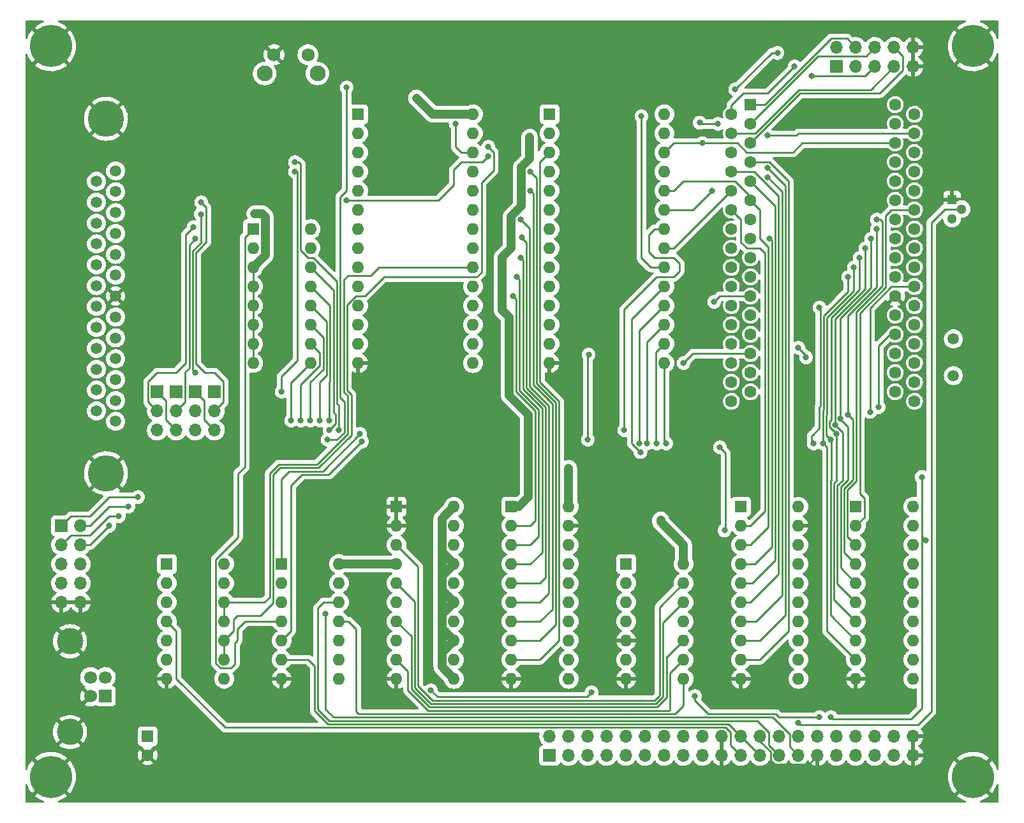
<source format=gbl>
%TF.GenerationSoftware,KiCad,Pcbnew,(6.0.0)*%
%TF.CreationDate,2022-03-15T02:00:18-04:00*%
%TF.ProjectId,R6501Q SBC,52363530-3151-4205-9342-432e6b696361,rev?*%
%TF.SameCoordinates,Original*%
%TF.FileFunction,Copper,L2,Bot*%
%TF.FilePolarity,Positive*%
%FSLAX46Y46*%
G04 Gerber Fmt 4.6, Leading zero omitted, Abs format (unit mm)*
G04 Created by KiCad (PCBNEW (6.0.0)) date 2022-03-15 02:00:18*
%MOMM*%
%LPD*%
G01*
G04 APERTURE LIST*
%TA.AperFunction,ComponentPad*%
%ADD10R,1.300000X1.300000*%
%TD*%
%TA.AperFunction,ComponentPad*%
%ADD11C,1.300000*%
%TD*%
%TA.AperFunction,ComponentPad*%
%ADD12R,1.600000X1.600000*%
%TD*%
%TA.AperFunction,ComponentPad*%
%ADD13O,1.600000X1.600000*%
%TD*%
%TA.AperFunction,ComponentPad*%
%ADD14R,1.700000X1.700000*%
%TD*%
%TA.AperFunction,ComponentPad*%
%ADD15O,1.700000X1.700000*%
%TD*%
%TA.AperFunction,ComponentPad*%
%ADD16C,1.500000*%
%TD*%
%TA.AperFunction,ComponentPad*%
%ADD17C,4.800000*%
%TD*%
%TA.AperFunction,ComponentPad*%
%ADD18C,5.600000*%
%TD*%
%TA.AperFunction,ComponentPad*%
%ADD19C,1.700000*%
%TD*%
%TA.AperFunction,ComponentPad*%
%ADD20C,3.500000*%
%TD*%
%TA.AperFunction,ComponentPad*%
%ADD21C,2.100000*%
%TD*%
%TA.AperFunction,ComponentPad*%
%ADD22C,1.750000*%
%TD*%
%TA.AperFunction,ComponentPad*%
%ADD23R,1.600200X1.600200*%
%TD*%
%TA.AperFunction,ComponentPad*%
%ADD24C,1.600200*%
%TD*%
%TA.AperFunction,ComponentPad*%
%ADD25C,1.600000*%
%TD*%
%TA.AperFunction,ViaPad*%
%ADD26C,0.800000*%
%TD*%
%TA.AperFunction,Conductor*%
%ADD27C,0.250000*%
%TD*%
%TA.AperFunction,Conductor*%
%ADD28C,1.200000*%
%TD*%
G04 APERTURE END LIST*
D10*
%TO.P,U5,1,GROUND*%
%TO.N,GND*%
X184221800Y-62103000D03*
D11*
%TO.P,U5,3,VCC*%
%TO.N,+5V*%
X184221800Y-64643000D03*
%TO.P,U5,2,~{RESET}*%
%TO.N,\u002ABRESET*%
X185491800Y-63373000D03*
%TD*%
D12*
%TO.P,U3,1,A14*%
%TO.N,A14*%
X130810000Y-50800000D03*
D13*
%TO.P,U3,2,A12*%
%TO.N,A12*%
X130810000Y-53340000D03*
%TO.P,U3,3,A7*%
%TO.N,A7*%
X130810000Y-55880000D03*
%TO.P,U3,4,A6*%
%TO.N,A6*%
X130810000Y-58420000D03*
%TO.P,U3,5,A5*%
%TO.N,A5*%
X130810000Y-60960000D03*
%TO.P,U3,6,A4*%
%TO.N,A4*%
X130810000Y-63500000D03*
%TO.P,U3,7,A3*%
%TO.N,A3*%
X130810000Y-66040000D03*
%TO.P,U3,8,A2*%
%TO.N,A2*%
X130810000Y-68580000D03*
%TO.P,U3,9,A1*%
%TO.N,A1*%
X130810000Y-71120000D03*
%TO.P,U3,10,A0*%
%TO.N,A0*%
X130810000Y-73660000D03*
%TO.P,U3,11,Q0*%
%TO.N,D0*%
X130810000Y-76200000D03*
%TO.P,U3,12,Q1*%
%TO.N,D1*%
X130810000Y-78740000D03*
%TO.P,U3,13,Q2*%
%TO.N,D2*%
X130810000Y-81280000D03*
%TO.P,U3,14,GND*%
%TO.N,GND*%
X130810000Y-83820000D03*
%TO.P,U3,15,Q3*%
%TO.N,D3*%
X146050000Y-83820000D03*
%TO.P,U3,16,Q4*%
%TO.N,D4*%
X146050000Y-81280000D03*
%TO.P,U3,17,Q5*%
%TO.N,D5*%
X146050000Y-78740000D03*
%TO.P,U3,18,Q6*%
%TO.N,D6*%
X146050000Y-76200000D03*
%TO.P,U3,19,Q7*%
%TO.N,D7*%
X146050000Y-73660000D03*
%TO.P,U3,20,~{CS}*%
%TO.N,\u002ARAM_CE*%
X146050000Y-71120000D03*
%TO.P,U3,21,A10*%
%TO.N,A10*%
X146050000Y-68580000D03*
%TO.P,U3,22,~{OE}*%
%TO.N,\u002ARD*%
X146050000Y-66040000D03*
%TO.P,U3,23,A11*%
%TO.N,A11*%
X146050000Y-63500000D03*
%TO.P,U3,24,A9*%
%TO.N,A9*%
X146050000Y-60960000D03*
%TO.P,U3,25,A8*%
%TO.N,A8*%
X146050000Y-58420000D03*
%TO.P,U3,26,A13*%
%TO.N,A13*%
X146050000Y-55880000D03*
%TO.P,U3,27,~{WE}*%
%TO.N,BR\u002A\u002AW*%
X146050000Y-53340000D03*
%TO.P,U3,28,VCC*%
%TO.N,+5V*%
X146050000Y-50800000D03*
%TD*%
D12*
%TO.P,U10,1*%
%TO.N,unconnected-(U10-Pad1)*%
X140980000Y-110485000D03*
D13*
%TO.P,U10,2*%
%TO.N,unconnected-(U10-Pad2)*%
X140980000Y-113025000D03*
%TO.P,U10,3*%
%TO.N,N/C*%
X140980000Y-115565000D03*
%TO.P,U10,4*%
%TO.N,unconnected-(U10-Pad4)*%
X140980000Y-118105000D03*
%TO.P,U10,5*%
%TO.N,GND*%
X140980000Y-120645000D03*
%TO.P,U10,6*%
%TO.N,unconnected-(U10-Pad6)*%
X140980000Y-123185000D03*
%TO.P,U10,7,GND*%
%TO.N,GND*%
X140980000Y-125725000D03*
%TO.P,U10,8*%
%TO.N,Net-(U10-Pad8)*%
X148600000Y-125725000D03*
%TO.P,U10,9*%
%TO.N,A15*%
X148600000Y-123185000D03*
%TO.P,U10,10*%
%TO.N,A14*%
X148600000Y-120645000D03*
%TO.P,U10,11*%
%TO.N,N/C*%
X148600000Y-118105000D03*
%TO.P,U10,12*%
%TO.N,A13*%
X148600000Y-115565000D03*
%TO.P,U10,13*%
%TO.N,A12*%
X148600000Y-113025000D03*
%TO.P,U10,14,VCC*%
%TO.N,+5V*%
X148600000Y-110485000D03*
%TD*%
D14*
%TO.P,J7,1,Pin_1*%
%TO.N,Net-(J1-Pad3)*%
X78740000Y-87645000D03*
D15*
%TO.P,J7,2,Pin_2*%
%TO.N,EIATX*%
X78740000Y-90185000D03*
%TO.P,J7,3,Pin_3*%
%TO.N,Net-(J1-Pad2)*%
X78740000Y-92725000D03*
%TD*%
D16*
%TO.P,Y1,1,1*%
%TO.N,Net-(C11-Pad1)*%
X184404000Y-80608000D03*
%TO.P,Y1,2,2*%
%TO.N,Net-(C10-Pad1)*%
X184404000Y-85488000D03*
%TD*%
%TO.P,J1,1,1*%
%TO.N,unconnected-(J1-Pad1)*%
X73215000Y-91550000D03*
%TO.P,J1,2,2*%
%TO.N,Net-(J1-Pad2)*%
X73215000Y-88780000D03*
%TO.P,J1,3,3*%
%TO.N,Net-(J1-Pad3)*%
X73215000Y-86010000D03*
%TO.P,J1,4,4*%
%TO.N,Net-(J1-Pad4)*%
X73215000Y-83240000D03*
%TO.P,J1,5,5*%
%TO.N,Net-(J1-Pad5)*%
X73215000Y-80470000D03*
%TO.P,J1,6,6*%
%TO.N,unconnected-(J1-Pad6)*%
X73215000Y-77700000D03*
%TO.P,J1,7,7*%
%TO.N,GND*%
X73215000Y-74930000D03*
%TO.P,J1,8,8*%
%TO.N,unconnected-(J1-Pad8)*%
X73215000Y-72160000D03*
%TO.P,J1,9,9*%
%TO.N,unconnected-(J1-Pad9)*%
X73215000Y-69390000D03*
%TO.P,J1,10,10*%
%TO.N,unconnected-(J1-Pad10)*%
X73215000Y-66620000D03*
%TO.P,J1,11,11*%
%TO.N,unconnected-(J1-Pad11)*%
X73215000Y-63850000D03*
%TO.P,J1,12,12*%
%TO.N,unconnected-(J1-Pad12)*%
X73215000Y-61080000D03*
%TO.P,J1,13,13*%
%TO.N,unconnected-(J1-Pad13)*%
X73215000Y-58310000D03*
%TO.P,J1,14,P14*%
%TO.N,unconnected-(J1-Pad14)*%
X70675000Y-90165000D03*
%TO.P,J1,15,P15*%
%TO.N,unconnected-(J1-Pad15)*%
X70675000Y-87395000D03*
%TO.P,J1,16,P16*%
%TO.N,unconnected-(J1-Pad16)*%
X70675000Y-84625000D03*
%TO.P,J1,17,P17*%
%TO.N,unconnected-(J1-Pad17)*%
X70675000Y-81855000D03*
%TO.P,J1,18,P18*%
%TO.N,unconnected-(J1-Pad18)*%
X70675000Y-79085000D03*
%TO.P,J1,19,P19*%
%TO.N,unconnected-(J1-Pad19)*%
X70675000Y-76315000D03*
%TO.P,J1,20,P20*%
%TO.N,unconnected-(J1-Pad20)*%
X70675000Y-73545000D03*
%TO.P,J1,21,P21*%
%TO.N,unconnected-(J1-Pad21)*%
X70675000Y-70775000D03*
%TO.P,J1,22,P22*%
%TO.N,unconnected-(J1-Pad22)*%
X70675000Y-68005000D03*
%TO.P,J1,23,P23*%
%TO.N,unconnected-(J1-Pad23)*%
X70675000Y-65235000D03*
%TO.P,J1,24,P24*%
%TO.N,unconnected-(J1-Pad24)*%
X70675000Y-62465000D03*
%TO.P,J1,25,P25*%
%TO.N,unconnected-(J1-Pad25)*%
X70675000Y-59695000D03*
D17*
%TO.P,J1,MH1*%
%TO.N,GND*%
X71945000Y-98450000D03*
%TO.P,J1,MH2*%
X71945000Y-51410000D03*
%TD*%
D12*
%TO.P,U12,1,A->B*%
%TO.N,\u002ARD*%
X171460000Y-102875000D03*
D13*
%TO.P,U12,2,A0*%
%TO.N,D0*%
X171460000Y-105415000D03*
%TO.P,U12,3,A1*%
%TO.N,D1*%
X171460000Y-107955000D03*
%TO.P,U12,4,A2*%
%TO.N,D2*%
X171460000Y-110495000D03*
%TO.P,U12,5,A3*%
%TO.N,D3*%
X171460000Y-113035000D03*
%TO.P,U12,6,A4*%
%TO.N,D4*%
X171460000Y-115575000D03*
%TO.P,U12,7,A5*%
%TO.N,D5*%
X171460000Y-118115000D03*
%TO.P,U12,8,A6*%
%TO.N,D6*%
X171460000Y-120655000D03*
%TO.P,U12,9,A7*%
%TO.N,D7*%
X171460000Y-123195000D03*
%TO.P,U12,10,GND*%
%TO.N,GND*%
X171460000Y-125735000D03*
%TO.P,U12,11,B7*%
%TO.N,BD7*%
X179080000Y-125735000D03*
%TO.P,U12,12,B6*%
%TO.N,BD6*%
X179080000Y-123195000D03*
%TO.P,U12,13,B5*%
%TO.N,BD5*%
X179080000Y-120655000D03*
%TO.P,U12,14,B4*%
%TO.N,BD4*%
X179080000Y-118115000D03*
%TO.P,U12,15,B3*%
%TO.N,BD3*%
X179080000Y-115575000D03*
%TO.P,U12,16,B2*%
%TO.N,BD2*%
X179080000Y-113035000D03*
%TO.P,U12,17,B1*%
%TO.N,BD1*%
X179080000Y-110495000D03*
%TO.P,U12,18,B0*%
%TO.N,BD0*%
X179080000Y-107955000D03*
%TO.P,U12,19,CE*%
%TO.N,\u002AEXTERNAL_BUS*%
X179080000Y-105415000D03*
%TO.P,U12,20,VCC*%
%TO.N,+5V*%
X179080000Y-102875000D03*
%TD*%
D12*
%TO.P,SW2,1*%
%TO.N,BR\u002A\u002AW*%
X91482500Y-66030000D03*
D13*
%TO.P,SW2,2*%
%TO.N,unconnected-(SW2-Pad2)*%
X91482500Y-68570000D03*
%TO.P,SW2,3*%
%TO.N,+5V*%
X91482500Y-71110000D03*
%TO.P,SW2,4*%
X91482500Y-73650000D03*
%TO.P,SW2,5*%
X91482500Y-76190000D03*
%TO.P,SW2,6*%
X91482500Y-78730000D03*
%TO.P,SW2,7*%
X91482500Y-81270000D03*
%TO.P,SW2,8*%
X91482500Y-83810000D03*
%TO.P,SW2,9*%
%TO.N,PA0*%
X99102500Y-83810000D03*
%TO.P,SW2,10*%
%TO.N,PA1*%
X99102500Y-81270000D03*
%TO.P,SW2,11*%
%TO.N,PA2*%
X99102500Y-78730000D03*
%TO.P,SW2,12*%
%TO.N,PA3*%
X99102500Y-76190000D03*
%TO.P,SW2,13*%
%TO.N,PA4*%
X99102500Y-73650000D03*
%TO.P,SW2,14*%
%TO.N,PA5*%
X99102500Y-71110000D03*
%TO.P,SW2,15*%
%TO.N,unconnected-(SW2-Pad15)*%
X99102500Y-68570000D03*
%TO.P,SW2,16*%
%TO.N,\u002AROM_WR*%
X99102500Y-66030000D03*
%TD*%
D14*
%TO.P,J6,1,Pin_1*%
%TO.N,Net-(J1-Pad2)*%
X81280000Y-87645000D03*
D15*
%TO.P,J6,2,Pin_2*%
%TO.N,EIARX*%
X81280000Y-90185000D03*
%TO.P,J6,3,Pin_3*%
%TO.N,Net-(J1-Pad3)*%
X81280000Y-92725000D03*
%TD*%
D14*
%TO.P,J2,1,Pin_1*%
%TO.N,PD0*%
X168915000Y-44455000D03*
D15*
%TO.P,J2,2,Pin_2*%
%TO.N,PD1*%
X168915000Y-41915000D03*
%TO.P,J2,3,Pin_3*%
%TO.N,PD2*%
X171455000Y-44455000D03*
%TO.P,J2,4,Pin_4*%
%TO.N,PD3*%
X171455000Y-41915000D03*
%TO.P,J2,5,Pin_5*%
%TO.N,PD4*%
X173995000Y-44455000D03*
%TO.P,J2,6,Pin_6*%
%TO.N,PD5*%
X173995000Y-41915000D03*
%TO.P,J2,7,Pin_7*%
%TO.N,PD6*%
X176535000Y-44455000D03*
%TO.P,J2,8,Pin_8*%
%TO.N,PD7*%
X176535000Y-41915000D03*
%TO.P,J2,9,Pin_9*%
%TO.N,GND*%
X179075000Y-44455000D03*
%TO.P,J2,10,Pin_10*%
X179075000Y-41915000D03*
%TD*%
D12*
%TO.P,U6,1*%
%TO.N,Net-(U6-Pad1)*%
X80020000Y-110485000D03*
D13*
%TO.P,U6,2*%
%TO.N,PHI2*%
X80020000Y-113025000D03*
%TO.P,U6,3*%
X80020000Y-115565000D03*
%TO.P,U6,4*%
%TO.N,\u002ABMASK*%
X80020000Y-118105000D03*
%TO.P,U6,5*%
%TO.N,Net-(U6-Pad5)*%
X80020000Y-120645000D03*
%TO.P,U6,6*%
%TO.N,\u002ARAM_CE*%
X80020000Y-123185000D03*
%TO.P,U6,7,GND*%
%TO.N,GND*%
X80020000Y-125725000D03*
%TO.P,U6,8*%
%TO.N,\u002AEXTERNAL_BUS*%
X87640000Y-125725000D03*
%TO.P,U6,9*%
%TO.N,\u002ARAM_CE*%
X87640000Y-123185000D03*
%TO.P,U6,10*%
X87640000Y-120645000D03*
%TO.P,U6,11*%
%TO.N,\u002AROM_CE*%
X87640000Y-118105000D03*
%TO.P,U6,12*%
X87640000Y-115565000D03*
%TO.P,U6,13*%
%TO.N,ROM_ENA*%
X87640000Y-113025000D03*
%TO.P,U6,14,VCC*%
%TO.N,+5V*%
X87640000Y-110485000D03*
%TD*%
D18*
%TO.P,W3,1,1*%
%TO.N,GND*%
X64640000Y-138736000D03*
%TD*%
D12*
%TO.P,U11,1,A->B*%
%TO.N,+5V*%
X156220000Y-102875000D03*
D13*
%TO.P,U11,2,A0*%
%TO.N,A8*%
X156220000Y-105415000D03*
%TO.P,U11,3,A1*%
%TO.N,A9*%
X156220000Y-107955000D03*
%TO.P,U11,4,A2*%
%TO.N,A10*%
X156220000Y-110495000D03*
%TO.P,U11,5,A3*%
%TO.N,A11*%
X156220000Y-113035000D03*
%TO.P,U11,6,A4*%
%TO.N,A12*%
X156220000Y-115575000D03*
%TO.P,U11,7,A5*%
%TO.N,A13*%
X156220000Y-118115000D03*
%TO.P,U11,8,A6*%
%TO.N,A14*%
X156220000Y-120655000D03*
%TO.P,U11,9,A7*%
%TO.N,A15*%
X156220000Y-123195000D03*
%TO.P,U11,10,GND*%
%TO.N,GND*%
X156220000Y-125735000D03*
%TO.P,U11,11,B7*%
%TO.N,BA15*%
X163840000Y-125735000D03*
%TO.P,U11,12,B6*%
%TO.N,BA14*%
X163840000Y-123195000D03*
%TO.P,U11,13,B5*%
%TO.N,BA13*%
X163840000Y-120655000D03*
%TO.P,U11,14,B4*%
%TO.N,BA12*%
X163840000Y-118115000D03*
%TO.P,U11,15,B3*%
%TO.N,BA11*%
X163840000Y-115575000D03*
%TO.P,U11,16,B2*%
%TO.N,BA10*%
X163840000Y-113035000D03*
%TO.P,U11,17,B1*%
%TO.N,BA9*%
X163840000Y-110495000D03*
%TO.P,U11,18,B0*%
%TO.N,BA8*%
X163840000Y-107955000D03*
%TO.P,U11,19,CE*%
%TO.N,GND*%
X163840000Y-105415000D03*
%TO.P,U11,20,VCC*%
%TO.N,+5V*%
X163840000Y-102875000D03*
%TD*%
D12*
%TO.P,U8,1,G*%
%TO.N,GND*%
X110500000Y-102875000D03*
D13*
%TO.P,U8,2,P0*%
X110500000Y-105415000D03*
%TO.P,U8,3,R0*%
%TO.N,A12*%
X110500000Y-107955000D03*
%TO.P,U8,4,P1*%
%TO.N,+5V*%
X110500000Y-110495000D03*
%TO.P,U8,5,R1*%
%TO.N,A13*%
X110500000Y-113035000D03*
%TO.P,U8,6,P2*%
%TO.N,+5V*%
X110500000Y-115575000D03*
%TO.P,U8,7,R2*%
%TO.N,A14*%
X110500000Y-118115000D03*
%TO.P,U8,8,P3*%
%TO.N,+5V*%
X110500000Y-120655000D03*
%TO.P,U8,9,R3*%
%TO.N,A15*%
X110500000Y-123195000D03*
%TO.P,U8,10,GND*%
%TO.N,GND*%
X110500000Y-125735000D03*
%TO.P,U8,11,P4*%
%TO.N,+5V*%
X118120000Y-125735000D03*
%TO.P,U8,12,R4*%
%TO.N,A11*%
X118120000Y-123195000D03*
%TO.P,U8,13,P5*%
%TO.N,+5V*%
X118120000Y-120655000D03*
%TO.P,U8,14,R5*%
%TO.N,A10*%
X118120000Y-118115000D03*
%TO.P,U8,15,P6*%
%TO.N,+5V*%
X118120000Y-115575000D03*
%TO.P,U8,16,R6*%
%TO.N,A9*%
X118120000Y-113035000D03*
%TO.P,U8,17,P7*%
%TO.N,+5V*%
X118120000Y-110495000D03*
%TO.P,U8,18,R7*%
%TO.N,A8*%
X118120000Y-107955000D03*
%TO.P,U8,19,P=R*%
%TO.N,Net-(U7-Pad13)*%
X118120000Y-105415000D03*
%TO.P,U8,20,VCC*%
%TO.N,+5V*%
X118120000Y-102875000D03*
%TD*%
D14*
%TO.P,J4,1,VBUS*%
%TO.N,+5V*%
X71882000Y-128016000D03*
D19*
%TO.P,J4,2,D-*%
%TO.N,unconnected-(J4-Pad2)*%
X71882000Y-125516000D03*
%TO.P,J4,3,D+*%
%TO.N,unconnected-(J4-Pad3)*%
X69882000Y-125516000D03*
%TO.P,J4,4,GND*%
%TO.N,GND*%
X69882000Y-128016000D03*
D20*
%TO.P,J4,5,Shield*%
X67172000Y-132786000D03*
X67172000Y-120746000D03*
%TD*%
D12*
%TO.P,U9,1,A->B*%
%TO.N,+5V*%
X125740000Y-102875000D03*
D13*
%TO.P,U9,2,A0*%
%TO.N,A0*%
X125740000Y-105415000D03*
%TO.P,U9,3,A1*%
%TO.N,A1*%
X125740000Y-107955000D03*
%TO.P,U9,4,A2*%
%TO.N,A2*%
X125740000Y-110495000D03*
%TO.P,U9,5,A3*%
%TO.N,A3*%
X125740000Y-113035000D03*
%TO.P,U9,6,A4*%
%TO.N,A4*%
X125740000Y-115575000D03*
%TO.P,U9,7,A5*%
%TO.N,A5*%
X125740000Y-118115000D03*
%TO.P,U9,8,A6*%
%TO.N,A6*%
X125740000Y-120655000D03*
%TO.P,U9,9,A7*%
%TO.N,A7*%
X125740000Y-123195000D03*
%TO.P,U9,10,GND*%
%TO.N,GND*%
X125740000Y-125735000D03*
%TO.P,U9,11,B7*%
%TO.N,BA7*%
X133360000Y-125735000D03*
%TO.P,U9,12,B6*%
%TO.N,BA6*%
X133360000Y-123195000D03*
%TO.P,U9,13,B5*%
%TO.N,BA5*%
X133360000Y-120655000D03*
%TO.P,U9,14,B4*%
%TO.N,BA4*%
X133360000Y-118115000D03*
%TO.P,U9,15,B3*%
%TO.N,BA3*%
X133360000Y-115575000D03*
%TO.P,U9,16,B2*%
%TO.N,BA2*%
X133360000Y-113035000D03*
%TO.P,U9,17,B1*%
%TO.N,BA1*%
X133360000Y-110495000D03*
%TO.P,U9,18,B0*%
%TO.N,BA0*%
X133360000Y-107955000D03*
%TO.P,U9,19,CE*%
%TO.N,GND*%
X133360000Y-105415000D03*
%TO.P,U9,20,VCC*%
%TO.N,+5V*%
X133360000Y-102875000D03*
%TD*%
D18*
%TO.P,W4,1,1*%
%TO.N,GND*%
X187005000Y-138736000D03*
%TD*%
D12*
%TO.P,U7,1*%
%TO.N,R\u002A\u002AW*%
X95260000Y-110485000D03*
D13*
%TO.P,U7,2*%
%TO.N,\u002ARD*%
X95260000Y-113025000D03*
%TO.P,U7,3*%
X95260000Y-115565000D03*
%TO.P,U7,4*%
%TO.N,BR\u002A\u002AW*%
X95260000Y-118105000D03*
%TO.P,U7,5*%
%TO.N,PHI2*%
X95260000Y-120645000D03*
%TO.P,U7,6*%
%TO.N,\u002ABSTART*%
X95260000Y-123185000D03*
%TO.P,U7,7,GND*%
%TO.N,GND*%
X95260000Y-125725000D03*
%TO.P,U7,8*%
%TO.N,Net-(U6-Pad5)*%
X102880000Y-125725000D03*
%TO.P,U7,9*%
%TO.N,A15*%
X102880000Y-123185000D03*
%TO.P,U7,10*%
%TO.N,Net-(U6-Pad1)*%
X102880000Y-120645000D03*
%TO.P,U7,11*%
%TO.N,Net-(U10-Pad8)*%
X102880000Y-118105000D03*
%TO.P,U7,12*%
%TO.N,BIO\u002A\u002AM*%
X102880000Y-115565000D03*
%TO.P,U7,13*%
%TO.N,Net-(U7-Pad13)*%
X102880000Y-113025000D03*
%TO.P,U7,14,VCC*%
%TO.N,+5V*%
X102880000Y-110485000D03*
%TD*%
D21*
%TO.P,SW1,*%
%TO.N,*%
X92995000Y-45382500D03*
X100005000Y-45382500D03*
D22*
%TO.P,SW1,1,1*%
%TO.N,GND*%
X94245000Y-42892500D03*
%TO.P,SW1,2,2*%
%TO.N,\u002ABRESET*%
X98745000Y-42892500D03*
%TD*%
D14*
%TO.P,J9,1,Pin_1*%
%TO.N,Net-(J1-Pad5)*%
X83820000Y-87645000D03*
D15*
%TO.P,J9,2,Pin_2*%
%TO.N,EIARTS*%
X83820000Y-90185000D03*
%TO.P,J9,3,Pin_3*%
%TO.N,Net-(J1-Pad4)*%
X83820000Y-92725000D03*
%TD*%
D18*
%TO.P,W2,1,1*%
%TO.N,GND*%
X187005000Y-41771000D03*
%TD*%
D14*
%TO.P,J5,1,Pin_1*%
%TO.N,+5V*%
X130815000Y-135895000D03*
D15*
%TO.P,J5,2,Pin_2*%
X130815000Y-133355000D03*
%TO.P,J5,3,Pin_3*%
%TO.N,BA0*%
X133355000Y-135895000D03*
%TO.P,J5,4,Pin_4*%
%TO.N,BA1*%
X133355000Y-133355000D03*
%TO.P,J5,5,Pin_5*%
%TO.N,BA2*%
X135895000Y-135895000D03*
%TO.P,J5,6,Pin_6*%
%TO.N,BA3*%
X135895000Y-133355000D03*
%TO.P,J5,7,Pin_7*%
%TO.N,BA4*%
X138435000Y-135895000D03*
%TO.P,J5,8,Pin_8*%
%TO.N,BA5*%
X138435000Y-133355000D03*
%TO.P,J5,9,Pin_9*%
%TO.N,BA6*%
X140975000Y-135895000D03*
%TO.P,J5,10,Pin_10*%
%TO.N,BA7*%
X140975000Y-133355000D03*
%TO.P,J5,11,Pin_11*%
%TO.N,BA8*%
X143515000Y-135895000D03*
%TO.P,J5,12,Pin_12*%
%TO.N,BA9*%
X143515000Y-133355000D03*
%TO.P,J5,13,Pin_13*%
%TO.N,BA10*%
X146055000Y-135895000D03*
%TO.P,J5,14,Pin_14*%
%TO.N,BA11*%
X146055000Y-133355000D03*
%TO.P,J5,15,Pin_15*%
%TO.N,BA12*%
X148595000Y-135895000D03*
%TO.P,J5,16,Pin_16*%
%TO.N,BA13*%
X148595000Y-133355000D03*
%TO.P,J5,17,Pin_17*%
%TO.N,BA14*%
X151135000Y-135895000D03*
%TO.P,J5,18,Pin_18*%
%TO.N,BA15*%
X151135000Y-133355000D03*
%TO.P,J5,19,Pin_19*%
%TO.N,GND*%
X153675000Y-135895000D03*
%TO.P,J5,20,Pin_20*%
X153675000Y-133355000D03*
%TO.P,J5,21,Pin_21*%
%TO.N,\u002ABMASK*%
X156215000Y-135895000D03*
%TO.P,J5,22,Pin_22*%
%TO.N,\u002ABSTART*%
X156215000Y-133355000D03*
%TO.P,J5,23,Pin_23*%
X158755000Y-135895000D03*
%TO.P,J5,24,Pin_24*%
%TO.N,GND*%
X158755000Y-133355000D03*
%TO.P,J5,25,Pin_25*%
%TO.N,BIO\u002A\u002AM*%
X161295000Y-135895000D03*
%TO.P,J5,26,Pin_26*%
%TO.N,\u002ABRESET*%
X161295000Y-133355000D03*
%TO.P,J5,27,Pin_27*%
%TO.N,BR\u002A\u002AW*%
X163835000Y-135895000D03*
%TO.P,J5,28,Pin_28*%
%TO.N,\u002ABINT*%
X163835000Y-133355000D03*
%TO.P,J5,29,Pin_29*%
%TO.N,GND*%
X166375000Y-135895000D03*
%TO.P,J5,30,Pin_30*%
%TO.N,unconnected-(J5-Pad30)*%
X166375000Y-133355000D03*
%TO.P,J5,31,Pin_31*%
%TO.N,BD0*%
X168915000Y-135895000D03*
%TO.P,J5,32,Pin_32*%
%TO.N,BD1*%
X168915000Y-133355000D03*
%TO.P,J5,33,Pin_33*%
%TO.N,BD2*%
X171455000Y-135895000D03*
%TO.P,J5,34,Pin_34*%
%TO.N,BD3*%
X171455000Y-133355000D03*
%TO.P,J5,35,Pin_35*%
%TO.N,BD4*%
X173995000Y-135895000D03*
%TO.P,J5,36,Pin_36*%
%TO.N,BD5*%
X173995000Y-133355000D03*
%TO.P,J5,37,Pin_37*%
%TO.N,BD6*%
X176535000Y-135895000D03*
%TO.P,J5,38,Pin_38*%
%TO.N,BD7*%
X176535000Y-133355000D03*
%TO.P,J5,39,Pin_39*%
%TO.N,GND*%
X179075000Y-135895000D03*
%TO.P,J5,40,Pin_40*%
X179075000Y-133355000D03*
%TD*%
D14*
%TO.P,J8,1,Pin_1*%
%TO.N,Net-(J1-Pad4)*%
X86360000Y-87645000D03*
D15*
%TO.P,J8,2,Pin_2*%
%TO.N,EIACTS*%
X86360000Y-90185000D03*
%TO.P,J8,3,Pin_3*%
%TO.N,Net-(J1-Pad5)*%
X86360000Y-92725000D03*
%TD*%
D14*
%TO.P,J3,1,Pin_1*%
%TO.N,PB0*%
X66035000Y-105415000D03*
D15*
%TO.P,J3,2,Pin_2*%
%TO.N,PB1*%
X68575000Y-105415000D03*
%TO.P,J3,3,Pin_3*%
%TO.N,PB2*%
X66035000Y-107955000D03*
%TO.P,J3,4,Pin_4*%
%TO.N,PB3*%
X68575000Y-107955000D03*
%TO.P,J3,5,Pin_5*%
%TO.N,PB4*%
X66035000Y-110495000D03*
%TO.P,J3,6,Pin_6*%
%TO.N,PB5*%
X68575000Y-110495000D03*
%TO.P,J3,7,Pin_7*%
%TO.N,PB6*%
X66035000Y-113035000D03*
%TO.P,J3,8,Pin_8*%
%TO.N,PB7*%
X68575000Y-113035000D03*
%TO.P,J3,9,Pin_9*%
%TO.N,GND*%
X66035000Y-115575000D03*
%TO.P,J3,10,Pin_10*%
X68575000Y-115575000D03*
%TD*%
D12*
%TO.P,U2,1,A14*%
%TO.N,RPA2*%
X105410000Y-50800000D03*
D13*
%TO.P,U2,2,A12*%
%TO.N,RPA0*%
X105410000Y-53340000D03*
%TO.P,U2,3,A7*%
%TO.N,A7*%
X105410000Y-55880000D03*
%TO.P,U2,4,A6*%
%TO.N,A6*%
X105410000Y-58420000D03*
%TO.P,U2,5,A5*%
%TO.N,A5*%
X105410000Y-60960000D03*
%TO.P,U2,6,A4*%
%TO.N,A4*%
X105410000Y-63500000D03*
%TO.P,U2,7,A3*%
%TO.N,A3*%
X105410000Y-66040000D03*
%TO.P,U2,8,A2*%
%TO.N,A2*%
X105410000Y-68580000D03*
%TO.P,U2,9,A1*%
%TO.N,A1*%
X105410000Y-71120000D03*
%TO.P,U2,10,A0*%
%TO.N,A0*%
X105410000Y-73660000D03*
%TO.P,U2,11,D0*%
%TO.N,D0*%
X105410000Y-76200000D03*
%TO.P,U2,12,D1*%
%TO.N,D1*%
X105410000Y-78740000D03*
%TO.P,U2,13,D2*%
%TO.N,D2*%
X105410000Y-81280000D03*
%TO.P,U2,14,GND*%
%TO.N,GND*%
X105410000Y-83820000D03*
%TO.P,U2,15,D3*%
%TO.N,D3*%
X120650000Y-83820000D03*
%TO.P,U2,16,D4*%
%TO.N,D4*%
X120650000Y-81280000D03*
%TO.P,U2,17,D5*%
%TO.N,D5*%
X120650000Y-78740000D03*
%TO.P,U2,18,D6*%
%TO.N,D6*%
X120650000Y-76200000D03*
%TO.P,U2,19,D7*%
%TO.N,D7*%
X120650000Y-73660000D03*
%TO.P,U2,20,~{CS}*%
%TO.N,\u002AROM_CE*%
X120650000Y-71120000D03*
%TO.P,U2,21,A10*%
%TO.N,A10*%
X120650000Y-68580000D03*
%TO.P,U2,22,~{OE}*%
%TO.N,\u002ARD*%
X120650000Y-66040000D03*
%TO.P,U2,23,A11*%
%TO.N,A11*%
X120650000Y-63500000D03*
%TO.P,U2,24,A9*%
%TO.N,A9*%
X120650000Y-60960000D03*
%TO.P,U2,25,A8*%
%TO.N,A8*%
X120650000Y-58420000D03*
%TO.P,U2,26,A13*%
%TO.N,RPA1*%
X120650000Y-55880000D03*
%TO.P,U2,27,~{WE}*%
%TO.N,\u002AROM_WR*%
X120650000Y-53340000D03*
%TO.P,U2,28,VCC*%
%TO.N,+5V*%
X120650000Y-50800000D03*
%TD*%
D23*
%TO.P,U4,1,PD3*%
%TO.N,PD3*%
X157480000Y-49530000D03*
D24*
%TO.P,U4,2,PD4*%
%TO.N,PD4*%
X154929840Y-50800000D03*
%TO.P,U4,3,PD5*%
%TO.N,PD5*%
X157480000Y-52070000D03*
%TO.P,U4,4,PD6*%
%TO.N,PD6*%
X154929840Y-53340000D03*
%TO.P,U4,5,PD7*%
%TO.N,PD7*%
X157480000Y-54610000D03*
%TO.P,U4,6,\u002ARES*%
%TO.N,\u002ABRESET*%
X154929840Y-55880000D03*
%TO.P,U4,7,A15*%
%TO.N,A15*%
X157480000Y-57150000D03*
%TO.P,U4,8,A12*%
%TO.N,A12*%
X154929840Y-58420000D03*
%TO.P,U4,9,A11*%
%TO.N,A11*%
X157480000Y-59690000D03*
%TO.P,U4,10,A10*%
%TO.N,A10*%
X154929840Y-60960000D03*
%TO.P,U4,11,A9*%
%TO.N,A9*%
X157480000Y-62230000D03*
%TO.P,U4,12,A8*%
%TO.N,A8*%
X154929840Y-63500000D03*
%TO.P,U4,13,A7*%
%TO.N,A7*%
X157480000Y-64770000D03*
%TO.P,U4,14,A6*%
%TO.N,A6*%
X154929840Y-66040000D03*
%TO.P,U4,15,A5*%
%TO.N,A5*%
X157480000Y-67310000D03*
%TO.P,U4,16,A4*%
%TO.N,A4*%
X154929840Y-68580000D03*
%TO.P,U4,17,A3*%
%TO.N,A3*%
X157480000Y-69850000D03*
%TO.P,U4,18,A2*%
%TO.N,A2*%
X154929840Y-71120000D03*
%TO.P,U4,19,A1*%
%TO.N,A1*%
X157480000Y-72390000D03*
%TO.P,U4,20,A0*%
%TO.N,A0*%
X154929840Y-73660000D03*
%TO.P,U4,21,Vcc*%
%TO.N,+5V*%
X157480000Y-74930000D03*
%TO.P,U4,22,SYNC*%
%TO.N,unconnected-(U4-Pad22)*%
X154929840Y-76200000D03*
%TO.P,U4,23,\u002ANMI*%
%TO.N,\u002ABINT*%
X157480000Y-77470000D03*
%TO.P,U4,24,PB7*%
%TO.N,PB7*%
X154929840Y-78740000D03*
%TO.P,U4,25,PB6*%
%TO.N,PB6*%
X157480000Y-80010000D03*
%TO.P,U4,26,PB5*%
%TO.N,PB5*%
X154929840Y-81280000D03*
%TO.P,U4,27,PB4*%
%TO.N,PB4*%
X157480000Y-82550000D03*
%TO.P,U4,28,PB3*%
%TO.N,PB3*%
X154929840Y-83820000D03*
%TO.P,U4,29,PB2*%
%TO.N,PB2*%
X157480000Y-85090000D03*
%TO.P,U4,30,PB1*%
%TO.N,PB1*%
X154929840Y-86360000D03*
%TO.P,U4,31,PB0*%
%TO.N,PB0*%
X157480000Y-87630000D03*
%TO.P,U4,32,PA7*%
%TO.N,RxD*%
X154929840Y-88900000D03*
%TO.P,U4,33,PA6*%
%TO.N,TxD*%
X179230020Y-88900000D03*
%TO.P,U4,34,PA5*%
%TO.N,PA5*%
X176679860Y-87630000D03*
%TO.P,U4,35,PA4*%
%TO.N,PA4*%
X179230020Y-86360000D03*
%TO.P,U4,36,PA3*%
%TO.N,PA3*%
X176679860Y-85090000D03*
%TO.P,U4,37,PA2*%
%TO.N,PA2*%
X179230020Y-83820000D03*
%TO.P,U4,38,PA1*%
%TO.N,PA1*%
X176679860Y-82550000D03*
%TO.P,U4,39,PA0*%
%TO.N,PA0*%
X179230020Y-81280000D03*
%TO.P,U4,40,R\u002A\u002AW*%
%TO.N,R\u002A\u002AW*%
X176679860Y-80010000D03*
%TO.P,U4,41,XTLO*%
%TO.N,Net-(C10-Pad1)*%
X179230020Y-78740000D03*
%TO.P,U4,42,XTLI*%
%TO.N,Net-(C11-Pad1)*%
X176679860Y-77470000D03*
%TO.P,U4,43,VRR*%
%TO.N,+5V*%
X179230020Y-76200000D03*
%TO.P,U4,44,Vss*%
%TO.N,GND*%
X176679860Y-74930000D03*
%TO.P,U4,45,PHI2*%
%TO.N,PHI2*%
X179230020Y-73660000D03*
%TO.P,U4,46,DB7*%
%TO.N,D7*%
X176679860Y-72390000D03*
%TO.P,U4,47,DB6*%
%TO.N,D6*%
X179230020Y-71120000D03*
%TO.P,U4,48,DB5*%
%TO.N,D5*%
X176679860Y-69850000D03*
%TO.P,U4,49,DB4*%
%TO.N,D4*%
X179230020Y-68580000D03*
%TO.P,U4,50,DB3*%
%TO.N,D3*%
X176679860Y-67310000D03*
%TO.P,U4,51,DB2*%
%TO.N,D2*%
X179230020Y-66040000D03*
%TO.P,U4,52,DB1*%
%TO.N,D1*%
X176679860Y-64770000D03*
%TO.P,U4,53,DB0*%
%TO.N,D0*%
X179230020Y-63500000D03*
%TO.P,U4,54,PC0*%
%TO.N,RPA0*%
X176679860Y-62230000D03*
%TO.P,U4,55,PC1*%
%TO.N,RPA1*%
X179230020Y-60960000D03*
%TO.P,U4,56,PC2*%
%TO.N,RPA2*%
X176679860Y-59690000D03*
%TO.P,U4,57,PC3*%
%TO.N,ROM_ENA*%
X179230020Y-58420000D03*
%TO.P,U4,58,PC4*%
%TO.N,unconnected-(U4-Pad58)*%
X176679860Y-57150000D03*
%TO.P,U4,59,PC5*%
%TO.N,unconnected-(U4-Pad59)*%
X179230020Y-55880000D03*
%TO.P,U4,60,PC6*%
%TO.N,A13*%
X176679860Y-54610000D03*
%TO.P,U4,61,PC7*%
%TO.N,A14*%
X179230020Y-53340000D03*
%TO.P,U4,62,PD0*%
%TO.N,PD0*%
X176679860Y-52070000D03*
%TO.P,U4,63,PD1*%
%TO.N,PD1*%
X179230020Y-50800000D03*
%TO.P,U4,64,PD2*%
%TO.N,PD2*%
X176679860Y-49530000D03*
%TD*%
D18*
%TO.P,W1,1,1*%
%TO.N,GND*%
X64640000Y-41771000D03*
%TD*%
D12*
%TO.P,C19,1*%
%TO.N,+5V*%
X77470000Y-133350000D03*
D25*
%TO.P,C19,2*%
%TO.N,GND*%
X77470000Y-135850000D03*
%TD*%
D26*
%TO.N,GND*%
X121666000Y-134366000D03*
X183642000Y-96266000D03*
X175260000Y-104140000D03*
X142240000Y-106680000D03*
X107442000Y-112014000D03*
X91440000Y-53574500D03*
X179070000Y-92964000D03*
X173482000Y-97790000D03*
X141478000Y-46482000D03*
X137668000Y-103886000D03*
X81788000Y-106426000D03*
X123698000Y-48514000D03*
X183896000Y-91440000D03*
X158242000Y-98940480D03*
X121666000Y-124714000D03*
X151384000Y-78486000D03*
X92710000Y-50025000D03*
%TO.N,+5V*%
X133350000Y-97790000D03*
X145555000Y-104635000D03*
X113157000Y-48641000D03*
X91694000Y-64008000D03*
X152654000Y-75692000D03*
X128165960Y-53848000D03*
%TO.N,\u002ABRESET*%
X163830000Y-131572000D03*
X155448000Y-47498000D03*
X161056080Y-42651920D03*
%TO.N,EIARTS*%
X84544511Y-64045489D03*
X83820000Y-85090000D03*
%TO.N,EIACTS*%
X84582000Y-62484000D03*
%TO.N,TxD*%
X102870000Y-92710000D03*
X97028000Y-57150000D03*
%TO.N,RxD*%
X97028000Y-58420000D03*
X95250000Y-87630000D03*
%TO.N,EIARX*%
X83820000Y-67310000D03*
%TO.N,EIATX*%
X83566000Y-65786000D03*
%TO.N,PD4*%
X165608000Y-45720000D03*
X163322000Y-44450000D03*
%TO.N,PB0*%
X76200000Y-101600000D03*
%TO.N,PB1*%
X74930000Y-102870000D03*
%TO.N,PB2*%
X73660000Y-104140000D03*
%TO.N,PB3*%
X72390000Y-105410000D03*
%TO.N,PB4*%
X148590000Y-83820000D03*
%TO.N,PB7*%
X163830000Y-81788000D03*
X164846000Y-83058000D03*
%TO.N,BR\u002A\u002AW*%
X122682000Y-56388000D03*
X101092000Y-117094000D03*
X103886000Y-62230000D03*
%TO.N,\u002ABINT*%
X180752500Y-107346500D03*
X168148000Y-130810000D03*
X166624000Y-76454000D03*
X165862000Y-94488000D03*
X180204511Y-98941489D03*
%TO.N,RPA1*%
X118364000Y-52070000D03*
%TO.N,R\u002A\u002AW*%
X105664000Y-93218000D03*
X174498000Y-89662000D03*
%TO.N,ROM_ENA*%
X101346000Y-93980000D03*
X103886000Y-47244000D03*
%TO.N,PA4*%
X101600000Y-91440000D03*
%TO.N,PA5*%
X101600000Y-92710000D03*
%TO.N,PA3*%
X100330000Y-91440000D03*
%TO.N,PA2*%
X99060000Y-91440000D03*
%TO.N,PA1*%
X97790000Y-91440000D03*
%TO.N,PA0*%
X96520000Y-91440000D03*
%TO.N,D3*%
X169418000Y-91186000D03*
X173482000Y-67310000D03*
X146304000Y-94488000D03*
%TO.N,D4*%
X145034000Y-94488000D03*
X168693489Y-91985489D03*
X172720000Y-68580000D03*
%TO.N,D5*%
X171958000Y-69850000D03*
X168901386Y-93218000D03*
X143764000Y-94488000D03*
%TO.N,A6*%
X128270000Y-58420000D03*
%TO.N,D6*%
X142743693Y-94492307D03*
X168143693Y-93984307D03*
X171196000Y-71120000D03*
%TO.N,A5*%
X128270000Y-60960000D03*
%TO.N,D7*%
X142866386Y-95639614D03*
X170434000Y-72390000D03*
X167130369Y-94489631D03*
%TO.N,A4*%
X127000000Y-64770000D03*
%TO.N,A3*%
X127145489Y-67164511D03*
%TO.N,A10*%
X160020000Y-67310000D03*
%TO.N,A2*%
X127000000Y-69850000D03*
%TO.N,\u002ARD*%
X153416000Y-94996000D03*
X154025350Y-106019350D03*
X140716000Y-92710000D03*
%TO.N,A1*%
X126492000Y-72390000D03*
%TO.N,A11*%
X152400000Y-60960000D03*
%TO.N,A0*%
X125984000Y-74930000D03*
%TO.N,D1*%
X174244000Y-64770000D03*
%TO.N,D2*%
X135998511Y-82695489D03*
X174244000Y-66040000D03*
X135890000Y-93980000D03*
X170434000Y-90678000D03*
%TO.N,A14*%
X159766000Y-53594000D03*
X153162000Y-52070000D03*
X150730511Y-51924511D03*
X159766000Y-57912000D03*
%TO.N,\u002ARAM_CE*%
X143002000Y-51054000D03*
X122682000Y-55118000D03*
%TO.N,A13*%
X151102111Y-54637889D03*
X159766000Y-59182000D03*
%TO.N,\u002AEXTERNAL_BUS*%
X166624000Y-130810000D03*
X136398000Y-127508000D03*
X115062000Y-127254000D03*
X150114000Y-128016000D03*
%TO.N,PHI2*%
X105918000Y-94234000D03*
X173355000Y-90297000D03*
%TD*%
D27*
%TO.N,\u002ABRESET*%
X164084000Y-131826000D02*
X163830000Y-131572000D01*
X181477011Y-130054707D02*
X179705717Y-131826000D01*
X179705717Y-131826000D02*
X164084000Y-131826000D01*
X183261000Y-63373000D02*
X181477011Y-65156989D01*
X185491800Y-63373000D02*
X183261000Y-63373000D01*
X181477011Y-65156989D02*
X181477011Y-130054707D01*
%TO.N,GND*%
X160120489Y-135408501D02*
X160120489Y-136551511D01*
X165200489Y-137069511D02*
X166375000Y-135895000D01*
X160120489Y-136551511D02*
X160638489Y-137069511D01*
X158755000Y-134043012D02*
X160120489Y-135408501D01*
X158755000Y-133355000D02*
X158755000Y-134043012D01*
X160638489Y-137069511D02*
X165200489Y-137069511D01*
D28*
%TO.N,+5V*%
X116520489Y-113975489D02*
X116520489Y-112094511D01*
X148600000Y-107960000D02*
X148600000Y-110485000D01*
X116520489Y-119055489D02*
X116520489Y-117174511D01*
X128165960Y-56746040D02*
X127070489Y-57841511D01*
X125730000Y-64343634D02*
X125730000Y-68580000D01*
D27*
X157480000Y-74930000D02*
X153416000Y-74930000D01*
D28*
X124530489Y-76792807D02*
X125468841Y-77731159D01*
X116520489Y-117174511D02*
X118120000Y-115575000D01*
X125468841Y-88130841D02*
X127998840Y-90660840D01*
X92692022Y-64008000D02*
X93082011Y-64397989D01*
X145555000Y-104915000D02*
X148600000Y-107960000D01*
X118120000Y-115575000D02*
X116520489Y-113975489D01*
X125730000Y-68580000D02*
X124530489Y-69779511D01*
X116520489Y-104474511D02*
X116520489Y-124135489D01*
X116520489Y-104474511D02*
X118120000Y-102875000D01*
X133360000Y-102875000D02*
X133360000Y-97800000D01*
X102890000Y-110495000D02*
X102880000Y-110485000D01*
X116520489Y-122254511D02*
X118120000Y-120655000D01*
X124530489Y-69779511D02*
X124530489Y-76792807D01*
X127070489Y-63003145D02*
X125730000Y-64343634D01*
X126741000Y-102875000D02*
X125740000Y-102875000D01*
X110500000Y-110495000D02*
X102890000Y-110495000D01*
X133360000Y-97800000D02*
X133350000Y-97790000D01*
X127070489Y-57841511D02*
X127070489Y-63003145D01*
X116520489Y-124135489D02*
X116520489Y-122254511D01*
X127998840Y-90660840D02*
X127998840Y-101617160D01*
X116520489Y-108895489D02*
X116520489Y-104474511D01*
D27*
X91482500Y-83810000D02*
X91482500Y-71110000D01*
D28*
X145555000Y-104635000D02*
X145555000Y-104915000D01*
X93082011Y-69510489D02*
X91482500Y-71110000D01*
X128165960Y-53848000D02*
X128165960Y-56746040D01*
X120650000Y-50800000D02*
X115316000Y-50800000D01*
X91694000Y-64008000D02*
X92692022Y-64008000D01*
D27*
X153416000Y-74930000D02*
X152654000Y-75692000D01*
D28*
X125468841Y-77731159D02*
X125468841Y-88130841D01*
X93082011Y-69510489D02*
X93082011Y-64397989D01*
X127998840Y-101617160D02*
X126741000Y-102875000D01*
X118120000Y-110495000D02*
X116520489Y-108895489D01*
X116520489Y-112094511D02*
X118120000Y-110495000D01*
X118120000Y-120655000D02*
X116520489Y-119055489D01*
X118120000Y-125735000D02*
X116520489Y-124135489D01*
X115316000Y-50800000D02*
X113157000Y-48641000D01*
D27*
%TO.N,\u002ABRESET*%
X155448000Y-47498000D02*
X160294080Y-42651920D01*
X160294080Y-42651920D02*
X161056080Y-42651920D01*
%TO.N,EIARTS*%
X84544511Y-67855489D02*
X84544511Y-64045489D01*
X83820000Y-85090000D02*
X83449040Y-84719040D01*
X83449040Y-68950960D02*
X84544511Y-67855489D01*
X83449040Y-84719040D02*
X83449040Y-68950960D01*
%TO.N,EIACTS*%
X83898560Y-69137158D02*
X84518859Y-68516859D01*
X85269022Y-63171022D02*
X84582000Y-62484000D01*
X84518859Y-68516859D02*
X85269022Y-67766696D01*
X83898560Y-83898560D02*
X83898560Y-69137158D01*
X86360000Y-85090000D02*
X85090000Y-85090000D01*
X87534511Y-89010489D02*
X87534511Y-86264511D01*
X87534511Y-86264511D02*
X86360000Y-85090000D01*
X85269022Y-67766696D02*
X85269022Y-63171022D01*
X86360000Y-90185000D02*
X87534511Y-89010489D01*
X85090000Y-85090000D02*
X83898560Y-83898560D01*
%TO.N,TxD*%
X98792200Y-69850000D02*
X99432800Y-69850000D01*
X97790000Y-57404000D02*
X97790000Y-68847800D01*
X102577600Y-72994800D02*
X102577600Y-89154000D01*
X102577600Y-89154000D02*
X102870000Y-89446400D01*
X97790000Y-68847800D02*
X98792200Y-69850000D01*
X99432800Y-69850000D02*
X102577600Y-72994800D01*
X97028000Y-57150000D02*
X97536000Y-57150000D01*
X102870000Y-89446400D02*
X102870000Y-92710000D01*
X97536000Y-57150000D02*
X97790000Y-57404000D01*
%TO.N,RxD*%
X97028000Y-58420000D02*
X97340480Y-58420000D01*
X97340480Y-83507520D02*
X95250000Y-85598000D01*
X95250000Y-85598000D02*
X95250000Y-87630000D01*
X97340480Y-58420000D02*
X97340480Y-83507520D01*
%TO.N,EIARX*%
X82454511Y-84994511D02*
X82999520Y-84449502D01*
X81280000Y-90185000D02*
X82454511Y-89010489D01*
X82454511Y-89010489D02*
X82454511Y-84994511D01*
X82999520Y-84449502D02*
X82999520Y-68130480D01*
X82999520Y-68130480D02*
X83820000Y-67310000D01*
%TO.N,EIATX*%
X78740000Y-90185000D02*
X77565489Y-89010489D01*
X77565489Y-89010489D02*
X77565489Y-86264511D01*
X77565489Y-86264511D02*
X78740000Y-85090000D01*
X78740000Y-85090000D02*
X81280000Y-85090000D01*
X82550000Y-83820000D02*
X82550000Y-68072000D01*
X82550000Y-66802000D02*
X83566000Y-65786000D01*
X82550000Y-68072000D02*
X82550000Y-66802000D01*
X81280000Y-85090000D02*
X82550000Y-83820000D01*
%TO.N,Net-(J1-Pad3)*%
X79914511Y-91359511D02*
X79914511Y-88819511D01*
X81280000Y-92725000D02*
X79914511Y-91359511D01*
X79914511Y-88819511D02*
X78740000Y-87645000D01*
%TO.N,Net-(J1-Pad5)*%
X86360000Y-92725000D02*
X84994511Y-91359511D01*
X84994511Y-91359511D02*
X84994511Y-88819511D01*
X84994511Y-88819511D02*
X83820000Y-87645000D01*
%TO.N,PD3*%
X159384282Y-49530000D02*
X168173793Y-40740489D01*
X170280489Y-40740489D02*
X171455000Y-41915000D01*
X157480000Y-49530000D02*
X159384282Y-49530000D01*
X168173793Y-40740489D02*
X170280489Y-40740489D01*
%TO.N,PD4*%
X159766000Y-48006000D02*
X163322000Y-44450000D01*
X172730000Y-45720000D02*
X165608000Y-45720000D01*
X154929840Y-49595938D02*
X156519778Y-48006000D01*
X154929840Y-50800000D02*
X154929840Y-49595938D01*
X156519778Y-48006000D02*
X159766000Y-48006000D01*
X173995000Y-44455000D02*
X172730000Y-45720000D01*
%TO.N,PD5*%
X166460489Y-43089511D02*
X172820489Y-43089511D01*
X172820489Y-43089511D02*
X173995000Y-41915000D01*
X157480000Y-52070000D02*
X166460489Y-43089511D01*
%TO.N,PD6*%
X154929840Y-53340000D02*
X158114282Y-53340000D01*
X163897803Y-47556480D02*
X173433520Y-47556480D01*
X158114282Y-53340000D02*
X163897803Y-47556480D01*
X173433520Y-47556480D02*
X176535000Y-44455000D01*
%TO.N,PD7*%
X174645010Y-48006000D02*
X177709511Y-44941499D01*
X164084000Y-48006000D02*
X174645010Y-48006000D01*
X177709511Y-43089511D02*
X176535000Y-41915000D01*
X177709511Y-44941499D02*
X177709511Y-43089511D01*
X157480000Y-54610000D02*
X164084000Y-48006000D01*
%TO.N,PB0*%
X76200000Y-101600000D02*
X72390000Y-101600000D01*
X72390000Y-101600000D02*
X69850000Y-104140000D01*
X67310000Y-104140000D02*
X66035000Y-105415000D01*
X69850000Y-104140000D02*
X67310000Y-104140000D01*
%TO.N,PB1*%
X72390000Y-102870000D02*
X69845000Y-105415000D01*
X74930000Y-102870000D02*
X72390000Y-102870000D01*
X69845000Y-105415000D02*
X68575000Y-105415000D01*
%TO.N,PB2*%
X69850000Y-106680000D02*
X67310000Y-106680000D01*
X67310000Y-106680000D02*
X66035000Y-107955000D01*
X72390000Y-104140000D02*
X69850000Y-106680000D01*
X73660000Y-104140000D02*
X72390000Y-104140000D01*
%TO.N,PB3*%
X72390000Y-105410000D02*
X69845000Y-107955000D01*
X69845000Y-107955000D02*
X68575000Y-107955000D01*
%TO.N,PB4*%
X157480000Y-82550000D02*
X149860000Y-82550000D01*
X149860000Y-82550000D02*
X148590000Y-83820000D01*
%TO.N,PB7*%
X163830000Y-81788000D02*
X164846000Y-82804000D01*
X164846000Y-82804000D02*
X164846000Y-83058000D01*
%TO.N,\u002ABMASK*%
X156215000Y-135895000D02*
X154849511Y-134529511D01*
X154161499Y-132180489D02*
X87730489Y-132180489D01*
X154849511Y-134529511D02*
X154849511Y-132868501D01*
X81280000Y-119365000D02*
X80020000Y-118105000D01*
X87730489Y-132180489D02*
X81280000Y-125730000D01*
X81280000Y-125730000D02*
X81280000Y-119365000D01*
X154849511Y-132868501D02*
X154161499Y-132180489D01*
%TO.N,\u002ABSTART*%
X101377252Y-131730969D02*
X154590969Y-131730969D01*
X98801000Y-123185000D02*
X99626480Y-124010480D01*
X158755000Y-135895000D02*
X156215000Y-133355000D01*
X95260000Y-123185000D02*
X98801000Y-123185000D01*
X154590969Y-131730969D02*
X156215000Y-133355000D01*
X99626480Y-124010480D02*
X99626480Y-129980197D01*
X99626480Y-129980197D02*
X101377252Y-131730969D01*
%TO.N,BIO\u002A\u002AM*%
X100076000Y-116332000D02*
X100076000Y-129794000D01*
X102880000Y-115565000D02*
X100843000Y-115565000D01*
X158342459Y-131281449D02*
X159929511Y-132868501D01*
X159929511Y-132868501D02*
X159929511Y-134529511D01*
X101563449Y-131281449D02*
X158342459Y-131281449D01*
X159929511Y-134529511D02*
X161295000Y-135895000D01*
X100843000Y-115565000D02*
X100076000Y-116332000D01*
X100076000Y-129794000D02*
X101563449Y-131281449D01*
%TO.N,BR\u002A\u002AW*%
X103886000Y-62230000D02*
X116078000Y-62230000D01*
X119126000Y-57150000D02*
X121920000Y-57150000D01*
X102129929Y-130831929D02*
X101092000Y-129794000D01*
X90357989Y-97602011D02*
X90357989Y-67154511D01*
X89055489Y-123749533D02*
X88495511Y-124309511D01*
X160432939Y-130831929D02*
X102340071Y-130831929D01*
X89466480Y-106932498D02*
X89466480Y-98493520D01*
X89466480Y-98493520D02*
X90357989Y-97602011D01*
X89408000Y-119126000D02*
X89408000Y-120650000D01*
X162660489Y-133059479D02*
X160432939Y-130831929D01*
X162660489Y-134720489D02*
X162660489Y-133059479D01*
X86515489Y-109883489D02*
X89466480Y-106932498D01*
X121920000Y-57150000D02*
X122682000Y-56388000D01*
X88495511Y-124309511D02*
X87174211Y-124309511D01*
X87174211Y-124309511D02*
X86515489Y-123650789D01*
X89408000Y-120650000D02*
X89055489Y-121002511D01*
X90429000Y-118105000D02*
X89408000Y-119126000D01*
X118110000Y-58166000D02*
X119126000Y-57150000D01*
X116078000Y-62230000D02*
X118110000Y-60198000D01*
X118110000Y-60198000D02*
X118110000Y-58166000D01*
X101092000Y-129794000D02*
X101092000Y-117094000D01*
X163835000Y-135895000D02*
X162660489Y-134720489D01*
X95260000Y-118105000D02*
X90429000Y-118105000D01*
X86515489Y-123650789D02*
X86515489Y-109883489D01*
X90357989Y-67154511D02*
X91482500Y-66030000D01*
X102340071Y-130831929D02*
X102129929Y-130831929D01*
X89055489Y-121002511D02*
X89055489Y-123749533D01*
%TO.N,\u002ABINT*%
X180204511Y-129658511D02*
X180204511Y-106798511D01*
X168148000Y-130810000D02*
X168402000Y-131064000D01*
X166615386Y-92456000D02*
X165730693Y-93340693D01*
X166740960Y-76570960D02*
X166740960Y-89545040D01*
X168402000Y-131064000D02*
X178799022Y-131064000D01*
X166740960Y-89545040D02*
X166620418Y-89665582D01*
X166624000Y-76454000D02*
X166740960Y-76570960D01*
X165730693Y-93349307D02*
X165608000Y-93472000D01*
X165608000Y-93472000D02*
X165608000Y-94234000D01*
X180752500Y-107346500D02*
X180204511Y-106798511D01*
X165608000Y-94234000D02*
X165862000Y-94488000D01*
X178799022Y-131064000D02*
X180204511Y-129658511D01*
X180204511Y-106798511D02*
X180204511Y-98941489D01*
X165730693Y-93340693D02*
X165730693Y-93349307D01*
X166620418Y-89665582D02*
X166620418Y-92456000D01*
X166620418Y-92456000D02*
X166615386Y-92456000D01*
%TO.N,RPA1*%
X120650000Y-55880000D02*
X119126000Y-55880000D01*
X119126000Y-55880000D02*
X118364000Y-55118000D01*
X118364000Y-53086000D02*
X118364000Y-52070000D01*
X118364000Y-55118000D02*
X118364000Y-53086000D01*
%TO.N,R\u002A\u002AW*%
X176022000Y-80010000D02*
X174498000Y-81534000D01*
X176679860Y-80010000D02*
X176022000Y-80010000D01*
X100700960Y-98181040D02*
X96266000Y-98181040D01*
X95260000Y-99187040D02*
X96266000Y-98181040D01*
X95260000Y-110485000D02*
X95260000Y-99187040D01*
X105664000Y-93218000D02*
X100700960Y-98181040D01*
X174498000Y-81534000D02*
X174498000Y-89662000D01*
%TO.N,ROM_ENA*%
X102624614Y-93980000D02*
X101346000Y-93980000D01*
X103886000Y-60960000D02*
X103027120Y-61818880D01*
X103594511Y-93010103D02*
X102624614Y-93980000D01*
X103886000Y-47244000D02*
X103886000Y-60960000D01*
X103027120Y-61818880D02*
X103027120Y-88392000D01*
X103027120Y-88392000D02*
X103594511Y-88959391D01*
X103594511Y-88959391D02*
X103594511Y-93010103D01*
%TO.N,PA4*%
X101600000Y-86360000D02*
X101678560Y-86281440D01*
X101600000Y-91440000D02*
X101600000Y-86360000D01*
X101678560Y-76226060D02*
X99102500Y-73650000D01*
X101678560Y-86281440D02*
X101678560Y-76226060D01*
%TO.N,PA5*%
X102128080Y-90345440D02*
X102420480Y-90637840D01*
X102128080Y-74135580D02*
X102128080Y-90345440D01*
X102420480Y-90637840D02*
X102420480Y-91889520D01*
X102420480Y-91889520D02*
X101600000Y-92710000D01*
X99102500Y-71110000D02*
X102128080Y-74135580D01*
%TO.N,PA3*%
X101229040Y-85460960D02*
X101229040Y-78316540D01*
X100330000Y-91440000D02*
X100330000Y-86360000D01*
X101229040Y-78316540D02*
X99102500Y-76190000D01*
X100330000Y-86360000D02*
X101229040Y-85460960D01*
%TO.N,PA2*%
X100779520Y-84640480D02*
X100779520Y-80407020D01*
X99060000Y-91440000D02*
X99060000Y-86360000D01*
X100779520Y-80407020D02*
X99102500Y-78730000D01*
X99060000Y-86360000D02*
X100779520Y-84640480D01*
%TO.N,PA1*%
X99102500Y-81270000D02*
X100330000Y-82497500D01*
X100330000Y-82497500D02*
X100330000Y-84172800D01*
X100330000Y-84172800D02*
X97790000Y-86712800D01*
X97790000Y-86712800D02*
X97790000Y-91440000D01*
%TO.N,PA0*%
X96552500Y-86360000D02*
X96520000Y-86360000D01*
X99102500Y-83810000D02*
X96552500Y-86360000D01*
X96520000Y-91440000D02*
X96520000Y-86360000D01*
%TO.N,D3*%
X146050000Y-94234000D02*
X146050000Y-83820000D01*
X170413464Y-99293464D02*
X169436449Y-100270480D01*
X170413464Y-92263606D02*
X170413464Y-99293464D01*
X169436449Y-111011449D02*
X171460000Y-113035000D01*
X169418000Y-77892376D02*
X169418000Y-91186000D01*
X169418000Y-91268142D02*
X170413464Y-92263606D01*
X173482000Y-67310000D02*
X173482000Y-73828376D01*
X173482000Y-73828376D02*
X169418000Y-77892376D01*
X169418000Y-91186000D02*
X169418000Y-91268142D01*
X146304000Y-94488000D02*
X146050000Y-94234000D01*
X169436449Y-100270480D02*
X169436449Y-111011449D01*
%TO.N,D4*%
X169714606Y-93006606D02*
X169714606Y-99356606D01*
X168986929Y-100084283D02*
X168986929Y-113101929D01*
X169714606Y-99356606D02*
X168986929Y-100084283D01*
X168693489Y-77981169D02*
X172720000Y-73954658D01*
X172720000Y-73954658D02*
X172720000Y-68580000D01*
X144925489Y-82404511D02*
X146050000Y-81280000D01*
X168986929Y-113101929D02*
X171460000Y-115575000D01*
X144925489Y-94379489D02*
X144925489Y-82404511D01*
X145034000Y-94488000D02*
X144925489Y-94379489D01*
X168693489Y-91985489D02*
X169714606Y-93006606D01*
X168693489Y-91985489D02*
X168693489Y-77981169D01*
%TO.N,A7*%
X132080000Y-110184700D02*
X132080000Y-88900000D01*
X129540000Y-86360000D02*
X129540000Y-57150000D01*
X132080000Y-88900000D02*
X129540000Y-86360000D01*
X129540000Y-57150000D02*
X130810000Y-55880000D01*
X129545000Y-123175000D02*
X132075000Y-120645000D01*
X129545000Y-123195000D02*
X129545000Y-123175000D01*
X132075000Y-120645000D02*
X132075000Y-110189700D01*
X132075000Y-110189700D02*
X132080000Y-110184700D01*
X125740000Y-123195000D02*
X129545000Y-123195000D01*
%TO.N,D5*%
X171958000Y-69850000D02*
X171958000Y-74080940D01*
X168243969Y-91344031D02*
X167968978Y-91619022D01*
X171958000Y-74080940D02*
X168243969Y-77794971D01*
X168901386Y-99305386D02*
X168947945Y-99351945D01*
X168243969Y-77794971D02*
X168243969Y-91344031D01*
X143764000Y-81026000D02*
X146050000Y-78740000D01*
X168901386Y-93218000D02*
X168901386Y-99305386D01*
X168947945Y-99351945D02*
X168537409Y-99762480D01*
X168537409Y-99762480D02*
X168537409Y-115192409D01*
X167968978Y-92285592D02*
X168901386Y-93218000D01*
X167968978Y-91619022D02*
X167968978Y-92285592D01*
X143764000Y-94488000D02*
X143764000Y-81026000D01*
X168537409Y-115192409D02*
X171460000Y-118115000D01*
%TO.N,A6*%
X129090480Y-86546197D02*
X129090480Y-59240480D01*
X129545000Y-120645000D02*
X131620480Y-118569520D01*
X131620480Y-89076198D02*
X129090480Y-86546197D01*
X129545000Y-120655000D02*
X129545000Y-120645000D01*
X129090480Y-59240480D02*
X128270000Y-58420000D01*
X125740000Y-120655000D02*
X129545000Y-120655000D01*
X131620480Y-118569520D02*
X131620480Y-89076198D01*
%TO.N,D6*%
X168235880Y-99428292D02*
X168087889Y-99576283D01*
X142743693Y-94492307D02*
X142743693Y-79506307D01*
X167519458Y-93360072D02*
X168143693Y-93984307D01*
X168087889Y-117282889D02*
X171460000Y-120655000D01*
X171196000Y-74207222D02*
X167640000Y-77763223D01*
X171196000Y-71120000D02*
X171196000Y-74207222D01*
X167640000Y-90678000D02*
X167519458Y-90798542D01*
X168235880Y-94076494D02*
X168235880Y-99428292D01*
X168143693Y-93984307D02*
X168235880Y-94076494D01*
X142743693Y-79506307D02*
X146050000Y-76200000D01*
X167640000Y-77763223D02*
X167640000Y-90678000D01*
X167519458Y-90798542D02*
X167519458Y-93360072D01*
X168087889Y-99576283D02*
X168087889Y-117282889D01*
%TO.N,A5*%
X131170960Y-116479040D02*
X131170960Y-89262396D01*
X129545000Y-118115000D02*
X129545000Y-118105000D01*
X131170960Y-89262396D02*
X128640960Y-86732394D01*
X125740000Y-118115000D02*
X129545000Y-118115000D01*
X128640960Y-61330960D02*
X128270000Y-60960000D01*
X129545000Y-118105000D02*
X131170960Y-116479040D01*
X128640960Y-86732394D02*
X128640960Y-61330960D01*
%TO.N,D7*%
X167069938Y-93026062D02*
X167069938Y-94429200D01*
X167069938Y-94429200D02*
X167511369Y-94870631D01*
X142866386Y-95639614D02*
X141723386Y-94496614D01*
X167638369Y-94997631D02*
X167511369Y-94870631D01*
X170434000Y-74333504D02*
X167190480Y-77577026D01*
X167190480Y-77577026D02*
X167190480Y-89974480D01*
X171460000Y-123195000D02*
X167638369Y-119373369D01*
X167190480Y-89974480D02*
X167069938Y-90095022D01*
X167069938Y-90095022D02*
X167069938Y-93026062D01*
X141723386Y-77986614D02*
X146050000Y-73660000D01*
X141723386Y-94496614D02*
X141723386Y-77986614D01*
X167638369Y-119373369D02*
X167638369Y-94997631D01*
X170434000Y-72390000D02*
X170434000Y-74333504D01*
%TO.N,A4*%
X129535000Y-115575000D02*
X125740000Y-115575000D01*
X130721440Y-89448594D02*
X130721440Y-114388560D01*
X130721440Y-114388560D02*
X129535000Y-115575000D01*
X127000000Y-64770000D02*
X128191440Y-65961440D01*
X128191440Y-65961440D02*
X128191440Y-86918591D01*
X128191440Y-86918591D02*
X130721440Y-89448594D01*
%TO.N,\u002AROM_CE*%
X107079489Y-72244511D02*
X104031489Y-72244511D01*
X120650000Y-71120000D02*
X108204000Y-71120000D01*
X103476640Y-72799360D02*
X103476640Y-87630000D01*
X104044031Y-88197391D02*
X104044031Y-93196301D01*
X99958332Y-97282000D02*
X94868282Y-97282000D01*
X87640000Y-115565000D02*
X87640000Y-118105000D01*
X92969000Y-115565000D02*
X87640000Y-115565000D01*
X94868282Y-97282000D02*
X93685969Y-98464313D01*
X93685969Y-114848031D02*
X92969000Y-115565000D01*
X108204000Y-71120000D02*
X107079489Y-72244511D01*
X93685969Y-98464313D02*
X93685969Y-114848031D01*
X103476640Y-87630000D02*
X104044031Y-88197391D01*
X104044031Y-93196301D02*
X99958332Y-97282000D01*
X104031489Y-72244511D02*
X103476640Y-72799360D01*
%TO.N,A3*%
X129535000Y-113035000D02*
X130271920Y-112298080D01*
X127741921Y-87104792D02*
X127741921Y-67838079D01*
X125740000Y-113035000D02*
X129535000Y-113035000D01*
X130271920Y-112298080D02*
X130271920Y-89634791D01*
X130271920Y-89634791D02*
X127741921Y-87104792D01*
X127741921Y-67838079D02*
X127213842Y-67310000D01*
%TO.N,A10*%
X160302400Y-67592400D02*
X160302400Y-108232400D01*
X147320000Y-68580000D02*
X147320000Y-68569840D01*
X147320000Y-68569840D02*
X154929840Y-60960000D01*
X146050000Y-68580000D02*
X147320000Y-68580000D01*
X160302400Y-108232400D02*
X158039800Y-110495000D01*
X158039800Y-110495000D02*
X156220000Y-110495000D01*
X160020000Y-67310000D02*
X160302400Y-67592400D01*
%TO.N,A2*%
X129822400Y-89820989D02*
X129822400Y-108937600D01*
X127292401Y-87290989D02*
X129822400Y-89820989D01*
X127292401Y-71412401D02*
X127292401Y-70142401D01*
X129822400Y-108937600D02*
X128265000Y-110495000D01*
X127292401Y-70142401D02*
X127000000Y-69850000D01*
X127292401Y-71412401D02*
X127292401Y-87290989D01*
X128265000Y-110495000D02*
X125740000Y-110495000D01*
%TO.N,\u002ARD*%
X140716000Y-92710000D02*
X140716000Y-76708000D01*
X144018000Y-66802000D02*
X144780000Y-66040000D01*
X144018000Y-69088000D02*
X144018000Y-66802000D01*
X140716000Y-76708000D02*
X145034000Y-72390000D01*
X153416000Y-94996000D02*
X154178000Y-95758000D01*
X147320000Y-69850000D02*
X144780000Y-69850000D01*
X144780000Y-66040000D02*
X146050000Y-66040000D01*
X148082000Y-71628000D02*
X148082000Y-70612000D01*
X148082000Y-70612000D02*
X147320000Y-69850000D01*
X154178000Y-95758000D02*
X154178000Y-105918000D01*
X145034000Y-72390000D02*
X147320000Y-72390000D01*
X147320000Y-72390000D02*
X148082000Y-71628000D01*
X144780000Y-69850000D02*
X144018000Y-69088000D01*
%TO.N,A1*%
X126842881Y-87477186D02*
X129372880Y-90007187D01*
X126492000Y-72390000D02*
X126842881Y-72740881D01*
X126842881Y-72740881D02*
X126842881Y-87477186D01*
X129372880Y-90007187D02*
X129372880Y-106847120D01*
X129372880Y-106847120D02*
X128265000Y-107955000D01*
X128265000Y-107955000D02*
X125740000Y-107955000D01*
%TO.N,A11*%
X149860000Y-63500000D02*
X146050000Y-63500000D01*
X157678840Y-113035000D02*
X160756920Y-109956920D01*
X156220000Y-113035000D02*
X157678840Y-113035000D01*
X160756920Y-62966920D02*
X157480000Y-59690000D01*
X160756920Y-109956920D02*
X160756920Y-62966920D01*
X152400000Y-60960000D02*
X149860000Y-63500000D01*
%TO.N,A0*%
X125984000Y-74930000D02*
X126393361Y-75339361D01*
X128923360Y-104756640D02*
X128265000Y-105415000D01*
X126393361Y-75339361D02*
X126393361Y-87663383D01*
X126393361Y-87663383D02*
X128923360Y-90193385D01*
X128923360Y-90193385D02*
X128923360Y-104756640D01*
X128265000Y-105415000D02*
X125740000Y-105415000D01*
%TO.N,A9*%
X158750000Y-67310000D02*
X159852880Y-68412880D01*
X155416451Y-59690000D02*
X154443229Y-59690000D01*
X155416451Y-59690000D02*
X155813225Y-60086775D01*
X157480000Y-62230000D02*
X158750000Y-63500000D01*
X157475000Y-107955000D02*
X156220000Y-107955000D01*
X158750000Y-63500000D02*
X158750000Y-67310000D01*
X159852880Y-105577120D02*
X157475000Y-107955000D01*
X148590000Y-59690000D02*
X154940000Y-59690000D01*
X147320000Y-60960000D02*
X148590000Y-59690000D01*
X157480000Y-62230000D02*
X157480000Y-61753549D01*
X159852880Y-68412880D02*
X159852880Y-105577120D01*
X146050000Y-60960000D02*
X147320000Y-60960000D01*
X154940000Y-59690000D02*
X155416451Y-59690000D01*
X157480000Y-61753549D02*
X155813225Y-60086775D01*
%TO.N,D0*%
X179230020Y-63500000D02*
X176193249Y-63500000D01*
X171995489Y-77222041D02*
X171995489Y-101161467D01*
X172584511Y-101750489D02*
X172584511Y-104290489D01*
X172584511Y-104290489D02*
X171460000Y-105415000D01*
X175437749Y-73779781D02*
X171995489Y-77222041D01*
X175437749Y-64255500D02*
X175437749Y-71704251D01*
X175437749Y-71704251D02*
X175437749Y-73779781D01*
X171995489Y-101161467D02*
X172584511Y-101750489D01*
X176193249Y-63500000D02*
X175437749Y-64255500D01*
%TO.N,A8*%
X156210000Y-64780160D02*
X154929840Y-63500000D01*
X159398360Y-103491640D02*
X157485000Y-105405000D01*
X159403360Y-69233360D02*
X158750000Y-68580000D01*
X156210000Y-67796611D02*
X156210000Y-64780160D01*
X159403360Y-77626749D02*
X159403360Y-69233360D01*
X159398360Y-103491640D02*
X159398360Y-77631749D01*
X158750000Y-68580000D02*
X156993389Y-68580000D01*
X157485000Y-105405000D02*
X157485000Y-105415000D01*
X159398360Y-77631749D02*
X159403360Y-77626749D01*
X156993389Y-68580000D02*
X156210000Y-67796611D01*
X156220000Y-105415000D02*
X157485000Y-105415000D01*
%TO.N,D1*%
X170335489Y-100682511D02*
X170335489Y-106830489D01*
X174244000Y-64770000D02*
X174752000Y-64770000D01*
X170335489Y-106830489D02*
X171460000Y-107955000D01*
X174988229Y-65006229D02*
X174988229Y-73593583D01*
X171545969Y-77035844D02*
X171545969Y-99472031D01*
X174988229Y-73593583D02*
X171545969Y-77035844D01*
X171545969Y-99472031D02*
X170335489Y-100682511D01*
X174752000Y-64770000D02*
X174988229Y-65006229D01*
%TO.N,D2*%
X135998511Y-82695489D02*
X135890000Y-82804000D01*
X174244000Y-66040000D02*
X174244000Y-70358000D01*
X171096449Y-91340449D02*
X171096449Y-99285833D01*
X170434000Y-77512096D02*
X170434000Y-90678000D01*
X174244000Y-70358000D02*
X174244000Y-73702094D01*
X169885969Y-100496314D02*
X169885969Y-108920969D01*
X174244000Y-73702094D02*
X170434000Y-77512096D01*
X135890000Y-82804000D02*
X135890000Y-93980000D01*
X171096449Y-99285833D02*
X169885969Y-100496314D01*
X170434000Y-90678000D02*
X171096449Y-91340449D01*
X169885969Y-108920969D02*
X171460000Y-110495000D01*
%TO.N,A14*%
X150730511Y-51924511D02*
X150876000Y-52070000D01*
X162110480Y-60256480D02*
X159766000Y-57912000D01*
X146362480Y-128211520D02*
X145090631Y-129483369D01*
X146304000Y-122941000D02*
X146362480Y-122999480D01*
X148600000Y-120645000D02*
X146304000Y-122941000D01*
X158745000Y-120655000D02*
X162110480Y-117289520D01*
X112463520Y-120078520D02*
X110500000Y-118115000D01*
X163576000Y-53594000D02*
X163703000Y-53467000D01*
X145090631Y-129483369D02*
X114879087Y-129483369D01*
X150876000Y-52070000D02*
X153162000Y-52070000D01*
X114879087Y-129483369D02*
X112463520Y-127067802D01*
X159766000Y-53594000D02*
X163576000Y-53594000D01*
X156220000Y-120655000D02*
X158745000Y-120655000D01*
X162110480Y-117289520D02*
X162110480Y-60256480D01*
X163830000Y-53340000D02*
X163703000Y-53467000D01*
X112463520Y-127067802D02*
X112463520Y-120078520D01*
X179230020Y-53340000D02*
X163830000Y-53340000D01*
X146362480Y-122999480D02*
X146362480Y-128211520D01*
%TO.N,A12*%
X156220000Y-115575000D02*
X157485000Y-115575000D01*
X157966611Y-58420000D02*
X154929840Y-58420000D01*
X161211440Y-111838560D02*
X161211440Y-61664829D01*
X115251483Y-128584329D02*
X113362560Y-126695406D01*
X113362560Y-110817560D02*
X110500000Y-107955000D01*
X161211440Y-61664829D02*
X157966611Y-58420000D01*
X145404960Y-127897604D02*
X144718235Y-128584329D01*
X113362560Y-126695406D02*
X113362560Y-110817560D01*
X157485000Y-115565000D02*
X161211440Y-111838560D01*
X157485000Y-115575000D02*
X157485000Y-115565000D01*
X144718235Y-128584329D02*
X115251483Y-128584329D01*
X148600000Y-113025000D02*
X145404960Y-116220040D01*
X145404960Y-116220040D02*
X145404960Y-127897604D01*
%TO.N,\u002ARAM_CE*%
X123406511Y-58203489D02*
X121774511Y-59835489D01*
X143002000Y-69850000D02*
X144272000Y-71120000D01*
X108839718Y-72390000D02*
X106299718Y-74930000D01*
X88902500Y-117853500D02*
X88902500Y-119382500D01*
X100144529Y-97731520D02*
X95054480Y-97731520D01*
X95054480Y-97731520D02*
X94135489Y-98650511D01*
X103926160Y-87443802D02*
X104493551Y-88011194D01*
X89408000Y-117348000D02*
X88902500Y-117853500D01*
X122682000Y-55118000D02*
X123406511Y-55842511D01*
X106299718Y-74930000D02*
X105089700Y-74930000D01*
X104493551Y-93382498D02*
X100144529Y-97731520D01*
X103926160Y-76093540D02*
X103926160Y-87443802D01*
X105089700Y-74930000D02*
X103926160Y-76093540D01*
X94135489Y-115668511D02*
X92456000Y-117348000D01*
X121158000Y-72390000D02*
X108839718Y-72390000D01*
X88902500Y-119382500D02*
X87640000Y-120645000D01*
X121774511Y-71773489D02*
X121158000Y-72390000D01*
X121774511Y-59835489D02*
X121774511Y-71773489D01*
X87640000Y-120645000D02*
X87640000Y-123185000D01*
X92456000Y-117348000D02*
X89408000Y-117348000D01*
X143002000Y-51054000D02*
X143002000Y-69850000D01*
X104493551Y-88011194D02*
X104493551Y-93382498D01*
X123406511Y-55842511D02*
X123406511Y-58203489D01*
X94135489Y-98650511D02*
X94135489Y-115668511D01*
X146050000Y-71120000D02*
X144272000Y-71120000D01*
%TO.N,A13*%
X144904433Y-129033849D02*
X115065285Y-129033849D01*
X115065285Y-129033849D02*
X112913040Y-126881604D01*
X146050000Y-55880000D02*
X147292111Y-54637889D01*
X147292111Y-54637889D02*
X151102111Y-54637889D01*
X156220000Y-118115000D02*
X158216920Y-118115000D01*
X151102111Y-54637889D02*
X155751278Y-54637889D01*
X158216920Y-118115000D02*
X161660960Y-114670960D01*
X164338000Y-54610000D02*
X176679860Y-54610000D01*
X145854480Y-128083802D02*
X144904433Y-129033849D01*
X112913040Y-115448040D02*
X110500000Y-113035000D01*
X112913040Y-126881604D02*
X112913040Y-115448040D01*
X163095889Y-55852111D02*
X164338000Y-54610000D01*
X156965500Y-55852111D02*
X163095889Y-55852111D01*
X148600000Y-115565000D02*
X145854480Y-118310520D01*
X161660960Y-114670960D02*
X161660960Y-61076960D01*
X161660960Y-61076960D02*
X159766000Y-59182000D01*
X145854480Y-118310520D02*
X145854480Y-128083802D01*
X155751278Y-54637889D02*
X156965500Y-55852111D01*
%TO.N,\u002AEXTERNAL_BUS*%
X166624000Y-130810000D02*
X161290000Y-130810000D01*
X161290000Y-130810000D02*
X160862409Y-130382409D01*
X150114000Y-128604409D02*
X150114000Y-128016000D01*
X115942809Y-128134809D02*
X115062000Y-127254000D01*
X151892000Y-130382409D02*
X150114000Y-128604409D01*
X135771191Y-128134809D02*
X115942809Y-128134809D01*
X160862409Y-130382409D02*
X151892000Y-130382409D01*
X136398000Y-127508000D02*
X135771191Y-128134809D01*
%TO.N,PHI2*%
X97965440Y-98630560D02*
X101170560Y-98630560D01*
X176107624Y-73745624D02*
X173355000Y-76498248D01*
X95260000Y-120645000D02*
X96520000Y-119385000D01*
X105918000Y-94234000D02*
X101521440Y-98630560D01*
X176193249Y-73660000D02*
X176107624Y-73745624D01*
X101521440Y-98630560D02*
X101170560Y-98630560D01*
X96520000Y-119385000D02*
X96520000Y-100076000D01*
X179230020Y-73660000D02*
X176193249Y-73660000D01*
X96520000Y-100076000D02*
X97965440Y-98630560D01*
X173355000Y-76498248D02*
X173355000Y-90297000D01*
%TO.N,A15*%
X112014000Y-124709000D02*
X110500000Y-123195000D01*
X156220000Y-123195000D02*
X158745000Y-123195000D01*
X160028614Y-57150000D02*
X157480000Y-57150000D01*
X146673111Y-129932889D02*
X114692889Y-129932889D01*
X114692889Y-129932889D02*
X112014000Y-127254000D01*
X158745000Y-123195000D02*
X162560000Y-119380000D01*
X112014000Y-127254000D02*
X112014000Y-124709000D01*
X148600000Y-123185000D02*
X146812000Y-124973000D01*
X146812000Y-129794000D02*
X146673111Y-129932889D01*
X162560000Y-59681386D02*
X160028614Y-57150000D01*
X146812000Y-124973000D02*
X146812000Y-129794000D01*
X162560000Y-119380000D02*
X162560000Y-59681386D01*
%TO.N,Net-(U10-Pad8)*%
X105156000Y-119126000D02*
X105156000Y-130048000D01*
X148600000Y-129276000D02*
X148600000Y-125725000D01*
X147493591Y-130382409D02*
X148600000Y-129276000D01*
X102880000Y-118105000D02*
X104135000Y-118105000D01*
X104135000Y-118105000D02*
X105156000Y-119126000D01*
X105490409Y-130382409D02*
X147493591Y-130382409D01*
X105156000Y-130048000D02*
X105490409Y-130382409D01*
%TD*%
%TA.AperFunction,Conductor*%
%TO.N,GND*%
G36*
X63661668Y-38394002D02*
G01*
X63708161Y-38447658D01*
X63718265Y-38517932D01*
X63688771Y-38582512D01*
X63633527Y-38619489D01*
X63423683Y-38689702D01*
X63417361Y-38692205D01*
X63098034Y-38839079D01*
X63091991Y-38842265D01*
X62790401Y-39022763D01*
X62784755Y-39026571D01*
X62504408Y-39238596D01*
X62499211Y-39242987D01*
X62497972Y-39244155D01*
X62489950Y-39257862D01*
X62489986Y-39258704D01*
X62495037Y-39266826D01*
X64627190Y-41398980D01*
X64641131Y-41406592D01*
X64642966Y-41406461D01*
X64649580Y-41402210D01*
X66782798Y-39268991D01*
X66790412Y-39255047D01*
X66790344Y-39254089D01*
X66785836Y-39247272D01*
X66784418Y-39246065D01*
X66504813Y-39033064D01*
X66499187Y-39029240D01*
X66198214Y-38847681D01*
X66192202Y-38844484D01*
X65873370Y-38696487D01*
X65867070Y-38693967D01*
X65646619Y-38619349D01*
X65588507Y-38578562D01*
X65561671Y-38512833D01*
X65574631Y-38443029D01*
X65623273Y-38391313D01*
X65687016Y-38374000D01*
X185958547Y-38374000D01*
X186026668Y-38394002D01*
X186073161Y-38447658D01*
X186083265Y-38517932D01*
X186053771Y-38582512D01*
X185998527Y-38619489D01*
X185788683Y-38689702D01*
X185782361Y-38692205D01*
X185463034Y-38839079D01*
X185456991Y-38842265D01*
X185155401Y-39022763D01*
X185149755Y-39026571D01*
X184869408Y-39238596D01*
X184864211Y-39242987D01*
X184862972Y-39244155D01*
X184854950Y-39257862D01*
X184854986Y-39258704D01*
X184860037Y-39266826D01*
X186992190Y-41398980D01*
X187006131Y-41406592D01*
X187007966Y-41406461D01*
X187014580Y-41402210D01*
X189147798Y-39268991D01*
X189155412Y-39255047D01*
X189155344Y-39254089D01*
X189150836Y-39247272D01*
X189149418Y-39246065D01*
X188869813Y-39033064D01*
X188864187Y-39029240D01*
X188563214Y-38847681D01*
X188557202Y-38844484D01*
X188238370Y-38696487D01*
X188232070Y-38693967D01*
X188011619Y-38619349D01*
X187953507Y-38578562D01*
X187926671Y-38512833D01*
X187939631Y-38443029D01*
X187988273Y-38391313D01*
X188052016Y-38374000D01*
X190276000Y-38374000D01*
X190344121Y-38394002D01*
X190390614Y-38447658D01*
X190402000Y-38500000D01*
X190402000Y-40715854D01*
X190381998Y-40783975D01*
X190328342Y-40830468D01*
X190258068Y-40840572D01*
X190193488Y-40811078D01*
X190154583Y-40749526D01*
X190145736Y-40717627D01*
X190143562Y-40711163D01*
X190013598Y-40384578D01*
X190010742Y-40378398D01*
X189846269Y-40067763D01*
X189842769Y-40061937D01*
X189645697Y-39770862D01*
X189641590Y-39765453D01*
X189528565Y-39632179D01*
X189515740Y-39623743D01*
X189505416Y-39629795D01*
X187377020Y-41758190D01*
X187369408Y-41772131D01*
X187369539Y-41773966D01*
X187373790Y-41780580D01*
X189504009Y-43910798D01*
X189517605Y-43918223D01*
X189527218Y-43911522D01*
X189627518Y-43794912D01*
X189631676Y-43789514D01*
X189830762Y-43499840D01*
X189834310Y-43494029D01*
X190000942Y-43184559D01*
X190003849Y-43178381D01*
X190136090Y-42852713D01*
X190138304Y-42846283D01*
X190154821Y-42788299D01*
X190192720Y-42728264D01*
X190257060Y-42698250D01*
X190327413Y-42707785D01*
X190381443Y-42753842D01*
X190402000Y-42822818D01*
X190402000Y-137680854D01*
X190381998Y-137748975D01*
X190328342Y-137795468D01*
X190258068Y-137805572D01*
X190193488Y-137776078D01*
X190154583Y-137714526D01*
X190145736Y-137682627D01*
X190143562Y-137676163D01*
X190013598Y-137349578D01*
X190010742Y-137343398D01*
X189846269Y-137032763D01*
X189842769Y-137026937D01*
X189645697Y-136735862D01*
X189641590Y-136730453D01*
X189528565Y-136597179D01*
X189515740Y-136588743D01*
X189505416Y-136594795D01*
X187377020Y-138723190D01*
X187369408Y-138737131D01*
X187369539Y-138738966D01*
X187373790Y-138745580D01*
X189504009Y-140875798D01*
X189517605Y-140883223D01*
X189527218Y-140876522D01*
X189627518Y-140759912D01*
X189631676Y-140754514D01*
X189830762Y-140464840D01*
X189834310Y-140459029D01*
X190000942Y-140149559D01*
X190003849Y-140143381D01*
X190136090Y-139817713D01*
X190138304Y-139811283D01*
X190154821Y-139753299D01*
X190192720Y-139693264D01*
X190257060Y-139663250D01*
X190327413Y-139672785D01*
X190381443Y-139718842D01*
X190402000Y-139787818D01*
X190402000Y-142007000D01*
X190381998Y-142075121D01*
X190328342Y-142121614D01*
X190276000Y-142133000D01*
X188051016Y-142133000D01*
X187982895Y-142112998D01*
X187936402Y-142059342D01*
X187926298Y-141989068D01*
X187955792Y-141924488D01*
X188011453Y-141887372D01*
X188210549Y-141821527D01*
X188216891Y-141819041D01*
X188536718Y-141673288D01*
X188542777Y-141670121D01*
X188844995Y-141490676D01*
X188850659Y-141486884D01*
X189131732Y-141275849D01*
X189136958Y-141271464D01*
X189146613Y-141262428D01*
X189154682Y-141248750D01*
X189154654Y-141248024D01*
X189149512Y-141239723D01*
X187017810Y-139108020D01*
X187003869Y-139100408D01*
X187002034Y-139100539D01*
X186995420Y-139104790D01*
X184861774Y-141238437D01*
X184854160Y-141252381D01*
X184854237Y-141253470D01*
X184856698Y-141257206D01*
X185130632Y-141467404D01*
X185136262Y-141471259D01*
X185436591Y-141653862D01*
X185442593Y-141657080D01*
X185760897Y-141806184D01*
X185767202Y-141808732D01*
X185998119Y-141887793D01*
X186056088Y-141928783D01*
X186082694Y-141994605D01*
X186069490Y-142064363D01*
X186020668Y-142115909D01*
X185957305Y-142133000D01*
X65686016Y-142133000D01*
X65617895Y-142112998D01*
X65571402Y-142059342D01*
X65561298Y-141989068D01*
X65590792Y-141924488D01*
X65646453Y-141887372D01*
X65845549Y-141821527D01*
X65851891Y-141819041D01*
X66171718Y-141673288D01*
X66177777Y-141670121D01*
X66479995Y-141490676D01*
X66485659Y-141486884D01*
X66766732Y-141275849D01*
X66771958Y-141271464D01*
X66781613Y-141262428D01*
X66789682Y-141248750D01*
X66789654Y-141248024D01*
X66784512Y-141239723D01*
X64652810Y-139108020D01*
X64638869Y-139100408D01*
X64637034Y-139100539D01*
X64630420Y-139104790D01*
X62496774Y-141238437D01*
X62489160Y-141252381D01*
X62489237Y-141253470D01*
X62491698Y-141257206D01*
X62765632Y-141467404D01*
X62771262Y-141471259D01*
X63071591Y-141653862D01*
X63077593Y-141657080D01*
X63395897Y-141806184D01*
X63402202Y-141808732D01*
X63633119Y-141887793D01*
X63691088Y-141928783D01*
X63717694Y-141994605D01*
X63704490Y-142064363D01*
X63655668Y-142115909D01*
X63592305Y-142133000D01*
X61369000Y-142133000D01*
X61300879Y-142112998D01*
X61254386Y-142059342D01*
X61243000Y-142007000D01*
X61243000Y-139793112D01*
X61263002Y-139724991D01*
X61316658Y-139678498D01*
X61386932Y-139668394D01*
X61451512Y-139697888D01*
X61490534Y-139759864D01*
X61495608Y-139778410D01*
X61497757Y-139784871D01*
X61626581Y-140111912D01*
X61629412Y-140118095D01*
X61792803Y-140429310D01*
X61796286Y-140435152D01*
X61992330Y-140726896D01*
X61996433Y-140732340D01*
X62116425Y-140874836D01*
X62129164Y-140883279D01*
X62139608Y-140877181D01*
X64267980Y-138748810D01*
X64274357Y-138737131D01*
X65004408Y-138737131D01*
X65004539Y-138738966D01*
X65008790Y-138745580D01*
X67139009Y-140875798D01*
X67152605Y-140883223D01*
X67162218Y-140876522D01*
X67262518Y-140759912D01*
X67266676Y-140754514D01*
X67465762Y-140464840D01*
X67469310Y-140459029D01*
X67635942Y-140149559D01*
X67638849Y-140143381D01*
X67771090Y-139817713D01*
X67773304Y-139811283D01*
X67869598Y-139473237D01*
X67871105Y-139466607D01*
X67930332Y-139120118D01*
X67931112Y-139113378D01*
X67952668Y-138760925D01*
X67952784Y-138757323D01*
X67952853Y-138737819D01*
X67952761Y-138734194D01*
X67952416Y-138727832D01*
X183692333Y-138727832D01*
X183710117Y-139078893D01*
X183710827Y-139085649D01*
X183766420Y-139432723D01*
X183767859Y-139439378D01*
X183860608Y-139778410D01*
X183862757Y-139784871D01*
X183991581Y-140111912D01*
X183994412Y-140118095D01*
X184157803Y-140429310D01*
X184161286Y-140435152D01*
X184357330Y-140726896D01*
X184361433Y-140732340D01*
X184481425Y-140874836D01*
X184494164Y-140883279D01*
X184504608Y-140877181D01*
X186632980Y-138748810D01*
X186640592Y-138734869D01*
X186640461Y-138733034D01*
X186636210Y-138726420D01*
X184505992Y-136596203D01*
X184492455Y-136588811D01*
X184482753Y-136595599D01*
X184375430Y-136721257D01*
X184371296Y-136726664D01*
X184173215Y-137017041D01*
X184169697Y-137022851D01*
X184004134Y-137332922D01*
X184001259Y-137339087D01*
X183870155Y-137665218D01*
X183867962Y-137671658D01*
X183772846Y-138010044D01*
X183771363Y-138016679D01*
X183713350Y-138363354D01*
X183712591Y-138370126D01*
X183692357Y-138721037D01*
X183692333Y-138727832D01*
X67952416Y-138727832D01*
X67933666Y-138381615D01*
X67932931Y-138374849D01*
X67876130Y-138027985D01*
X67874663Y-138021313D01*
X67780736Y-137682627D01*
X67778562Y-137676163D01*
X67648598Y-137349578D01*
X67645742Y-137343398D01*
X67481269Y-137032763D01*
X67477769Y-137026937D01*
X67416242Y-136936062D01*
X76748493Y-136936062D01*
X76757789Y-136948077D01*
X76808994Y-136983931D01*
X76818489Y-136989414D01*
X77015947Y-137081490D01*
X77026239Y-137085236D01*
X77236688Y-137141625D01*
X77247481Y-137143528D01*
X77464525Y-137162517D01*
X77475475Y-137162517D01*
X77692519Y-137143528D01*
X77703312Y-137141625D01*
X77913761Y-137085236D01*
X77924053Y-137081490D01*
X78121511Y-136989414D01*
X78131006Y-136983931D01*
X78183048Y-136947491D01*
X78191424Y-136937012D01*
X78184356Y-136923566D01*
X77482812Y-136222022D01*
X77468868Y-136214408D01*
X77467035Y-136214539D01*
X77460420Y-136218790D01*
X76754923Y-136924287D01*
X76748493Y-136936062D01*
X67416242Y-136936062D01*
X67280697Y-136735862D01*
X67276590Y-136730453D01*
X67163565Y-136597179D01*
X67150740Y-136588743D01*
X67140416Y-136594795D01*
X65012020Y-138723190D01*
X65004408Y-138737131D01*
X64274357Y-138737131D01*
X64275592Y-138734869D01*
X64275461Y-138733034D01*
X64271210Y-138726420D01*
X62140992Y-136596203D01*
X62127455Y-136588811D01*
X62117753Y-136595599D01*
X62010430Y-136721257D01*
X62006296Y-136726664D01*
X61808215Y-137017041D01*
X61804697Y-137022851D01*
X61639134Y-137332922D01*
X61636259Y-137339087D01*
X61505155Y-137665218D01*
X61502962Y-137671658D01*
X61490299Y-137716709D01*
X61452610Y-137776875D01*
X61388375Y-137807114D01*
X61317989Y-137797825D01*
X61263798Y-137751957D01*
X61243000Y-137682613D01*
X61243000Y-136222862D01*
X62489950Y-136222862D01*
X62489986Y-136223704D01*
X62495037Y-136231826D01*
X64627190Y-138363980D01*
X64641131Y-138371592D01*
X64642966Y-138371461D01*
X64649580Y-138367210D01*
X66782798Y-136233991D01*
X66790412Y-136220047D01*
X66790344Y-136219089D01*
X66785836Y-136212272D01*
X66784418Y-136211065D01*
X66504813Y-135998064D01*
X66499187Y-135994240D01*
X66269154Y-135855475D01*
X76157483Y-135855475D01*
X76176472Y-136072519D01*
X76178375Y-136083312D01*
X76234764Y-136293761D01*
X76238510Y-136304053D01*
X76330586Y-136501511D01*
X76336069Y-136511006D01*
X76372509Y-136563048D01*
X76382988Y-136571424D01*
X76396434Y-136564356D01*
X77097978Y-135862812D01*
X77104356Y-135851132D01*
X77834408Y-135851132D01*
X77834539Y-135852965D01*
X77838790Y-135859580D01*
X78544287Y-136565077D01*
X78556062Y-136571507D01*
X78568077Y-136562211D01*
X78603931Y-136511006D01*
X78609414Y-136501511D01*
X78701490Y-136304053D01*
X78705236Y-136293761D01*
X78761625Y-136083312D01*
X78763528Y-136072519D01*
X78782517Y-135855475D01*
X78782517Y-135844525D01*
X78763528Y-135627481D01*
X78761625Y-135616688D01*
X78705236Y-135406239D01*
X78701490Y-135395947D01*
X78609414Y-135198489D01*
X78603931Y-135188994D01*
X78567491Y-135136952D01*
X78557012Y-135128576D01*
X78543566Y-135135644D01*
X77842022Y-135837188D01*
X77834408Y-135851132D01*
X77104356Y-135851132D01*
X77105592Y-135848868D01*
X77105461Y-135847035D01*
X77101210Y-135840420D01*
X76395713Y-135134923D01*
X76383938Y-135128493D01*
X76371923Y-135137789D01*
X76336069Y-135188994D01*
X76330586Y-135198489D01*
X76238510Y-135395947D01*
X76234764Y-135406239D01*
X76178375Y-135616688D01*
X76176472Y-135627481D01*
X76157483Y-135844525D01*
X76157483Y-135855475D01*
X66269154Y-135855475D01*
X66198214Y-135812681D01*
X66192202Y-135809484D01*
X65873370Y-135661487D01*
X65867070Y-135658967D01*
X65534129Y-135546273D01*
X65527551Y-135544437D01*
X65184417Y-135468367D01*
X65177678Y-135467251D01*
X64828310Y-135428680D01*
X64821529Y-135428301D01*
X64470015Y-135427687D01*
X64463242Y-135428042D01*
X64113720Y-135465395D01*
X64107010Y-135466482D01*
X63763586Y-135541361D01*
X63757011Y-135543172D01*
X63423683Y-135654702D01*
X63417361Y-135657205D01*
X63098034Y-135804079D01*
X63091991Y-135807265D01*
X62790401Y-135987763D01*
X62784755Y-135991571D01*
X62504408Y-136203596D01*
X62499211Y-136207987D01*
X62497972Y-136209155D01*
X62489950Y-136222862D01*
X61243000Y-136222862D01*
X61243000Y-134554856D01*
X65768601Y-134554856D01*
X65775059Y-134564216D01*
X65791361Y-134578512D01*
X65797901Y-134583530D01*
X66037144Y-134743387D01*
X66044281Y-134747508D01*
X66302349Y-134874772D01*
X66309953Y-134877922D01*
X66582420Y-134970412D01*
X66590383Y-134972546D01*
X66872600Y-135028683D01*
X66880751Y-135029756D01*
X67167881Y-135048575D01*
X67176119Y-135048575D01*
X67463249Y-135029756D01*
X67471400Y-135028683D01*
X67753617Y-134972546D01*
X67761580Y-134970412D01*
X68034047Y-134877922D01*
X68041651Y-134874772D01*
X68299719Y-134747508D01*
X68306856Y-134743387D01*
X68546099Y-134583530D01*
X68552639Y-134578512D01*
X68567074Y-134565853D01*
X68575472Y-134552614D01*
X68569638Y-134542849D01*
X68224923Y-134198134D01*
X76161500Y-134198134D01*
X76168255Y-134260316D01*
X76219385Y-134396705D01*
X76306739Y-134513261D01*
X76423295Y-134600615D01*
X76559684Y-134651745D01*
X76603252Y-134656478D01*
X76618486Y-134658133D01*
X76618489Y-134658133D01*
X76621866Y-134658500D01*
X76625185Y-134658500D01*
X76692110Y-134682153D01*
X76727804Y-134728156D01*
X76729734Y-134727141D01*
X76735442Y-134738000D01*
X76735632Y-134738245D01*
X76735653Y-134738403D01*
X76755644Y-134776434D01*
X77457188Y-135477978D01*
X77471132Y-135485592D01*
X77472965Y-135485461D01*
X77479580Y-135481210D01*
X78185077Y-134775713D01*
X78207871Y-134733971D01*
X78210047Y-134723971D01*
X78260253Y-134673773D01*
X78313814Y-134658549D01*
X78314719Y-134658500D01*
X78318134Y-134658500D01*
X78321530Y-134658131D01*
X78321532Y-134658131D01*
X78333879Y-134656790D01*
X78380316Y-134651745D01*
X78516705Y-134600615D01*
X78633261Y-134513261D01*
X78720615Y-134396705D01*
X78771745Y-134260316D01*
X78778500Y-134198134D01*
X78778500Y-132501866D01*
X78771745Y-132439684D01*
X78720615Y-132303295D01*
X78633261Y-132186739D01*
X78516705Y-132099385D01*
X78380316Y-132048255D01*
X78318134Y-132041500D01*
X76621866Y-132041500D01*
X76559684Y-132048255D01*
X76423295Y-132099385D01*
X76306739Y-132186739D01*
X76219385Y-132303295D01*
X76168255Y-132439684D01*
X76161500Y-132501866D01*
X76161500Y-134198134D01*
X68224923Y-134198134D01*
X67184810Y-133158020D01*
X67170869Y-133150408D01*
X67169034Y-133150539D01*
X67162420Y-133154790D01*
X65776116Y-134541095D01*
X65768601Y-134554856D01*
X61243000Y-134554856D01*
X61243000Y-132790119D01*
X64909425Y-132790119D01*
X64928244Y-133077249D01*
X64929317Y-133085400D01*
X64985454Y-133367617D01*
X64987588Y-133375580D01*
X65080078Y-133648047D01*
X65083228Y-133655651D01*
X65210492Y-133913718D01*
X65214613Y-133920855D01*
X65374470Y-134160099D01*
X65379488Y-134166639D01*
X65392147Y-134181074D01*
X65405386Y-134189472D01*
X65415151Y-134183638D01*
X66799980Y-132798810D01*
X66806357Y-132787131D01*
X67536408Y-132787131D01*
X67536539Y-132788966D01*
X67540790Y-132795580D01*
X68927095Y-134181884D01*
X68940856Y-134189399D01*
X68950216Y-134182941D01*
X68964512Y-134166639D01*
X68969530Y-134160099D01*
X69129387Y-133920855D01*
X69133508Y-133913718D01*
X69260772Y-133655651D01*
X69263922Y-133648047D01*
X69356412Y-133375580D01*
X69358546Y-133367617D01*
X69414683Y-133085400D01*
X69415756Y-133077249D01*
X69434575Y-132790119D01*
X69434575Y-132781881D01*
X69415756Y-132494751D01*
X69414683Y-132486600D01*
X69358546Y-132204383D01*
X69356412Y-132196420D01*
X69263922Y-131923953D01*
X69260772Y-131916349D01*
X69133508Y-131658282D01*
X69129387Y-131651145D01*
X68969530Y-131411901D01*
X68964512Y-131405361D01*
X68951853Y-131390926D01*
X68938614Y-131382528D01*
X68928849Y-131388362D01*
X67544020Y-132773190D01*
X67536408Y-132787131D01*
X66806357Y-132787131D01*
X66807592Y-132784869D01*
X66807461Y-132783034D01*
X66803210Y-132776420D01*
X65416905Y-131390116D01*
X65403144Y-131382601D01*
X65393784Y-131389059D01*
X65379488Y-131405361D01*
X65374470Y-131411901D01*
X65214613Y-131651145D01*
X65210492Y-131658282D01*
X65083228Y-131916349D01*
X65080078Y-131923953D01*
X64987588Y-132196420D01*
X64985454Y-132204383D01*
X64929317Y-132486600D01*
X64928244Y-132494751D01*
X64909425Y-132781881D01*
X64909425Y-132790119D01*
X61243000Y-132790119D01*
X61243000Y-131019386D01*
X65768528Y-131019386D01*
X65774362Y-131029151D01*
X67159190Y-132413980D01*
X67173131Y-132421592D01*
X67174966Y-132421461D01*
X67181580Y-132417210D01*
X68567884Y-131030905D01*
X68575399Y-131017144D01*
X68568941Y-131007784D01*
X68552639Y-130993488D01*
X68546099Y-130988470D01*
X68306856Y-130828613D01*
X68299719Y-130824492D01*
X68041651Y-130697228D01*
X68034047Y-130694078D01*
X67761580Y-130601588D01*
X67753617Y-130599454D01*
X67471400Y-130543317D01*
X67463249Y-130542244D01*
X67176119Y-130523425D01*
X67167881Y-130523425D01*
X66880751Y-130542244D01*
X66872600Y-130543317D01*
X66590383Y-130599454D01*
X66582420Y-130601588D01*
X66309953Y-130694078D01*
X66302349Y-130697228D01*
X66044282Y-130824492D01*
X66037145Y-130828613D01*
X65797901Y-130988470D01*
X65791361Y-130993488D01*
X65776926Y-131006147D01*
X65768528Y-131019386D01*
X61243000Y-131019386D01*
X61243000Y-127987863D01*
X68520050Y-127987863D01*
X68532309Y-128200477D01*
X68533745Y-128210697D01*
X68580565Y-128418446D01*
X68583645Y-128428275D01*
X68663770Y-128625603D01*
X68668413Y-128634794D01*
X68748460Y-128765420D01*
X68758916Y-128774880D01*
X68767694Y-128771096D01*
X69509978Y-128028812D01*
X69517592Y-128014868D01*
X69517461Y-128013035D01*
X69513210Y-128006420D01*
X68771849Y-127265059D01*
X68760313Y-127258759D01*
X68748031Y-127268382D01*
X68700089Y-127338662D01*
X68695004Y-127347613D01*
X68605338Y-127540783D01*
X68601775Y-127550470D01*
X68544864Y-127755681D01*
X68542933Y-127765800D01*
X68520302Y-127977574D01*
X68520050Y-127987863D01*
X61243000Y-127987863D01*
X61243000Y-125482695D01*
X68519251Y-125482695D01*
X68519548Y-125487848D01*
X68519548Y-125487851D01*
X68525011Y-125582590D01*
X68532110Y-125705715D01*
X68533247Y-125710761D01*
X68533248Y-125710767D01*
X68546565Y-125769856D01*
X68581222Y-125923639D01*
X68665266Y-126130616D01*
X68781987Y-126321088D01*
X68928250Y-126489938D01*
X69100126Y-126632632D01*
X69140224Y-126656063D01*
X69188947Y-126707702D01*
X69202018Y-126777485D01*
X69175286Y-126843257D01*
X69152306Y-126865611D01*
X69131676Y-126881100D01*
X69123223Y-126892427D01*
X69129968Y-126904758D01*
X70152115Y-127926905D01*
X70186141Y-127989217D01*
X70181076Y-128060032D01*
X70152115Y-128105095D01*
X69128737Y-129128473D01*
X69121977Y-129140853D01*
X69127258Y-129147907D01*
X69288756Y-129242279D01*
X69298042Y-129246729D01*
X69497001Y-129322703D01*
X69506899Y-129325579D01*
X69715595Y-129368038D01*
X69725823Y-129369257D01*
X69938650Y-129377062D01*
X69948936Y-129376595D01*
X70160185Y-129349534D01*
X70170262Y-129347392D01*
X70374255Y-129286191D01*
X70383842Y-129282433D01*
X70531098Y-129210293D01*
X70601072Y-129198286D01*
X70666250Y-129225939D01*
X70668739Y-129229261D01*
X70785295Y-129316615D01*
X70921684Y-129367745D01*
X70983866Y-129374500D01*
X72780134Y-129374500D01*
X72842316Y-129367745D01*
X72978705Y-129316615D01*
X73095261Y-129229261D01*
X73182615Y-129112705D01*
X73233745Y-128976316D01*
X73240500Y-128914134D01*
X73240500Y-127117866D01*
X73233745Y-127055684D01*
X73182615Y-126919295D01*
X73095261Y-126802739D01*
X72978705Y-126715385D01*
X72970296Y-126712233D01*
X72970295Y-126712232D01*
X72889371Y-126681895D01*
X72832606Y-126639254D01*
X72807906Y-126572692D01*
X72823113Y-126503343D01*
X72844660Y-126474662D01*
X72886467Y-126433001D01*
X72920096Y-126399489D01*
X72932844Y-126381749D01*
X73047435Y-126222277D01*
X73050453Y-126218077D01*
X73059844Y-126199077D01*
X73147136Y-126022453D01*
X73147137Y-126022451D01*
X73149430Y-126017811D01*
X73157417Y-125991522D01*
X78737273Y-125991522D01*
X78784764Y-126168761D01*
X78788510Y-126179053D01*
X78880586Y-126376511D01*
X78886069Y-126386007D01*
X79011028Y-126564467D01*
X79018084Y-126572875D01*
X79172125Y-126726916D01*
X79180533Y-126733972D01*
X79358993Y-126858931D01*
X79368489Y-126864414D01*
X79565947Y-126956490D01*
X79576239Y-126960236D01*
X79748503Y-127006394D01*
X79762599Y-127006058D01*
X79766000Y-126998116D01*
X79766000Y-125997115D01*
X79761525Y-125981876D01*
X79760135Y-125980671D01*
X79752452Y-125979000D01*
X78752033Y-125979000D01*
X78738502Y-125982973D01*
X78737273Y-125991522D01*
X73157417Y-125991522D01*
X73214370Y-125804069D01*
X73243529Y-125582590D01*
X73243611Y-125579240D01*
X73245074Y-125519365D01*
X73245074Y-125519361D01*
X73245156Y-125516000D01*
X73226852Y-125293361D01*
X73172431Y-125076702D01*
X73083354Y-124871840D01*
X73020694Y-124774983D01*
X72964822Y-124688617D01*
X72964820Y-124688614D01*
X72962014Y-124684277D01*
X72811670Y-124519051D01*
X72807619Y-124515852D01*
X72807615Y-124515848D01*
X72640414Y-124383800D01*
X72640410Y-124383798D01*
X72636359Y-124380598D01*
X72440789Y-124272638D01*
X72435920Y-124270914D01*
X72435916Y-124270912D01*
X72235087Y-124199795D01*
X72235083Y-124199794D01*
X72230212Y-124198069D01*
X72225119Y-124197162D01*
X72225116Y-124197161D01*
X72015373Y-124159800D01*
X72015367Y-124159799D01*
X72010284Y-124158894D01*
X71936452Y-124157992D01*
X71792081Y-124156228D01*
X71792079Y-124156228D01*
X71786911Y-124156165D01*
X71566091Y-124189955D01*
X71353756Y-124259357D01*
X71327769Y-124272885D01*
X71198693Y-124340078D01*
X71155607Y-124362507D01*
X71151474Y-124365610D01*
X71151471Y-124365612D01*
X70984848Y-124490716D01*
X70976965Y-124496635D01*
X70973393Y-124500373D01*
X70972874Y-124500916D01*
X70972610Y-124501068D01*
X70969525Y-124503807D01*
X70968960Y-124503170D01*
X70911350Y-124536346D01*
X70840437Y-124532889D01*
X70803688Y-124512747D01*
X70640414Y-124383800D01*
X70640410Y-124383798D01*
X70636359Y-124380598D01*
X70440789Y-124272638D01*
X70435920Y-124270914D01*
X70435916Y-124270912D01*
X70235087Y-124199795D01*
X70235083Y-124199794D01*
X70230212Y-124198069D01*
X70225119Y-124197162D01*
X70225116Y-124197161D01*
X70015373Y-124159800D01*
X70015367Y-124159799D01*
X70010284Y-124158894D01*
X69936452Y-124157992D01*
X69792081Y-124156228D01*
X69792079Y-124156228D01*
X69786911Y-124156165D01*
X69566091Y-124189955D01*
X69353756Y-124259357D01*
X69327769Y-124272885D01*
X69198693Y-124340078D01*
X69155607Y-124362507D01*
X69151474Y-124365610D01*
X69151471Y-124365612D01*
X68984848Y-124490716D01*
X68976965Y-124496635D01*
X68822629Y-124658138D01*
X68819715Y-124662410D01*
X68819714Y-124662411D01*
X68765569Y-124741785D01*
X68696743Y-124842680D01*
X68672210Y-124895533D01*
X68636992Y-124971404D01*
X68602688Y-125045305D01*
X68542989Y-125260570D01*
X68519251Y-125482695D01*
X61243000Y-125482695D01*
X61243000Y-123185000D01*
X78706502Y-123185000D01*
X78726457Y-123413087D01*
X78727881Y-123418400D01*
X78727881Y-123418402D01*
X78780333Y-123614152D01*
X78785716Y-123634243D01*
X78788039Y-123639224D01*
X78788039Y-123639225D01*
X78880151Y-123836762D01*
X78880154Y-123836767D01*
X78882477Y-123841749D01*
X78937165Y-123919851D01*
X78987361Y-123991538D01*
X79013802Y-124029300D01*
X79175700Y-124191198D01*
X79180208Y-124194355D01*
X79180211Y-124194357D01*
X79247586Y-124241533D01*
X79363251Y-124322523D01*
X79368233Y-124324846D01*
X79368238Y-124324849D01*
X79403049Y-124341081D01*
X79456334Y-124387998D01*
X79475795Y-124456275D01*
X79455253Y-124524235D01*
X79403049Y-124569471D01*
X79368489Y-124585586D01*
X79358993Y-124591069D01*
X79180533Y-124716028D01*
X79172125Y-124723084D01*
X79018084Y-124877125D01*
X79011028Y-124885533D01*
X78886069Y-125063993D01*
X78880586Y-125073489D01*
X78788510Y-125270947D01*
X78784764Y-125281239D01*
X78738606Y-125453503D01*
X78738942Y-125467599D01*
X78746884Y-125471000D01*
X80148000Y-125471000D01*
X80216121Y-125491002D01*
X80262614Y-125544658D01*
X80274000Y-125597000D01*
X80274000Y-126992967D01*
X80277973Y-127006498D01*
X80286522Y-127007727D01*
X80463761Y-126960236D01*
X80474053Y-126956490D01*
X80671511Y-126864414D01*
X80681007Y-126858931D01*
X80859467Y-126733972D01*
X80867875Y-126726916D01*
X81021913Y-126572878D01*
X81027085Y-126566714D01*
X81086194Y-126527386D01*
X81157182Y-126526258D01*
X81212704Y-126558608D01*
X84222595Y-129568500D01*
X87226837Y-132572742D01*
X87234377Y-132581028D01*
X87238489Y-132587507D01*
X87244266Y-132592932D01*
X87288140Y-132634132D01*
X87290982Y-132636887D01*
X87310719Y-132656624D01*
X87313916Y-132659104D01*
X87322936Y-132666807D01*
X87355168Y-132697075D01*
X87362114Y-132700894D01*
X87362117Y-132700896D01*
X87372923Y-132706837D01*
X87389442Y-132717688D01*
X87405448Y-132730103D01*
X87412717Y-132733248D01*
X87412721Y-132733251D01*
X87446026Y-132747663D01*
X87456676Y-132752880D01*
X87495429Y-132774184D01*
X87503104Y-132776155D01*
X87503105Y-132776155D01*
X87515051Y-132779222D01*
X87533755Y-132785626D01*
X87541474Y-132788966D01*
X87552344Y-132793670D01*
X87560167Y-132794909D01*
X87560177Y-132794912D01*
X87596013Y-132800588D01*
X87607633Y-132802994D01*
X87642778Y-132812017D01*
X87650459Y-132813989D01*
X87670713Y-132813989D01*
X87690423Y-132815540D01*
X87710432Y-132818709D01*
X87718324Y-132817963D01*
X87754450Y-132814548D01*
X87766308Y-132813989D01*
X129389490Y-132813989D01*
X129457611Y-132833991D01*
X129504104Y-132887647D01*
X129514208Y-132957921D01*
X129510907Y-132973661D01*
X129475989Y-133099570D01*
X129452251Y-133321695D01*
X129465110Y-133544715D01*
X129466247Y-133549761D01*
X129466248Y-133549767D01*
X129479597Y-133609000D01*
X129514222Y-133762639D01*
X129598266Y-133969616D01*
X129648863Y-134052183D01*
X129712291Y-134155688D01*
X129714987Y-134160088D01*
X129861250Y-134328938D01*
X129865230Y-134332242D01*
X129869981Y-134336187D01*
X129909616Y-134395090D01*
X129911113Y-134466071D01*
X129873997Y-134526593D01*
X129833725Y-134551112D01*
X129747251Y-134583530D01*
X129718295Y-134594385D01*
X129601739Y-134681739D01*
X129514385Y-134798295D01*
X129463255Y-134934684D01*
X129456500Y-134996866D01*
X129456500Y-136793134D01*
X129463255Y-136855316D01*
X129514385Y-136991705D01*
X129601739Y-137108261D01*
X129718295Y-137195615D01*
X129854684Y-137246745D01*
X129916866Y-137253500D01*
X131713134Y-137253500D01*
X131775316Y-137246745D01*
X131911705Y-137195615D01*
X132028261Y-137108261D01*
X132115615Y-136991705D01*
X132120346Y-136979086D01*
X132159598Y-136874382D01*
X132202240Y-136817618D01*
X132268802Y-136792918D01*
X132338150Y-136808126D01*
X132372817Y-136836114D01*
X132401250Y-136868938D01*
X132573126Y-137011632D01*
X132766000Y-137124338D01*
X132974692Y-137204030D01*
X132979760Y-137205061D01*
X132979763Y-137205062D01*
X133074862Y-137224410D01*
X133193597Y-137248567D01*
X133198772Y-137248757D01*
X133198774Y-137248757D01*
X133411673Y-137256564D01*
X133411677Y-137256564D01*
X133416837Y-137256753D01*
X133421957Y-137256097D01*
X133421959Y-137256097D01*
X133633288Y-137229025D01*
X133633289Y-137229025D01*
X133638416Y-137228368D01*
X133643366Y-137226883D01*
X133847429Y-137165661D01*
X133847434Y-137165659D01*
X133852384Y-137164174D01*
X134052994Y-137065896D01*
X134234860Y-136936173D01*
X134393096Y-136778489D01*
X134423727Y-136735862D01*
X134523453Y-136597077D01*
X134524776Y-136598028D01*
X134571645Y-136554857D01*
X134641580Y-136542625D01*
X134707026Y-136570144D01*
X134734875Y-136601994D01*
X134794987Y-136700088D01*
X134941250Y-136868938D01*
X135113126Y-137011632D01*
X135306000Y-137124338D01*
X135514692Y-137204030D01*
X135519760Y-137205061D01*
X135519763Y-137205062D01*
X135614862Y-137224410D01*
X135733597Y-137248567D01*
X135738772Y-137248757D01*
X135738774Y-137248757D01*
X135951673Y-137256564D01*
X135951677Y-137256564D01*
X135956837Y-137256753D01*
X135961957Y-137256097D01*
X135961959Y-137256097D01*
X136173288Y-137229025D01*
X136173289Y-137229025D01*
X136178416Y-137228368D01*
X136183366Y-137226883D01*
X136387429Y-137165661D01*
X136387434Y-137165659D01*
X136392384Y-137164174D01*
X136592994Y-137065896D01*
X136774860Y-136936173D01*
X136933096Y-136778489D01*
X136963727Y-136735862D01*
X137063453Y-136597077D01*
X137064776Y-136598028D01*
X137111645Y-136554857D01*
X137181580Y-136542625D01*
X137247026Y-136570144D01*
X137274875Y-136601994D01*
X137334987Y-136700088D01*
X137481250Y-136868938D01*
X137653126Y-137011632D01*
X137846000Y-137124338D01*
X138054692Y-137204030D01*
X138059760Y-137205061D01*
X138059763Y-137205062D01*
X138154862Y-137224410D01*
X138273597Y-137248567D01*
X138278772Y-137248757D01*
X138278774Y-137248757D01*
X138491673Y-137256564D01*
X138491677Y-137256564D01*
X138496837Y-137256753D01*
X138501957Y-137256097D01*
X138501959Y-137256097D01*
X138713288Y-137229025D01*
X138713289Y-137229025D01*
X138718416Y-137228368D01*
X138723366Y-137226883D01*
X138927429Y-137165661D01*
X138927434Y-137165659D01*
X138932384Y-137164174D01*
X139132994Y-137065896D01*
X139314860Y-136936173D01*
X139473096Y-136778489D01*
X139503727Y-136735862D01*
X139603453Y-136597077D01*
X139604776Y-136598028D01*
X139651645Y-136554857D01*
X139721580Y-136542625D01*
X139787026Y-136570144D01*
X139814875Y-136601994D01*
X139874987Y-136700088D01*
X140021250Y-136868938D01*
X140193126Y-137011632D01*
X140386000Y-137124338D01*
X140594692Y-137204030D01*
X140599760Y-137205061D01*
X140599763Y-137205062D01*
X140694862Y-137224410D01*
X140813597Y-137248567D01*
X140818772Y-137248757D01*
X140818774Y-137248757D01*
X141031673Y-137256564D01*
X141031677Y-137256564D01*
X141036837Y-137256753D01*
X141041957Y-137256097D01*
X141041959Y-137256097D01*
X141253288Y-137229025D01*
X141253289Y-137229025D01*
X141258416Y-137228368D01*
X141263366Y-137226883D01*
X141467429Y-137165661D01*
X141467434Y-137165659D01*
X141472384Y-137164174D01*
X141672994Y-137065896D01*
X141854860Y-136936173D01*
X142013096Y-136778489D01*
X142043727Y-136735862D01*
X142143453Y-136597077D01*
X142144776Y-136598028D01*
X142191645Y-136554857D01*
X142261580Y-136542625D01*
X142327026Y-136570144D01*
X142354875Y-136601994D01*
X142414987Y-136700088D01*
X142561250Y-136868938D01*
X142733126Y-137011632D01*
X142926000Y-137124338D01*
X143134692Y-137204030D01*
X143139760Y-137205061D01*
X143139763Y-137205062D01*
X143234862Y-137224410D01*
X143353597Y-137248567D01*
X143358772Y-137248757D01*
X143358774Y-137248757D01*
X143571673Y-137256564D01*
X143571677Y-137256564D01*
X143576837Y-137256753D01*
X143581957Y-137256097D01*
X143581959Y-137256097D01*
X143793288Y-137229025D01*
X143793289Y-137229025D01*
X143798416Y-137228368D01*
X143803366Y-137226883D01*
X144007429Y-137165661D01*
X144007434Y-137165659D01*
X144012384Y-137164174D01*
X144212994Y-137065896D01*
X144394860Y-136936173D01*
X144553096Y-136778489D01*
X144583727Y-136735862D01*
X144683453Y-136597077D01*
X144684776Y-136598028D01*
X144731645Y-136554857D01*
X144801580Y-136542625D01*
X144867026Y-136570144D01*
X144894875Y-136601994D01*
X144954987Y-136700088D01*
X145101250Y-136868938D01*
X145273126Y-137011632D01*
X145466000Y-137124338D01*
X145674692Y-137204030D01*
X145679760Y-137205061D01*
X145679763Y-137205062D01*
X145774862Y-137224410D01*
X145893597Y-137248567D01*
X145898772Y-137248757D01*
X145898774Y-137248757D01*
X146111673Y-137256564D01*
X146111677Y-137256564D01*
X146116837Y-137256753D01*
X146121957Y-137256097D01*
X146121959Y-137256097D01*
X146333288Y-137229025D01*
X146333289Y-137229025D01*
X146338416Y-137228368D01*
X146343366Y-137226883D01*
X146547429Y-137165661D01*
X146547434Y-137165659D01*
X146552384Y-137164174D01*
X146752994Y-137065896D01*
X146934860Y-136936173D01*
X147093096Y-136778489D01*
X147123727Y-136735862D01*
X147223453Y-136597077D01*
X147224776Y-136598028D01*
X147271645Y-136554857D01*
X147341580Y-136542625D01*
X147407026Y-136570144D01*
X147434875Y-136601994D01*
X147494987Y-136700088D01*
X147641250Y-136868938D01*
X147813126Y-137011632D01*
X148006000Y-137124338D01*
X148214692Y-137204030D01*
X148219760Y-137205061D01*
X148219763Y-137205062D01*
X148314862Y-137224410D01*
X148433597Y-137248567D01*
X148438772Y-137248757D01*
X148438774Y-137248757D01*
X148651673Y-137256564D01*
X148651677Y-137256564D01*
X148656837Y-137256753D01*
X148661957Y-137256097D01*
X148661959Y-137256097D01*
X148873288Y-137229025D01*
X148873289Y-137229025D01*
X148878416Y-137228368D01*
X148883366Y-137226883D01*
X149087429Y-137165661D01*
X149087434Y-137165659D01*
X149092384Y-137164174D01*
X149292994Y-137065896D01*
X149474860Y-136936173D01*
X149633096Y-136778489D01*
X149663727Y-136735862D01*
X149763453Y-136597077D01*
X149764776Y-136598028D01*
X149811645Y-136554857D01*
X149881580Y-136542625D01*
X149947026Y-136570144D01*
X149974875Y-136601994D01*
X150034987Y-136700088D01*
X150181250Y-136868938D01*
X150353126Y-137011632D01*
X150546000Y-137124338D01*
X150754692Y-137204030D01*
X150759760Y-137205061D01*
X150759763Y-137205062D01*
X150854862Y-137224410D01*
X150973597Y-137248567D01*
X150978772Y-137248757D01*
X150978774Y-137248757D01*
X151191673Y-137256564D01*
X151191677Y-137256564D01*
X151196837Y-137256753D01*
X151201957Y-137256097D01*
X151201959Y-137256097D01*
X151413288Y-137229025D01*
X151413289Y-137229025D01*
X151418416Y-137228368D01*
X151423366Y-137226883D01*
X151627429Y-137165661D01*
X151627434Y-137165659D01*
X151632384Y-137164174D01*
X151832994Y-137065896D01*
X152014860Y-136936173D01*
X152173096Y-136778489D01*
X152203727Y-136735862D01*
X152303453Y-136597077D01*
X152304640Y-136597930D01*
X152351960Y-136554362D01*
X152421897Y-136542145D01*
X152487338Y-136569678D01*
X152515166Y-136601511D01*
X152572694Y-136695388D01*
X152578777Y-136703699D01*
X152718213Y-136864667D01*
X152725580Y-136871883D01*
X152889434Y-137007916D01*
X152897881Y-137013831D01*
X153081756Y-137121279D01*
X153091042Y-137125729D01*
X153290001Y-137201703D01*
X153299899Y-137204579D01*
X153403250Y-137225606D01*
X153417299Y-137224410D01*
X153421000Y-137214065D01*
X153421000Y-133227000D01*
X153441002Y-133158879D01*
X153494658Y-133112386D01*
X153547000Y-133101000D01*
X153803000Y-133101000D01*
X153871121Y-133121002D01*
X153917614Y-133174658D01*
X153929000Y-133227000D01*
X153929000Y-137213517D01*
X153933064Y-137227359D01*
X153946478Y-137229393D01*
X153953184Y-137228534D01*
X153963262Y-137226392D01*
X154167255Y-137165191D01*
X154176842Y-137161433D01*
X154368095Y-137067739D01*
X154376945Y-137062464D01*
X154550328Y-136938792D01*
X154558200Y-136932139D01*
X154709052Y-136781812D01*
X154715730Y-136773965D01*
X154843022Y-136596819D01*
X154844279Y-136597722D01*
X154891373Y-136554362D01*
X154961311Y-136542145D01*
X155026751Y-136569678D01*
X155054579Y-136601511D01*
X155114987Y-136700088D01*
X155261250Y-136868938D01*
X155433126Y-137011632D01*
X155626000Y-137124338D01*
X155834692Y-137204030D01*
X155839760Y-137205061D01*
X155839763Y-137205062D01*
X155934862Y-137224410D01*
X156053597Y-137248567D01*
X156058772Y-137248757D01*
X156058774Y-137248757D01*
X156271673Y-137256564D01*
X156271677Y-137256564D01*
X156276837Y-137256753D01*
X156281957Y-137256097D01*
X156281959Y-137256097D01*
X156493288Y-137229025D01*
X156493289Y-137229025D01*
X156498416Y-137228368D01*
X156503366Y-137226883D01*
X156707429Y-137165661D01*
X156707434Y-137165659D01*
X156712384Y-137164174D01*
X156912994Y-137065896D01*
X157094860Y-136936173D01*
X157253096Y-136778489D01*
X157283727Y-136735862D01*
X157383453Y-136597077D01*
X157384776Y-136598028D01*
X157431645Y-136554857D01*
X157501580Y-136542625D01*
X157567026Y-136570144D01*
X157594875Y-136601994D01*
X157654987Y-136700088D01*
X157801250Y-136868938D01*
X157973126Y-137011632D01*
X158166000Y-137124338D01*
X158374692Y-137204030D01*
X158379760Y-137205061D01*
X158379763Y-137205062D01*
X158474862Y-137224410D01*
X158593597Y-137248567D01*
X158598772Y-137248757D01*
X158598774Y-137248757D01*
X158811673Y-137256564D01*
X158811677Y-137256564D01*
X158816837Y-137256753D01*
X158821957Y-137256097D01*
X158821959Y-137256097D01*
X159033288Y-137229025D01*
X159033289Y-137229025D01*
X159038416Y-137228368D01*
X159043366Y-137226883D01*
X159247429Y-137165661D01*
X159247434Y-137165659D01*
X159252384Y-137164174D01*
X159452994Y-137065896D01*
X159634860Y-136936173D01*
X159793096Y-136778489D01*
X159823727Y-136735862D01*
X159923453Y-136597077D01*
X159924776Y-136598028D01*
X159971645Y-136554857D01*
X160041580Y-136542625D01*
X160107026Y-136570144D01*
X160134875Y-136601994D01*
X160194987Y-136700088D01*
X160341250Y-136868938D01*
X160513126Y-137011632D01*
X160706000Y-137124338D01*
X160914692Y-137204030D01*
X160919760Y-137205061D01*
X160919763Y-137205062D01*
X161014862Y-137224410D01*
X161133597Y-137248567D01*
X161138772Y-137248757D01*
X161138774Y-137248757D01*
X161351673Y-137256564D01*
X161351677Y-137256564D01*
X161356837Y-137256753D01*
X161361957Y-137256097D01*
X161361959Y-137256097D01*
X161573288Y-137229025D01*
X161573289Y-137229025D01*
X161578416Y-137228368D01*
X161583366Y-137226883D01*
X161787429Y-137165661D01*
X161787434Y-137165659D01*
X161792384Y-137164174D01*
X161992994Y-137065896D01*
X162174860Y-136936173D01*
X162333096Y-136778489D01*
X162363727Y-136735862D01*
X162463453Y-136597077D01*
X162464776Y-136598028D01*
X162511645Y-136554857D01*
X162581580Y-136542625D01*
X162647026Y-136570144D01*
X162674875Y-136601994D01*
X162734987Y-136700088D01*
X162881250Y-136868938D01*
X163053126Y-137011632D01*
X163246000Y-137124338D01*
X163454692Y-137204030D01*
X163459760Y-137205061D01*
X163459763Y-137205062D01*
X163554862Y-137224410D01*
X163673597Y-137248567D01*
X163678772Y-137248757D01*
X163678774Y-137248757D01*
X163891673Y-137256564D01*
X163891677Y-137256564D01*
X163896837Y-137256753D01*
X163901957Y-137256097D01*
X163901959Y-137256097D01*
X164113288Y-137229025D01*
X164113289Y-137229025D01*
X164118416Y-137228368D01*
X164123366Y-137226883D01*
X164327429Y-137165661D01*
X164327434Y-137165659D01*
X164332384Y-137164174D01*
X164532994Y-137065896D01*
X164714860Y-136936173D01*
X164873096Y-136778489D01*
X164903727Y-136735862D01*
X165003453Y-136597077D01*
X165004640Y-136597930D01*
X165051960Y-136554362D01*
X165121897Y-136542145D01*
X165187338Y-136569678D01*
X165215166Y-136601511D01*
X165272694Y-136695388D01*
X165278777Y-136703699D01*
X165418213Y-136864667D01*
X165425580Y-136871883D01*
X165589434Y-137007916D01*
X165597881Y-137013831D01*
X165781756Y-137121279D01*
X165791042Y-137125729D01*
X165990001Y-137201703D01*
X165999899Y-137204579D01*
X166103250Y-137225606D01*
X166117299Y-137224410D01*
X166121000Y-137214065D01*
X166121000Y-135767000D01*
X166141002Y-135698879D01*
X166194658Y-135652386D01*
X166247000Y-135641000D01*
X166503000Y-135641000D01*
X166571121Y-135661002D01*
X166617614Y-135714658D01*
X166629000Y-135767000D01*
X166629000Y-137213517D01*
X166633064Y-137227359D01*
X166646478Y-137229393D01*
X166653184Y-137228534D01*
X166663262Y-137226392D01*
X166867255Y-137165191D01*
X166876842Y-137161433D01*
X167068095Y-137067739D01*
X167076945Y-137062464D01*
X167250328Y-136938792D01*
X167258200Y-136932139D01*
X167409052Y-136781812D01*
X167415730Y-136773965D01*
X167543022Y-136596819D01*
X167544279Y-136597722D01*
X167591373Y-136554362D01*
X167661311Y-136542145D01*
X167726751Y-136569678D01*
X167754579Y-136601511D01*
X167814987Y-136700088D01*
X167961250Y-136868938D01*
X168133126Y-137011632D01*
X168326000Y-137124338D01*
X168534692Y-137204030D01*
X168539760Y-137205061D01*
X168539763Y-137205062D01*
X168634862Y-137224410D01*
X168753597Y-137248567D01*
X168758772Y-137248757D01*
X168758774Y-137248757D01*
X168971673Y-137256564D01*
X168971677Y-137256564D01*
X168976837Y-137256753D01*
X168981957Y-137256097D01*
X168981959Y-137256097D01*
X169193288Y-137229025D01*
X169193289Y-137229025D01*
X169198416Y-137228368D01*
X169203366Y-137226883D01*
X169407429Y-137165661D01*
X169407434Y-137165659D01*
X169412384Y-137164174D01*
X169612994Y-137065896D01*
X169794860Y-136936173D01*
X169953096Y-136778489D01*
X169983727Y-136735862D01*
X170083453Y-136597077D01*
X170084776Y-136598028D01*
X170131645Y-136554857D01*
X170201580Y-136542625D01*
X170267026Y-136570144D01*
X170294875Y-136601994D01*
X170354987Y-136700088D01*
X170501250Y-136868938D01*
X170673126Y-137011632D01*
X170866000Y-137124338D01*
X171074692Y-137204030D01*
X171079760Y-137205061D01*
X171079763Y-137205062D01*
X171174862Y-137224410D01*
X171293597Y-137248567D01*
X171298772Y-137248757D01*
X171298774Y-137248757D01*
X171511673Y-137256564D01*
X171511677Y-137256564D01*
X171516837Y-137256753D01*
X171521957Y-137256097D01*
X171521959Y-137256097D01*
X171733288Y-137229025D01*
X171733289Y-137229025D01*
X171738416Y-137228368D01*
X171743366Y-137226883D01*
X171947429Y-137165661D01*
X171947434Y-137165659D01*
X171952384Y-137164174D01*
X172152994Y-137065896D01*
X172334860Y-136936173D01*
X172493096Y-136778489D01*
X172523727Y-136735862D01*
X172623453Y-136597077D01*
X172624776Y-136598028D01*
X172671645Y-136554857D01*
X172741580Y-136542625D01*
X172807026Y-136570144D01*
X172834875Y-136601994D01*
X172894987Y-136700088D01*
X173041250Y-136868938D01*
X173213126Y-137011632D01*
X173406000Y-137124338D01*
X173614692Y-137204030D01*
X173619760Y-137205061D01*
X173619763Y-137205062D01*
X173714862Y-137224410D01*
X173833597Y-137248567D01*
X173838772Y-137248757D01*
X173838774Y-137248757D01*
X174051673Y-137256564D01*
X174051677Y-137256564D01*
X174056837Y-137256753D01*
X174061957Y-137256097D01*
X174061959Y-137256097D01*
X174273288Y-137229025D01*
X174273289Y-137229025D01*
X174278416Y-137228368D01*
X174283366Y-137226883D01*
X174487429Y-137165661D01*
X174487434Y-137165659D01*
X174492384Y-137164174D01*
X174692994Y-137065896D01*
X174874860Y-136936173D01*
X175033096Y-136778489D01*
X175063727Y-136735862D01*
X175163453Y-136597077D01*
X175164776Y-136598028D01*
X175211645Y-136554857D01*
X175281580Y-136542625D01*
X175347026Y-136570144D01*
X175374875Y-136601994D01*
X175434987Y-136700088D01*
X175581250Y-136868938D01*
X175753126Y-137011632D01*
X175946000Y-137124338D01*
X176154692Y-137204030D01*
X176159760Y-137205061D01*
X176159763Y-137205062D01*
X176254862Y-137224410D01*
X176373597Y-137248567D01*
X176378772Y-137248757D01*
X176378774Y-137248757D01*
X176591673Y-137256564D01*
X176591677Y-137256564D01*
X176596837Y-137256753D01*
X176601957Y-137256097D01*
X176601959Y-137256097D01*
X176813288Y-137229025D01*
X176813289Y-137229025D01*
X176818416Y-137228368D01*
X176823366Y-137226883D01*
X177027429Y-137165661D01*
X177027434Y-137165659D01*
X177032384Y-137164174D01*
X177232994Y-137065896D01*
X177414860Y-136936173D01*
X177573096Y-136778489D01*
X177603727Y-136735862D01*
X177703453Y-136597077D01*
X177704640Y-136597930D01*
X177751960Y-136554362D01*
X177821897Y-136542145D01*
X177887338Y-136569678D01*
X177915166Y-136601511D01*
X177972694Y-136695388D01*
X177978777Y-136703699D01*
X178118213Y-136864667D01*
X178125580Y-136871883D01*
X178289434Y-137007916D01*
X178297881Y-137013831D01*
X178481756Y-137121279D01*
X178491042Y-137125729D01*
X178690001Y-137201703D01*
X178699899Y-137204579D01*
X178803250Y-137225606D01*
X178817299Y-137224410D01*
X178821000Y-137214065D01*
X178821000Y-137213517D01*
X179329000Y-137213517D01*
X179333064Y-137227359D01*
X179346478Y-137229393D01*
X179353184Y-137228534D01*
X179363262Y-137226392D01*
X179567255Y-137165191D01*
X179576842Y-137161433D01*
X179768095Y-137067739D01*
X179776945Y-137062464D01*
X179950328Y-136938792D01*
X179958200Y-136932139D01*
X180109052Y-136781812D01*
X180115730Y-136773965D01*
X180240003Y-136601020D01*
X180245313Y-136592183D01*
X180339670Y-136401267D01*
X180343469Y-136391672D01*
X180394758Y-136222862D01*
X184854950Y-136222862D01*
X184854986Y-136223704D01*
X184860037Y-136231826D01*
X186992190Y-138363980D01*
X187006131Y-138371592D01*
X187007966Y-138371461D01*
X187014580Y-138367210D01*
X189147798Y-136233991D01*
X189155412Y-136220047D01*
X189155344Y-136219089D01*
X189150836Y-136212272D01*
X189149418Y-136211065D01*
X188869813Y-135998064D01*
X188864187Y-135994240D01*
X188563214Y-135812681D01*
X188557202Y-135809484D01*
X188238370Y-135661487D01*
X188232070Y-135658967D01*
X187899129Y-135546273D01*
X187892551Y-135544437D01*
X187549417Y-135468367D01*
X187542678Y-135467251D01*
X187193310Y-135428680D01*
X187186529Y-135428301D01*
X186835015Y-135427687D01*
X186828242Y-135428042D01*
X186478720Y-135465395D01*
X186472010Y-135466482D01*
X186128586Y-135541361D01*
X186122011Y-135543172D01*
X185788683Y-135654702D01*
X185782361Y-135657205D01*
X185463034Y-135804079D01*
X185456991Y-135807265D01*
X185155401Y-135987763D01*
X185149755Y-135991571D01*
X184869408Y-136203596D01*
X184864211Y-136207987D01*
X184862972Y-136209155D01*
X184854950Y-136222862D01*
X180394758Y-136222862D01*
X180405377Y-136187910D01*
X180407555Y-136177837D01*
X180408986Y-136166962D01*
X180406775Y-136152778D01*
X180393617Y-136149000D01*
X179347115Y-136149000D01*
X179331876Y-136153475D01*
X179330671Y-136154865D01*
X179329000Y-136162548D01*
X179329000Y-137213517D01*
X178821000Y-137213517D01*
X178821000Y-135622885D01*
X179329000Y-135622885D01*
X179333475Y-135638124D01*
X179334865Y-135639329D01*
X179342548Y-135641000D01*
X180393344Y-135641000D01*
X180406875Y-135637027D01*
X180408180Y-135627947D01*
X180366214Y-135460875D01*
X180362894Y-135451124D01*
X180277972Y-135255814D01*
X180273105Y-135246739D01*
X180157426Y-135067926D01*
X180151136Y-135059757D01*
X180007806Y-134902240D01*
X180000273Y-134895215D01*
X179833139Y-134763222D01*
X179824552Y-134757517D01*
X179787116Y-134736851D01*
X179737146Y-134686419D01*
X179722374Y-134616976D01*
X179747490Y-134550571D01*
X179774842Y-134523964D01*
X179950327Y-134398792D01*
X179958200Y-134392139D01*
X180109052Y-134241812D01*
X180115730Y-134233965D01*
X180240003Y-134061020D01*
X180245313Y-134052183D01*
X180339670Y-133861267D01*
X180343469Y-133851672D01*
X180405377Y-133647910D01*
X180407555Y-133637837D01*
X180408986Y-133626962D01*
X180406775Y-133612778D01*
X180393617Y-133609000D01*
X179347115Y-133609000D01*
X179331876Y-133613475D01*
X179330671Y-133614865D01*
X179329000Y-133622548D01*
X179329000Y-135622885D01*
X178821000Y-135622885D01*
X178821000Y-133227000D01*
X178841002Y-133158879D01*
X178894658Y-133112386D01*
X178947000Y-133101000D01*
X180393344Y-133101000D01*
X180406875Y-133097027D01*
X180408180Y-133087947D01*
X180366214Y-132920875D01*
X180362894Y-132911124D01*
X180277972Y-132715814D01*
X180273105Y-132706739D01*
X180157426Y-132527926D01*
X180151136Y-132519757D01*
X180117453Y-132482741D01*
X180086401Y-132418896D01*
X180094795Y-132348397D01*
X180131458Y-132302433D01*
X180130634Y-132301556D01*
X180136410Y-132296132D01*
X180142824Y-132291472D01*
X180171015Y-132257395D01*
X180179005Y-132248616D01*
X181869258Y-130558364D01*
X181877548Y-130550820D01*
X181884029Y-130546707D01*
X181930670Y-130497039D01*
X181933424Y-130494198D01*
X181953145Y-130474477D01*
X181955623Y-130471282D01*
X181963329Y-130462260D01*
X181988169Y-130435808D01*
X181993597Y-130430028D01*
X182003357Y-130412275D01*
X182014210Y-130395752D01*
X182021764Y-130386013D01*
X182026624Y-130379748D01*
X182044187Y-130339164D01*
X182049394Y-130328534D01*
X182070706Y-130289767D01*
X182072677Y-130282090D01*
X182072679Y-130282085D01*
X182075743Y-130270149D01*
X182082149Y-130251437D01*
X182087044Y-130240126D01*
X182090192Y-130232852D01*
X182091432Y-130225024D01*
X182091434Y-130225017D01*
X182097110Y-130189183D01*
X182099516Y-130177563D01*
X182108539Y-130142418D01*
X182108539Y-130142417D01*
X182110511Y-130134737D01*
X182110511Y-130114483D01*
X182112062Y-130094772D01*
X182113991Y-130082593D01*
X182115231Y-130074764D01*
X182111070Y-130030745D01*
X182110511Y-130018888D01*
X182110511Y-85488000D01*
X183140693Y-85488000D01*
X183159885Y-85707371D01*
X183216880Y-85920076D01*
X183242829Y-85975723D01*
X183307618Y-86114666D01*
X183307621Y-86114671D01*
X183309944Y-86119653D01*
X183313100Y-86124160D01*
X183313101Y-86124162D01*
X183426772Y-86286500D01*
X183436251Y-86300038D01*
X183591962Y-86455749D01*
X183596471Y-86458906D01*
X183596473Y-86458908D01*
X183670255Y-86510571D01*
X183772346Y-86582056D01*
X183971924Y-86675120D01*
X184184629Y-86732115D01*
X184404000Y-86751307D01*
X184623371Y-86732115D01*
X184836076Y-86675120D01*
X185035654Y-86582056D01*
X185137745Y-86510571D01*
X185211527Y-86458908D01*
X185211529Y-86458906D01*
X185216038Y-86455749D01*
X185371749Y-86300038D01*
X185381229Y-86286500D01*
X185494899Y-86124162D01*
X185494900Y-86124160D01*
X185498056Y-86119653D01*
X185500379Y-86114671D01*
X185500382Y-86114666D01*
X185565171Y-85975723D01*
X185591120Y-85920076D01*
X185648115Y-85707371D01*
X185667307Y-85488000D01*
X185648115Y-85268629D01*
X185591120Y-85055924D01*
X185527319Y-84919101D01*
X185500382Y-84861334D01*
X185500379Y-84861329D01*
X185498056Y-84856347D01*
X185494327Y-84851021D01*
X185374908Y-84680473D01*
X185374906Y-84680470D01*
X185371749Y-84675962D01*
X185216038Y-84520251D01*
X185211180Y-84516849D01*
X185132508Y-84461762D01*
X185035654Y-84393944D01*
X184836076Y-84300880D01*
X184623371Y-84243885D01*
X184404000Y-84224693D01*
X184184629Y-84243885D01*
X183971924Y-84300880D01*
X183907548Y-84330899D01*
X183777334Y-84391618D01*
X183777329Y-84391621D01*
X183772347Y-84393944D01*
X183767840Y-84397100D01*
X183767838Y-84397101D01*
X183596473Y-84517092D01*
X183596470Y-84517094D01*
X183591962Y-84520251D01*
X183436251Y-84675962D01*
X183433094Y-84680470D01*
X183433092Y-84680473D01*
X183313673Y-84851021D01*
X183309944Y-84856347D01*
X183307621Y-84861329D01*
X183307618Y-84861334D01*
X183280681Y-84919101D01*
X183216880Y-85055924D01*
X183159885Y-85268629D01*
X183140693Y-85488000D01*
X182110511Y-85488000D01*
X182110511Y-80608000D01*
X183140693Y-80608000D01*
X183159885Y-80827371D01*
X183216880Y-81040076D01*
X183255086Y-81122009D01*
X183307618Y-81234666D01*
X183307621Y-81234671D01*
X183309944Y-81239653D01*
X183313100Y-81244160D01*
X183313101Y-81244162D01*
X183381918Y-81342442D01*
X183436251Y-81420038D01*
X183591962Y-81575749D01*
X183772346Y-81702056D01*
X183971924Y-81795120D01*
X184184629Y-81852115D01*
X184404000Y-81871307D01*
X184623371Y-81852115D01*
X184836076Y-81795120D01*
X185035654Y-81702056D01*
X185216038Y-81575749D01*
X185371749Y-81420038D01*
X185426083Y-81342442D01*
X185494899Y-81244162D01*
X185494900Y-81244160D01*
X185498056Y-81239653D01*
X185500379Y-81234671D01*
X185500382Y-81234666D01*
X185552914Y-81122009D01*
X185591120Y-81040076D01*
X185648115Y-80827371D01*
X185667307Y-80608000D01*
X185648115Y-80388629D01*
X185591120Y-80175924D01*
X185541242Y-80068959D01*
X185500382Y-79981334D01*
X185500379Y-79981329D01*
X185498056Y-79976347D01*
X185494899Y-79971838D01*
X185374908Y-79800473D01*
X185374906Y-79800470D01*
X185371749Y-79795962D01*
X185216038Y-79640251D01*
X185179988Y-79615008D01*
X185115408Y-79569789D01*
X185035654Y-79513944D01*
X184836076Y-79420880D01*
X184623371Y-79363885D01*
X184404000Y-79344693D01*
X184184629Y-79363885D01*
X183971924Y-79420880D01*
X183899371Y-79454712D01*
X183777334Y-79511618D01*
X183777329Y-79511621D01*
X183772347Y-79513944D01*
X183767840Y-79517100D01*
X183767838Y-79517101D01*
X183596473Y-79637092D01*
X183596470Y-79637094D01*
X183591962Y-79640251D01*
X183436251Y-79795962D01*
X183433094Y-79800470D01*
X183433092Y-79800473D01*
X183313101Y-79971838D01*
X183309944Y-79976347D01*
X183307621Y-79981329D01*
X183307618Y-79981334D01*
X183266758Y-80068959D01*
X183216880Y-80175924D01*
X183159885Y-80388629D01*
X183140693Y-80608000D01*
X182110511Y-80608000D01*
X182110511Y-65471583D01*
X182130513Y-65403462D01*
X182147416Y-65382488D01*
X182853402Y-64676502D01*
X182915714Y-64642476D01*
X182986529Y-64647541D01*
X183043365Y-64690088D01*
X183068227Y-64757356D01*
X183070984Y-64799423D01*
X183072661Y-64825006D01*
X183074082Y-64830602D01*
X183074083Y-64830607D01*
X183116790Y-64998763D01*
X183125072Y-65031372D01*
X183127489Y-65036615D01*
X183164189Y-65116223D01*
X183214211Y-65224731D01*
X183337096Y-65398609D01*
X183347476Y-65408721D01*
X183444314Y-65503056D01*
X183489609Y-65547181D01*
X183494405Y-65550386D01*
X183494408Y-65550388D01*
X183624919Y-65637592D01*
X183666643Y-65665471D01*
X183671946Y-65667749D01*
X183671949Y-65667751D01*
X183841215Y-65740473D01*
X183862270Y-65749519D01*
X183914300Y-65761292D01*
X184064301Y-65795234D01*
X184064306Y-65795235D01*
X184069938Y-65796509D01*
X184075709Y-65796736D01*
X184075711Y-65796736D01*
X184137052Y-65799146D01*
X184282691Y-65804869D01*
X184288400Y-65804041D01*
X184288404Y-65804041D01*
X184487690Y-65775145D01*
X184487694Y-65775144D01*
X184493405Y-65774316D01*
X184695023Y-65705876D01*
X184880793Y-65601840D01*
X185044493Y-65465693D01*
X185180640Y-65301993D01*
X185284676Y-65116223D01*
X185353116Y-64914605D01*
X185354066Y-64908057D01*
X185383137Y-64707561D01*
X185383137Y-64707559D01*
X185383669Y-64703891D01*
X185384922Y-64656026D01*
X185406700Y-64588452D01*
X185461554Y-64543379D01*
X185515826Y-64533420D01*
X185552691Y-64534869D01*
X185558399Y-64534041D01*
X185558405Y-64534041D01*
X185757690Y-64505145D01*
X185757694Y-64505144D01*
X185763405Y-64504316D01*
X185965023Y-64435876D01*
X186150793Y-64331840D01*
X186314493Y-64195693D01*
X186437427Y-64047880D01*
X186446949Y-64036431D01*
X186450640Y-64031993D01*
X186554676Y-63846223D01*
X186623116Y-63644605D01*
X186624349Y-63636106D01*
X186653137Y-63437561D01*
X186653137Y-63437559D01*
X186653669Y-63433891D01*
X186655263Y-63373000D01*
X186640779Y-63215366D01*
X186636310Y-63166730D01*
X186636309Y-63166727D01*
X186635781Y-63160976D01*
X186628492Y-63135132D01*
X186579554Y-62961611D01*
X186579553Y-62961609D01*
X186577986Y-62956052D01*
X186575186Y-62950373D01*
X186486370Y-62770273D01*
X186483815Y-62765092D01*
X186456813Y-62728931D01*
X186399219Y-62651803D01*
X186356422Y-62594491D01*
X186200071Y-62449963D01*
X186031032Y-62343307D01*
X186024881Y-62339426D01*
X186020001Y-62336347D01*
X185822241Y-62257449D01*
X185816581Y-62256323D01*
X185816577Y-62256322D01*
X185619082Y-62217038D01*
X185619080Y-62217038D01*
X185613415Y-62215911D01*
X185607640Y-62215835D01*
X185607636Y-62215835D01*
X185500961Y-62214439D01*
X185400516Y-62213124D01*
X185394819Y-62214103D01*
X185394818Y-62214103D01*
X185196364Y-62248203D01*
X185196361Y-62248204D01*
X185190674Y-62249181D01*
X184990916Y-62322875D01*
X184985954Y-62325827D01*
X184985948Y-62325830D01*
X184963334Y-62339284D01*
X184898910Y-62357000D01*
X183081916Y-62357000D01*
X183066677Y-62361475D01*
X183065472Y-62362865D01*
X183063801Y-62370548D01*
X183063801Y-62681761D01*
X183043799Y-62749882D01*
X183001943Y-62790213D01*
X182989968Y-62797295D01*
X182972221Y-62805990D01*
X182953383Y-62813448D01*
X182946967Y-62818109D01*
X182946966Y-62818110D01*
X182917625Y-62839428D01*
X182907701Y-62845947D01*
X182876460Y-62864422D01*
X182876455Y-62864426D01*
X182869637Y-62868458D01*
X182855313Y-62882782D01*
X182840281Y-62895621D01*
X182823893Y-62907528D01*
X182796770Y-62940314D01*
X182795712Y-62941593D01*
X182787722Y-62950373D01*
X181084758Y-64653337D01*
X181076472Y-64660877D01*
X181069993Y-64664989D01*
X181064568Y-64670766D01*
X181023368Y-64714640D01*
X181020613Y-64717482D01*
X181000876Y-64737219D01*
X180998396Y-64740416D01*
X180990693Y-64749436D01*
X180960425Y-64781668D01*
X180956606Y-64788614D01*
X180956604Y-64788617D01*
X180950663Y-64799423D01*
X180939812Y-64815942D01*
X180927397Y-64831948D01*
X180924252Y-64839217D01*
X180924249Y-64839221D01*
X180909837Y-64872526D01*
X180904620Y-64883176D01*
X180883316Y-64921929D01*
X180881345Y-64929604D01*
X180881345Y-64929605D01*
X180878278Y-64941551D01*
X180871874Y-64960255D01*
X180863830Y-64978844D01*
X180862591Y-64986667D01*
X180862588Y-64986677D01*
X180856912Y-65022513D01*
X180854506Y-65034133D01*
X180852338Y-65042579D01*
X180843511Y-65076959D01*
X180843511Y-65097213D01*
X180841960Y-65116923D01*
X180838791Y-65136932D01*
X180839537Y-65144824D01*
X180842952Y-65180950D01*
X180843511Y-65192808D01*
X180843511Y-98038150D01*
X180823509Y-98106271D01*
X180769853Y-98152764D01*
X180699579Y-98162868D01*
X180661558Y-98149709D01*
X180661263Y-98150371D01*
X180492830Y-98075380D01*
X180492829Y-98075380D01*
X180486799Y-98072695D01*
X180385537Y-98051171D01*
X180306455Y-98034361D01*
X180306450Y-98034361D01*
X180299998Y-98032989D01*
X180109024Y-98032989D01*
X180102572Y-98034361D01*
X180102567Y-98034361D01*
X180023485Y-98051171D01*
X179922223Y-98072695D01*
X179916193Y-98075380D01*
X179916192Y-98075380D01*
X179753789Y-98147686D01*
X179753787Y-98147687D01*
X179747759Y-98150371D01*
X179742418Y-98154251D01*
X179742417Y-98154252D01*
X179712825Y-98175752D01*
X179593258Y-98262623D01*
X179588837Y-98267533D01*
X179588836Y-98267534D01*
X179476576Y-98392212D01*
X179465471Y-98404545D01*
X179369984Y-98569933D01*
X179310969Y-98751561D01*
X179310279Y-98758122D01*
X179310279Y-98758124D01*
X179304350Y-98814539D01*
X179291007Y-98941489D01*
X179291697Y-98948054D01*
X179307740Y-99100691D01*
X179310969Y-99131417D01*
X179369984Y-99313045D01*
X179373287Y-99318767D01*
X179373288Y-99318768D01*
X179393356Y-99353527D01*
X179465471Y-99478433D01*
X179538648Y-99559704D01*
X179569364Y-99623710D01*
X179571011Y-99644013D01*
X179571011Y-101487701D01*
X179551009Y-101555822D01*
X179497353Y-101602315D01*
X179427079Y-101612419D01*
X179412407Y-101609410D01*
X179308087Y-101581457D01*
X179080000Y-101561502D01*
X178851913Y-101581457D01*
X178846600Y-101582881D01*
X178846598Y-101582881D01*
X178636067Y-101639293D01*
X178636065Y-101639294D01*
X178630757Y-101640716D01*
X178625776Y-101643039D01*
X178625775Y-101643039D01*
X178428238Y-101735151D01*
X178428233Y-101735154D01*
X178423251Y-101737477D01*
X178339378Y-101796206D01*
X178240211Y-101865643D01*
X178240208Y-101865645D01*
X178235700Y-101868802D01*
X178073802Y-102030700D01*
X177942477Y-102218251D01*
X177940154Y-102223233D01*
X177940151Y-102223238D01*
X177935366Y-102233500D01*
X177845716Y-102425757D01*
X177844294Y-102431065D01*
X177844293Y-102431067D01*
X177796907Y-102607914D01*
X177786457Y-102646913D01*
X177766502Y-102875000D01*
X177786457Y-103103087D01*
X177787881Y-103108400D01*
X177787881Y-103108402D01*
X177830148Y-103266141D01*
X177845716Y-103324243D01*
X177848039Y-103329224D01*
X177848039Y-103329225D01*
X177940151Y-103526762D01*
X177940154Y-103526767D01*
X177942477Y-103531749D01*
X178009781Y-103627869D01*
X178069508Y-103713167D01*
X178073802Y-103719300D01*
X178235700Y-103881198D01*
X178240208Y-103884355D01*
X178240211Y-103884357D01*
X178278610Y-103911244D01*
X178423251Y-104012523D01*
X178428233Y-104014846D01*
X178428238Y-104014849D01*
X178462457Y-104030805D01*
X178515742Y-104077722D01*
X178535203Y-104145999D01*
X178514661Y-104213959D01*
X178462457Y-104259195D01*
X178428238Y-104275151D01*
X178428233Y-104275154D01*
X178423251Y-104277477D01*
X178339378Y-104336206D01*
X178240211Y-104405643D01*
X178240208Y-104405645D01*
X178235700Y-104408802D01*
X178073802Y-104570700D01*
X178070645Y-104575208D01*
X178070643Y-104575211D01*
X178038026Y-104621793D01*
X177942477Y-104758251D01*
X177940154Y-104763233D01*
X177940151Y-104763238D01*
X177862927Y-104928848D01*
X177845716Y-104965757D01*
X177844294Y-104971065D01*
X177844293Y-104971067D01*
X177788530Y-105179176D01*
X177786457Y-105186913D01*
X177766502Y-105415000D01*
X177786457Y-105643087D01*
X177787881Y-105648400D01*
X177787881Y-105648402D01*
X177839710Y-105841827D01*
X177845716Y-105864243D01*
X177848039Y-105869224D01*
X177848039Y-105869225D01*
X177940151Y-106066762D01*
X177940154Y-106066767D01*
X177942477Y-106071749D01*
X178073802Y-106259300D01*
X178235700Y-106421198D01*
X178240208Y-106424355D01*
X178240211Y-106424357D01*
X178318389Y-106479098D01*
X178423251Y-106552523D01*
X178428233Y-106554846D01*
X178428238Y-106554849D01*
X178462457Y-106570805D01*
X178515742Y-106617722D01*
X178535203Y-106685999D01*
X178514661Y-106753959D01*
X178462457Y-106799195D01*
X178428238Y-106815151D01*
X178428233Y-106815154D01*
X178423251Y-106817477D01*
X178350043Y-106868738D01*
X178240211Y-106945643D01*
X178240208Y-106945645D01*
X178235700Y-106948802D01*
X178073802Y-107110700D01*
X178070645Y-107115208D01*
X178070643Y-107115211D01*
X178019572Y-107188148D01*
X177942477Y-107298251D01*
X177940154Y-107303233D01*
X177940151Y-107303238D01*
X177848039Y-107500775D01*
X177845716Y-107505757D01*
X177844294Y-107511065D01*
X177844293Y-107511067D01*
X177792407Y-107704707D01*
X177786457Y-107726913D01*
X177766502Y-107955000D01*
X177786457Y-108183087D01*
X177787880Y-108188398D01*
X177787881Y-108188402D01*
X177840934Y-108386395D01*
X177845716Y-108404243D01*
X177848039Y-108409224D01*
X177848039Y-108409225D01*
X177940151Y-108606762D01*
X177940154Y-108606767D01*
X177942477Y-108611749D01*
X177998058Y-108691126D01*
X178070640Y-108794784D01*
X178073802Y-108799300D01*
X178235700Y-108961198D01*
X178240208Y-108964355D01*
X178240211Y-108964357D01*
X178280445Y-108992529D01*
X178423251Y-109092523D01*
X178428233Y-109094846D01*
X178428238Y-109094849D01*
X178462457Y-109110805D01*
X178515742Y-109157722D01*
X178535203Y-109225999D01*
X178514661Y-109293959D01*
X178462457Y-109339195D01*
X178428238Y-109355151D01*
X178428233Y-109355154D01*
X178423251Y-109357477D01*
X178374677Y-109391489D01*
X178240211Y-109485643D01*
X178240208Y-109485645D01*
X178235700Y-109488802D01*
X178073802Y-109650700D01*
X178070645Y-109655208D01*
X178070643Y-109655211D01*
X178054928Y-109677655D01*
X177942477Y-109838251D01*
X177940154Y-109843233D01*
X177940151Y-109843238D01*
X177858900Y-110017484D01*
X177845716Y-110045757D01*
X177844294Y-110051065D01*
X177844293Y-110051067D01*
X177787881Y-110261598D01*
X177786457Y-110266913D01*
X177766502Y-110495000D01*
X177786457Y-110723087D01*
X177787881Y-110728400D01*
X177787881Y-110728402D01*
X177841614Y-110928933D01*
X177845716Y-110944243D01*
X177848039Y-110949224D01*
X177848039Y-110949225D01*
X177940151Y-111146762D01*
X177940154Y-111146767D01*
X177942477Y-111151749D01*
X177970968Y-111192438D01*
X178069529Y-111333197D01*
X178073802Y-111339300D01*
X178235700Y-111501198D01*
X178240208Y-111504355D01*
X178240211Y-111504357D01*
X178268216Y-111523966D01*
X178423251Y-111632523D01*
X178428233Y-111634846D01*
X178428238Y-111634849D01*
X178462457Y-111650805D01*
X178515742Y-111697722D01*
X178535203Y-111765999D01*
X178514661Y-111833959D01*
X178462457Y-111879195D01*
X178428238Y-111895151D01*
X178428233Y-111895154D01*
X178423251Y-111897477D01*
X178318389Y-111970902D01*
X178240211Y-112025643D01*
X178240208Y-112025645D01*
X178235700Y-112028802D01*
X178073802Y-112190700D01*
X178070645Y-112195208D01*
X178070643Y-112195211D01*
X178017712Y-112270805D01*
X177942477Y-112378251D01*
X177940154Y-112383233D01*
X177940151Y-112383238D01*
X177857908Y-112559610D01*
X177845716Y-112585757D01*
X177844294Y-112591065D01*
X177844293Y-112591067D01*
X177787883Y-112801591D01*
X177786457Y-112806913D01*
X177766502Y-113035000D01*
X177786457Y-113263087D01*
X177787881Y-113268400D01*
X177787881Y-113268402D01*
X177841614Y-113468933D01*
X177845716Y-113484243D01*
X177848039Y-113489224D01*
X177848039Y-113489225D01*
X177940151Y-113686762D01*
X177940154Y-113686767D01*
X177942477Y-113691749D01*
X177970968Y-113732438D01*
X178069529Y-113873197D01*
X178073802Y-113879300D01*
X178235700Y-114041198D01*
X178240208Y-114044355D01*
X178240211Y-114044357D01*
X178268216Y-114063966D01*
X178423251Y-114172523D01*
X178428233Y-114174846D01*
X178428238Y-114174849D01*
X178462457Y-114190805D01*
X178515742Y-114237722D01*
X178535203Y-114305999D01*
X178514661Y-114373959D01*
X178462457Y-114419195D01*
X178428238Y-114435151D01*
X178428233Y-114435154D01*
X178423251Y-114437477D01*
X178411849Y-114445461D01*
X178240211Y-114565643D01*
X178240208Y-114565645D01*
X178235700Y-114568802D01*
X178073802Y-114730700D01*
X178070645Y-114735208D01*
X178070643Y-114735211D01*
X178042740Y-114775061D01*
X177942477Y-114918251D01*
X177940154Y-114923233D01*
X177940151Y-114923238D01*
X177857947Y-115099528D01*
X177845716Y-115125757D01*
X177844294Y-115131065D01*
X177844293Y-115131067D01*
X177787883Y-115341591D01*
X177786457Y-115346913D01*
X177766502Y-115575000D01*
X177786457Y-115803087D01*
X177787881Y-115808400D01*
X177787881Y-115808402D01*
X177843034Y-116014232D01*
X177845716Y-116024243D01*
X177848039Y-116029224D01*
X177848039Y-116029225D01*
X177940151Y-116226762D01*
X177940154Y-116226767D01*
X177942477Y-116231749D01*
X177974601Y-116277627D01*
X178069529Y-116413197D01*
X178073802Y-116419300D01*
X178235700Y-116581198D01*
X178240208Y-116584355D01*
X178240211Y-116584357D01*
X178295039Y-116622748D01*
X178423251Y-116712523D01*
X178428233Y-116714846D01*
X178428238Y-116714849D01*
X178462457Y-116730805D01*
X178515742Y-116777722D01*
X178535203Y-116845999D01*
X178514661Y-116913959D01*
X178462457Y-116959195D01*
X178428238Y-116975151D01*
X178428233Y-116975154D01*
X178423251Y-116977477D01*
X178368892Y-117015540D01*
X178240211Y-117105643D01*
X178240208Y-117105645D01*
X178235700Y-117108802D01*
X178073802Y-117270700D01*
X177942477Y-117458251D01*
X177940154Y-117463233D01*
X177940151Y-117463238D01*
X177864072Y-117626392D01*
X177845716Y-117665757D01*
X177844294Y-117671065D01*
X177844293Y-117671067D01*
X177787883Y-117881591D01*
X177786457Y-117886913D01*
X177766502Y-118115000D01*
X177786457Y-118343087D01*
X177787881Y-118348400D01*
X177787881Y-118348402D01*
X177841614Y-118548933D01*
X177845716Y-118564243D01*
X177848039Y-118569224D01*
X177848039Y-118569225D01*
X177940151Y-118766762D01*
X177940154Y-118766767D01*
X177942477Y-118771749D01*
X178012959Y-118872407D01*
X178069529Y-118953197D01*
X178073802Y-118959300D01*
X178235700Y-119121198D01*
X178240208Y-119124355D01*
X178240211Y-119124357D01*
X178273790Y-119147869D01*
X178423251Y-119252523D01*
X178428233Y-119254846D01*
X178428238Y-119254849D01*
X178462457Y-119270805D01*
X178515742Y-119317722D01*
X178535203Y-119385999D01*
X178514661Y-119453959D01*
X178462457Y-119499195D01*
X178428238Y-119515151D01*
X178428233Y-119515154D01*
X178423251Y-119517477D01*
X178358031Y-119563145D01*
X178240211Y-119645643D01*
X178240208Y-119645645D01*
X178235700Y-119648802D01*
X178073802Y-119810700D01*
X178070645Y-119815208D01*
X178070643Y-119815211D01*
X178039632Y-119859500D01*
X177942477Y-119998251D01*
X177940154Y-120003233D01*
X177940151Y-120003238D01*
X177868722Y-120156420D01*
X177845716Y-120205757D01*
X177844294Y-120211065D01*
X177844293Y-120211067D01*
X177788443Y-120419500D01*
X177786457Y-120426913D01*
X177766502Y-120655000D01*
X177786457Y-120883087D01*
X177787881Y-120888400D01*
X177787881Y-120888402D01*
X177841614Y-121088933D01*
X177845716Y-121104243D01*
X177848039Y-121109224D01*
X177848039Y-121109225D01*
X177940151Y-121306762D01*
X177940154Y-121306767D01*
X177942477Y-121311749D01*
X177965465Y-121344579D01*
X178069529Y-121493197D01*
X178073802Y-121499300D01*
X178235700Y-121661198D01*
X178240208Y-121664355D01*
X178240211Y-121664357D01*
X178283730Y-121694829D01*
X178423251Y-121792523D01*
X178428233Y-121794846D01*
X178428238Y-121794849D01*
X178462457Y-121810805D01*
X178515742Y-121857722D01*
X178535203Y-121925999D01*
X178514661Y-121993959D01*
X178462457Y-122039195D01*
X178428238Y-122055151D01*
X178428233Y-122055154D01*
X178423251Y-122057477D01*
X178333818Y-122120099D01*
X178240211Y-122185643D01*
X178240208Y-122185645D01*
X178235700Y-122188802D01*
X178073802Y-122350700D01*
X177942477Y-122538251D01*
X177940154Y-122543233D01*
X177940151Y-122543238D01*
X177862919Y-122708865D01*
X177845716Y-122745757D01*
X177844294Y-122751065D01*
X177844293Y-122751067D01*
X177787883Y-122961591D01*
X177786457Y-122966913D01*
X177766502Y-123195000D01*
X177786457Y-123423087D01*
X177787881Y-123428400D01*
X177787881Y-123428402D01*
X177841614Y-123628933D01*
X177845716Y-123644243D01*
X177848039Y-123649224D01*
X177848039Y-123649225D01*
X177940151Y-123846762D01*
X177940154Y-123846767D01*
X177942477Y-123851749D01*
X177990163Y-123919851D01*
X178069529Y-124033197D01*
X178073802Y-124039300D01*
X178235700Y-124201198D01*
X178240208Y-124204355D01*
X178240211Y-124204357D01*
X178301029Y-124246942D01*
X178423251Y-124332523D01*
X178428233Y-124334846D01*
X178428238Y-124334849D01*
X178462457Y-124350805D01*
X178515742Y-124397722D01*
X178535203Y-124465999D01*
X178514661Y-124533959D01*
X178462457Y-124579195D01*
X178428238Y-124595151D01*
X178428233Y-124595154D01*
X178423251Y-124597477D01*
X178341955Y-124654401D01*
X178240211Y-124725643D01*
X178240208Y-124725645D01*
X178235700Y-124728802D01*
X178073802Y-124890700D01*
X178070645Y-124895208D01*
X178070643Y-124895211D01*
X178070418Y-124895533D01*
X177942477Y-125078251D01*
X177940154Y-125083233D01*
X177940151Y-125083238D01*
X177859784Y-125255588D01*
X177845716Y-125285757D01*
X177844294Y-125291065D01*
X177844293Y-125291067D01*
X177788041Y-125501002D01*
X177786457Y-125506913D01*
X177766502Y-125735000D01*
X177786457Y-125963087D01*
X177787881Y-125968400D01*
X177787881Y-125968402D01*
X177841614Y-126168933D01*
X177845716Y-126184243D01*
X177848039Y-126189224D01*
X177848039Y-126189225D01*
X177940151Y-126386762D01*
X177940154Y-126386767D01*
X177942477Y-126391749D01*
X178008494Y-126486031D01*
X178069529Y-126573197D01*
X178073802Y-126579300D01*
X178235700Y-126741198D01*
X178240208Y-126744355D01*
X178240211Y-126744357D01*
X178287523Y-126777485D01*
X178423251Y-126872523D01*
X178428233Y-126874846D01*
X178428238Y-126874849D01*
X178624765Y-126966490D01*
X178630757Y-126969284D01*
X178636065Y-126970706D01*
X178636067Y-126970707D01*
X178846598Y-127027119D01*
X178846600Y-127027119D01*
X178851913Y-127028543D01*
X179080000Y-127048498D01*
X179308087Y-127028543D01*
X179412401Y-127000592D01*
X179483376Y-127002282D01*
X179542172Y-127042076D01*
X179570120Y-127107340D01*
X179571011Y-127122299D01*
X179571011Y-129343917D01*
X179551009Y-129412038D01*
X179534110Y-129433008D01*
X178573520Y-130393597D01*
X178511210Y-130427621D01*
X178484427Y-130430500D01*
X169050687Y-130430500D01*
X168982566Y-130410498D01*
X168941568Y-130367501D01*
X168887040Y-130273056D01*
X168848678Y-130230450D01*
X168763675Y-130136045D01*
X168763671Y-130136041D01*
X168759253Y-130131134D01*
X168628170Y-130035896D01*
X168610094Y-130022763D01*
X168610093Y-130022762D01*
X168604752Y-130018882D01*
X168598724Y-130016198D01*
X168598722Y-130016197D01*
X168436319Y-129943891D01*
X168436318Y-129943891D01*
X168430288Y-129941206D01*
X168331021Y-129920106D01*
X168249944Y-129902872D01*
X168249939Y-129902872D01*
X168243487Y-129901500D01*
X168052513Y-129901500D01*
X168046061Y-129902872D01*
X168046056Y-129902872D01*
X167964979Y-129920106D01*
X167865712Y-129941206D01*
X167859682Y-129943891D01*
X167859681Y-129943891D01*
X167697278Y-130016197D01*
X167697276Y-130016198D01*
X167691248Y-130018882D01*
X167685907Y-130022762D01*
X167685906Y-130022763D01*
X167667830Y-130035896D01*
X167536747Y-130131134D01*
X167479635Y-130194564D01*
X167419190Y-130231802D01*
X167348206Y-130230450D01*
X167292366Y-130194564D01*
X167235253Y-130131134D01*
X167104170Y-130035896D01*
X167086094Y-130022763D01*
X167086093Y-130022762D01*
X167080752Y-130018882D01*
X167074724Y-130016198D01*
X167074722Y-130016197D01*
X166912319Y-129943891D01*
X166912318Y-129943891D01*
X166906288Y-129941206D01*
X166807021Y-129920106D01*
X166725944Y-129902872D01*
X166725939Y-129902872D01*
X166719487Y-129901500D01*
X166528513Y-129901500D01*
X166522061Y-129902872D01*
X166522056Y-129902872D01*
X166440979Y-129920106D01*
X166341712Y-129941206D01*
X166335682Y-129943891D01*
X166335681Y-129943891D01*
X166173278Y-130016197D01*
X166173276Y-130016198D01*
X166167248Y-130018882D01*
X166161907Y-130022762D01*
X166161906Y-130022763D01*
X166118228Y-130054497D01*
X166012747Y-130131134D01*
X166008332Y-130136037D01*
X166003420Y-130140460D01*
X166002295Y-130139211D01*
X165948986Y-130172051D01*
X165915800Y-130176500D01*
X161604595Y-130176500D01*
X161536474Y-130156498D01*
X161515499Y-130139595D01*
X161455991Y-130080086D01*
X161366055Y-129990150D01*
X161358522Y-129981872D01*
X161354409Y-129975391D01*
X161347852Y-129969233D01*
X161304774Y-129928782D01*
X161301928Y-129926024D01*
X161284980Y-129909075D01*
X161282179Y-129906274D01*
X161278982Y-129903794D01*
X161269960Y-129896089D01*
X161243509Y-129871250D01*
X161237730Y-129865823D01*
X161230784Y-129862004D01*
X161230781Y-129862002D01*
X161219975Y-129856061D01*
X161203456Y-129845210D01*
X161202992Y-129844850D01*
X161187450Y-129832795D01*
X161180181Y-129829650D01*
X161180177Y-129829647D01*
X161146872Y-129815235D01*
X161136222Y-129810018D01*
X161097469Y-129788714D01*
X161077846Y-129783676D01*
X161059143Y-129777272D01*
X161047829Y-129772376D01*
X161047828Y-129772376D01*
X161040554Y-129769228D01*
X161032731Y-129767989D01*
X161032721Y-129767986D01*
X160996885Y-129762310D01*
X160985265Y-129759904D01*
X160950120Y-129750881D01*
X160950119Y-129750881D01*
X160942439Y-129748909D01*
X160922185Y-129748909D01*
X160902474Y-129747358D01*
X160890295Y-129745429D01*
X160882466Y-129744189D01*
X160874574Y-129744935D01*
X160838448Y-129748350D01*
X160826590Y-129748909D01*
X152206594Y-129748909D01*
X152138473Y-129728907D01*
X152117499Y-129712004D01*
X151525386Y-129119891D01*
X150959983Y-128554487D01*
X150925958Y-128492177D01*
X150931023Y-128421362D01*
X150939961Y-128402392D01*
X150945224Y-128393277D01*
X150948527Y-128387556D01*
X151007542Y-128205928D01*
X151027504Y-128016000D01*
X151007542Y-127826072D01*
X150948527Y-127644444D01*
X150945116Y-127638535D01*
X150869516Y-127507593D01*
X150853040Y-127479056D01*
X150725253Y-127337134D01*
X150570752Y-127224882D01*
X150564724Y-127222198D01*
X150564722Y-127222197D01*
X150402319Y-127149891D01*
X150402318Y-127149891D01*
X150396288Y-127147206D01*
X150302887Y-127127353D01*
X150215944Y-127108872D01*
X150215939Y-127108872D01*
X150209487Y-127107500D01*
X150018513Y-127107500D01*
X150012061Y-127108872D01*
X150012056Y-127108872D01*
X149925113Y-127127353D01*
X149831712Y-127147206D01*
X149825682Y-127149891D01*
X149825681Y-127149891D01*
X149663278Y-127222197D01*
X149663276Y-127222198D01*
X149657248Y-127224882D01*
X149502747Y-127337134D01*
X149453134Y-127392235D01*
X149392691Y-127429473D01*
X149321707Y-127428121D01*
X149262722Y-127388608D01*
X149234464Y-127323477D01*
X149233500Y-127307923D01*
X149233500Y-126944394D01*
X149253502Y-126876273D01*
X149287229Y-126841181D01*
X149439789Y-126734357D01*
X149439792Y-126734355D01*
X149444300Y-126731198D01*
X149606198Y-126569300D01*
X149614690Y-126557173D01*
X149728040Y-126395292D01*
X149737523Y-126381749D01*
X149739846Y-126376767D01*
X149739849Y-126376762D01*
X149831961Y-126179225D01*
X149831961Y-126179224D01*
X149834284Y-126174243D01*
X149880565Y-126001522D01*
X154937273Y-126001522D01*
X154984764Y-126178761D01*
X154988510Y-126189053D01*
X155080586Y-126386511D01*
X155086069Y-126396007D01*
X155211028Y-126574467D01*
X155218084Y-126582875D01*
X155372125Y-126736916D01*
X155380533Y-126743972D01*
X155558993Y-126868931D01*
X155568489Y-126874414D01*
X155765947Y-126966490D01*
X155776239Y-126970236D01*
X155948503Y-127016394D01*
X155962599Y-127016058D01*
X155966000Y-127008116D01*
X155966000Y-127002967D01*
X156474000Y-127002967D01*
X156477973Y-127016498D01*
X156486522Y-127017727D01*
X156663761Y-126970236D01*
X156674053Y-126966490D01*
X156871511Y-126874414D01*
X156881007Y-126868931D01*
X157059467Y-126743972D01*
X157067875Y-126736916D01*
X157221916Y-126582875D01*
X157228972Y-126574467D01*
X157353931Y-126396007D01*
X157359414Y-126386511D01*
X157451490Y-126189053D01*
X157455236Y-126178761D01*
X157501394Y-126006497D01*
X157501058Y-125992401D01*
X157493116Y-125989000D01*
X156492115Y-125989000D01*
X156476876Y-125993475D01*
X156475671Y-125994865D01*
X156474000Y-126002548D01*
X156474000Y-127002967D01*
X155966000Y-127002967D01*
X155966000Y-126007115D01*
X155961525Y-125991876D01*
X155960135Y-125990671D01*
X155952452Y-125989000D01*
X154952033Y-125989000D01*
X154938502Y-125992973D01*
X154937273Y-126001522D01*
X149880565Y-126001522D01*
X149882970Y-125992548D01*
X149892119Y-125958402D01*
X149892119Y-125958400D01*
X149893543Y-125953087D01*
X149913498Y-125725000D01*
X149893543Y-125496913D01*
X149881911Y-125453503D01*
X149835707Y-125281067D01*
X149835706Y-125281065D01*
X149834284Y-125275757D01*
X149824879Y-125255588D01*
X149739849Y-125073238D01*
X149739846Y-125073233D01*
X149737523Y-125068251D01*
X149618796Y-124898692D01*
X149609357Y-124885211D01*
X149609355Y-124885208D01*
X149606198Y-124880700D01*
X149444300Y-124718802D01*
X149439792Y-124715645D01*
X149439789Y-124715643D01*
X149284502Y-124606910D01*
X149256749Y-124587477D01*
X149251767Y-124585154D01*
X149251762Y-124585151D01*
X149217543Y-124569195D01*
X149164258Y-124522278D01*
X149144797Y-124454001D01*
X149165339Y-124386041D01*
X149217543Y-124340805D01*
X149251762Y-124324849D01*
X149251767Y-124324846D01*
X149256749Y-124322523D01*
X149372414Y-124241533D01*
X149439789Y-124194357D01*
X149439792Y-124194355D01*
X149444300Y-124191198D01*
X149606198Y-124029300D01*
X149632640Y-123991538D01*
X149682835Y-123919851D01*
X149737523Y-123841749D01*
X149739846Y-123836767D01*
X149739849Y-123836762D01*
X149831961Y-123639225D01*
X149831961Y-123639224D01*
X149834284Y-123634243D01*
X149839668Y-123614152D01*
X149892119Y-123418402D01*
X149892119Y-123418400D01*
X149893543Y-123413087D01*
X149913498Y-123185000D01*
X149893543Y-122956913D01*
X149847881Y-122786502D01*
X149835707Y-122741067D01*
X149835706Y-122741065D01*
X149834284Y-122735757D01*
X149821744Y-122708865D01*
X149739849Y-122533238D01*
X149739846Y-122533233D01*
X149737523Y-122528251D01*
X149613200Y-122350700D01*
X149609357Y-122345211D01*
X149609355Y-122345208D01*
X149606198Y-122340700D01*
X149444300Y-122178802D01*
X149439792Y-122175645D01*
X149439789Y-122175643D01*
X149271030Y-122057477D01*
X149256749Y-122047477D01*
X149251767Y-122045154D01*
X149251762Y-122045151D01*
X149217543Y-122029195D01*
X149164258Y-121982278D01*
X149144797Y-121914001D01*
X149165339Y-121846041D01*
X149217543Y-121800805D01*
X149251762Y-121784849D01*
X149251767Y-121784846D01*
X149256749Y-121782523D01*
X149403101Y-121680046D01*
X149439789Y-121654357D01*
X149439792Y-121654355D01*
X149444300Y-121651198D01*
X149606198Y-121489300D01*
X149737523Y-121301749D01*
X149739846Y-121296767D01*
X149739849Y-121296762D01*
X149831961Y-121099225D01*
X149831961Y-121099224D01*
X149834284Y-121094243D01*
X149839668Y-121074152D01*
X149892119Y-120878402D01*
X149892120Y-120878398D01*
X149893543Y-120873087D01*
X149913498Y-120645000D01*
X149893543Y-120416913D01*
X149885535Y-120387027D01*
X149835707Y-120201067D01*
X149835706Y-120201065D01*
X149834284Y-120195757D01*
X149815941Y-120156420D01*
X149739849Y-119993238D01*
X149739846Y-119993233D01*
X149737523Y-119988251D01*
X149613200Y-119810700D01*
X149609357Y-119805211D01*
X149609355Y-119805208D01*
X149606198Y-119800700D01*
X149444300Y-119638802D01*
X149439792Y-119635645D01*
X149439789Y-119635643D01*
X149361611Y-119580902D01*
X149256749Y-119507477D01*
X149251767Y-119505154D01*
X149251762Y-119505151D01*
X149217543Y-119489195D01*
X149164258Y-119442278D01*
X149144797Y-119374001D01*
X149165339Y-119306041D01*
X149217543Y-119260805D01*
X149251762Y-119244849D01*
X149251767Y-119244846D01*
X149256749Y-119242523D01*
X149361611Y-119169098D01*
X149439789Y-119114357D01*
X149439792Y-119114355D01*
X149444300Y-119111198D01*
X149606198Y-118949300D01*
X149621188Y-118927893D01*
X149697867Y-118818383D01*
X149737523Y-118761749D01*
X149739846Y-118756767D01*
X149739849Y-118756762D01*
X149831961Y-118559225D01*
X149831961Y-118559224D01*
X149834284Y-118554243D01*
X149839668Y-118534152D01*
X149892119Y-118338402D01*
X149892119Y-118338400D01*
X149893543Y-118333087D01*
X149913498Y-118105000D01*
X149893543Y-117876913D01*
X149869613Y-117787605D01*
X149835707Y-117661067D01*
X149835706Y-117661065D01*
X149834284Y-117655757D01*
X149820591Y-117626392D01*
X149739849Y-117453238D01*
X149739846Y-117453233D01*
X149737523Y-117448251D01*
X149613200Y-117270700D01*
X149609357Y-117265211D01*
X149609355Y-117265208D01*
X149606198Y-117260700D01*
X149444300Y-117098802D01*
X149439792Y-117095645D01*
X149439789Y-117095643D01*
X149341921Y-117027115D01*
X149256749Y-116967477D01*
X149251767Y-116965154D01*
X149251762Y-116965151D01*
X149217543Y-116949195D01*
X149164258Y-116902278D01*
X149144797Y-116834001D01*
X149165339Y-116766041D01*
X149217543Y-116720805D01*
X149251762Y-116704849D01*
X149251767Y-116704846D01*
X149256749Y-116702523D01*
X149376329Y-116618792D01*
X149439789Y-116574357D01*
X149439792Y-116574355D01*
X149444300Y-116571198D01*
X149606198Y-116409300D01*
X149635244Y-116367819D01*
X149696021Y-116281020D01*
X149737523Y-116221749D01*
X149739846Y-116216767D01*
X149739849Y-116216762D01*
X149831961Y-116019225D01*
X149831961Y-116019224D01*
X149834284Y-116014243D01*
X149839668Y-115994152D01*
X149892119Y-115798402D01*
X149892119Y-115798400D01*
X149893543Y-115793087D01*
X149913498Y-115565000D01*
X149893543Y-115336913D01*
X149848717Y-115169622D01*
X149835707Y-115121067D01*
X149835706Y-115121065D01*
X149834284Y-115115757D01*
X149826716Y-115099528D01*
X149739849Y-114913238D01*
X149739846Y-114913233D01*
X149737523Y-114908251D01*
X149616359Y-114735211D01*
X149609357Y-114725211D01*
X149609355Y-114725208D01*
X149606198Y-114720700D01*
X149444300Y-114558802D01*
X149439792Y-114555645D01*
X149439789Y-114555643D01*
X149361611Y-114500902D01*
X149256749Y-114427477D01*
X149251767Y-114425154D01*
X149251762Y-114425151D01*
X149217543Y-114409195D01*
X149164258Y-114362278D01*
X149144797Y-114294001D01*
X149165339Y-114226041D01*
X149217543Y-114180805D01*
X149251762Y-114164849D01*
X149251767Y-114164846D01*
X149256749Y-114162523D01*
X149383223Y-114073965D01*
X149439789Y-114034357D01*
X149439792Y-114034355D01*
X149444300Y-114031198D01*
X149606198Y-113869300D01*
X149623921Y-113843990D01*
X149702030Y-113732438D01*
X149737523Y-113681749D01*
X149739846Y-113676767D01*
X149739849Y-113676762D01*
X149831961Y-113479225D01*
X149831961Y-113479224D01*
X149834284Y-113474243D01*
X149841250Y-113448248D01*
X149892119Y-113258402D01*
X149892119Y-113258400D01*
X149893543Y-113253087D01*
X149913498Y-113025000D01*
X149893543Y-112796913D01*
X149890976Y-112787334D01*
X149835707Y-112581067D01*
X149835706Y-112581065D01*
X149834284Y-112575757D01*
X149826755Y-112559610D01*
X149739849Y-112373238D01*
X149739846Y-112373233D01*
X149737523Y-112368251D01*
X149613200Y-112190700D01*
X149609357Y-112185211D01*
X149609355Y-112185208D01*
X149606198Y-112180700D01*
X149444300Y-112018802D01*
X149439792Y-112015645D01*
X149439789Y-112015643D01*
X149361611Y-111960902D01*
X149256749Y-111887477D01*
X149251767Y-111885154D01*
X149251762Y-111885151D01*
X149217543Y-111869195D01*
X149164258Y-111822278D01*
X149144797Y-111754001D01*
X149165339Y-111686041D01*
X149217543Y-111640805D01*
X149251762Y-111624849D01*
X149251767Y-111624846D01*
X149256749Y-111622523D01*
X149380069Y-111536173D01*
X149439789Y-111494357D01*
X149439792Y-111494355D01*
X149444300Y-111491198D01*
X149606198Y-111329300D01*
X149623921Y-111303990D01*
X149702030Y-111192438D01*
X149737523Y-111141749D01*
X149739846Y-111136767D01*
X149739849Y-111136762D01*
X149831961Y-110939225D01*
X149831961Y-110939224D01*
X149834284Y-110934243D01*
X149842753Y-110902639D01*
X149892119Y-110718402D01*
X149892119Y-110718400D01*
X149893543Y-110713087D01*
X149913498Y-110485000D01*
X149893543Y-110256913D01*
X149890663Y-110246165D01*
X149835707Y-110041067D01*
X149835706Y-110041065D01*
X149834284Y-110035757D01*
X149825763Y-110017484D01*
X149739849Y-109833238D01*
X149739846Y-109833233D01*
X149737523Y-109828251D01*
X149734367Y-109823743D01*
X149734363Y-109823737D01*
X149731287Y-109819344D01*
X149708500Y-109747074D01*
X149708500Y-108064252D01*
X149709410Y-108053469D01*
X149709106Y-108053447D01*
X149709545Y-108047471D01*
X149710551Y-108041554D01*
X149708530Y-107948926D01*
X149708500Y-107946178D01*
X149708500Y-107907154D01*
X149707795Y-107899769D01*
X149707256Y-107890556D01*
X149706068Y-107836079D01*
X149706068Y-107836077D01*
X149705937Y-107830082D01*
X149698885Y-107797325D01*
X149696633Y-107782774D01*
X149694022Y-107755410D01*
X149693452Y-107749434D01*
X149678824Y-107699570D01*
X149676424Y-107691388D01*
X149674152Y-107682440D01*
X149662683Y-107629171D01*
X149662681Y-107629165D01*
X149661418Y-107623298D01*
X149648297Y-107592460D01*
X149643341Y-107578620D01*
X149633908Y-107546466D01*
X149606208Y-107492683D01*
X149602287Y-107484330D01*
X149580949Y-107434184D01*
X149578600Y-107428663D01*
X149559891Y-107400873D01*
X149552397Y-107388202D01*
X149539806Y-107363755D01*
X149539805Y-107363753D01*
X149537058Y-107358420D01*
X149532226Y-107352268D01*
X149499691Y-107310848D01*
X149494257Y-107303384D01*
X149492987Y-107301498D01*
X149460472Y-107253201D01*
X149456731Y-107249075D01*
X149436123Y-107228467D01*
X149426132Y-107217205D01*
X149410102Y-107196797D01*
X149410098Y-107196793D01*
X149406396Y-107192080D01*
X149386141Y-107174503D01*
X149359391Y-107151291D01*
X149352877Y-107145221D01*
X146677998Y-104470342D01*
X146646188Y-104416716D01*
X146611172Y-104297357D01*
X146588908Y-104221466D01*
X146573278Y-104191119D01*
X146494804Y-104038751D01*
X146494802Y-104038748D01*
X146492058Y-104033420D01*
X146361396Y-103867080D01*
X146356865Y-103863148D01*
X146356862Y-103863145D01*
X146211871Y-103737329D01*
X146201637Y-103728448D01*
X146196451Y-103725448D01*
X146196447Y-103725445D01*
X146023742Y-103625533D01*
X146018546Y-103622527D01*
X145818729Y-103553139D01*
X145812794Y-103552278D01*
X145812792Y-103552278D01*
X145615336Y-103523648D01*
X145615333Y-103523648D01*
X145609396Y-103522787D01*
X145398101Y-103532567D01*
X145292491Y-103558019D01*
X145198299Y-103580719D01*
X145198297Y-103580720D01*
X145192466Y-103582125D01*
X145187008Y-103584607D01*
X145187004Y-103584608D01*
X145091858Y-103627869D01*
X144999913Y-103669674D01*
X144827389Y-103792054D01*
X144681119Y-103944850D01*
X144566380Y-104122548D01*
X144564137Y-104128114D01*
X144493796Y-104302654D01*
X144487314Y-104318737D01*
X144446772Y-104526337D01*
X144446500Y-104531899D01*
X144446500Y-104810743D01*
X144445589Y-104821532D01*
X144445893Y-104821554D01*
X144445454Y-104827528D01*
X144444448Y-104833446D01*
X144444579Y-104839447D01*
X144446470Y-104926099D01*
X144446500Y-104928848D01*
X144446500Y-104967846D01*
X144446784Y-104970825D01*
X144446785Y-104970843D01*
X144447203Y-104975222D01*
X144447743Y-104984436D01*
X144449063Y-105044917D01*
X144450324Y-105050775D01*
X144450325Y-105050782D01*
X144456115Y-105077674D01*
X144458367Y-105092226D01*
X144461548Y-105125566D01*
X144463238Y-105131326D01*
X144463238Y-105131327D01*
X144478576Y-105183613D01*
X144480848Y-105192561D01*
X144492318Y-105245836D01*
X144492321Y-105245847D01*
X144493582Y-105251702D01*
X144495929Y-105257218D01*
X144495930Y-105257221D01*
X144506700Y-105282532D01*
X144511659Y-105296381D01*
X144521092Y-105328534D01*
X144548797Y-105382326D01*
X144552710Y-105390660D01*
X144576400Y-105446336D01*
X144595112Y-105474130D01*
X144602603Y-105486797D01*
X144615194Y-105511246D01*
X144615198Y-105511253D01*
X144617942Y-105516580D01*
X144638459Y-105542700D01*
X144655303Y-105564143D01*
X144660737Y-105571609D01*
X144691991Y-105618033D01*
X144692002Y-105618048D01*
X144694528Y-105621799D01*
X144698269Y-105625924D01*
X144718874Y-105646529D01*
X144728865Y-105657791D01*
X144744898Y-105678203D01*
X144744902Y-105678208D01*
X144748604Y-105682920D01*
X144753135Y-105686852D01*
X144753140Y-105686857D01*
X144795616Y-105723716D01*
X144802131Y-105729786D01*
X147454595Y-108382250D01*
X147488621Y-108444562D01*
X147491500Y-108471345D01*
X147491500Y-109747074D01*
X147468713Y-109819344D01*
X147465637Y-109823737D01*
X147465633Y-109823743D01*
X147462477Y-109828251D01*
X147460154Y-109833233D01*
X147460151Y-109833238D01*
X147374237Y-110017484D01*
X147365716Y-110035757D01*
X147364294Y-110041065D01*
X147364293Y-110041067D01*
X147309337Y-110246165D01*
X147306457Y-110256913D01*
X147286502Y-110485000D01*
X147306457Y-110713087D01*
X147307881Y-110718400D01*
X147307881Y-110718402D01*
X147357248Y-110902639D01*
X147365716Y-110934243D01*
X147368039Y-110939224D01*
X147368039Y-110939225D01*
X147460151Y-111136762D01*
X147460154Y-111136767D01*
X147462477Y-111141749D01*
X147497970Y-111192438D01*
X147576080Y-111303990D01*
X147593802Y-111329300D01*
X147755700Y-111491198D01*
X147760208Y-111494355D01*
X147760211Y-111494357D01*
X147819931Y-111536173D01*
X147943251Y-111622523D01*
X147948233Y-111624846D01*
X147948238Y-111624849D01*
X147982457Y-111640805D01*
X148035742Y-111687722D01*
X148055203Y-111755999D01*
X148034661Y-111823959D01*
X147982457Y-111869195D01*
X147948238Y-111885151D01*
X147948233Y-111885154D01*
X147943251Y-111887477D01*
X147838389Y-111960902D01*
X147760211Y-112015643D01*
X147760208Y-112015645D01*
X147755700Y-112018802D01*
X147593802Y-112180700D01*
X147590645Y-112185208D01*
X147590643Y-112185211D01*
X147586800Y-112190700D01*
X147462477Y-112368251D01*
X147460154Y-112373233D01*
X147460151Y-112373238D01*
X147373245Y-112559610D01*
X147365716Y-112575757D01*
X147364294Y-112581065D01*
X147364293Y-112581067D01*
X147309024Y-112787334D01*
X147306457Y-112796913D01*
X147286502Y-113025000D01*
X147306457Y-113253087D01*
X147307880Y-113258398D01*
X147307882Y-113258409D01*
X147323459Y-113316541D01*
X147321770Y-113387517D01*
X147290848Y-113438248D01*
X146146855Y-114582240D01*
X145012707Y-115716388D01*
X145004421Y-115723928D01*
X144997942Y-115728040D01*
X144992517Y-115733817D01*
X144951317Y-115777691D01*
X144948562Y-115780533D01*
X144928825Y-115800270D01*
X144926345Y-115803467D01*
X144918642Y-115812487D01*
X144888374Y-115844719D01*
X144884555Y-115851665D01*
X144884553Y-115851668D01*
X144878612Y-115862474D01*
X144867761Y-115878993D01*
X144855346Y-115894999D01*
X144852201Y-115902268D01*
X144852198Y-115902272D01*
X144837786Y-115935577D01*
X144832569Y-115946227D01*
X144811265Y-115984980D01*
X144809294Y-115992655D01*
X144809294Y-115992656D01*
X144806227Y-116004602D01*
X144799823Y-116023306D01*
X144791779Y-116041895D01*
X144790540Y-116049718D01*
X144790537Y-116049728D01*
X144784861Y-116085564D01*
X144782455Y-116097184D01*
X144773432Y-116132329D01*
X144771460Y-116140010D01*
X144771460Y-116160264D01*
X144769909Y-116179974D01*
X144766740Y-116199983D01*
X144767486Y-116207875D01*
X144770901Y-116244001D01*
X144771460Y-116255859D01*
X144771460Y-127583009D01*
X144751458Y-127651130D01*
X144734555Y-127672105D01*
X144492734Y-127913925D01*
X144430422Y-127947950D01*
X144403639Y-127950829D01*
X137382793Y-127950829D01*
X137314672Y-127930827D01*
X137268179Y-127877171D01*
X137258075Y-127806897D01*
X137262959Y-127785898D01*
X137291542Y-127697928D01*
X137294825Y-127666697D01*
X137310814Y-127514565D01*
X137311504Y-127508000D01*
X137309063Y-127484774D01*
X137292232Y-127324635D01*
X137292232Y-127324633D01*
X137291542Y-127318072D01*
X137232527Y-127136444D01*
X137224361Y-127122299D01*
X137164457Y-127018543D01*
X137137040Y-126971056D01*
X137126441Y-126959284D01*
X137013675Y-126834045D01*
X137013674Y-126834044D01*
X137009253Y-126829134D01*
X136874456Y-126731198D01*
X136860094Y-126720763D01*
X136860093Y-126720762D01*
X136854752Y-126716882D01*
X136848724Y-126714198D01*
X136848722Y-126714197D01*
X136686319Y-126641891D01*
X136686318Y-126641891D01*
X136680288Y-126639206D01*
X136586888Y-126619353D01*
X136499944Y-126600872D01*
X136499939Y-126600872D01*
X136493487Y-126599500D01*
X136302513Y-126599500D01*
X136296061Y-126600872D01*
X136296056Y-126600872D01*
X136209112Y-126619353D01*
X136115712Y-126639206D01*
X136109682Y-126641891D01*
X136109681Y-126641891D01*
X135947278Y-126714197D01*
X135947276Y-126714198D01*
X135941248Y-126716882D01*
X135935907Y-126720762D01*
X135935906Y-126720763D01*
X135921544Y-126731198D01*
X135786747Y-126829134D01*
X135782326Y-126834044D01*
X135782325Y-126834045D01*
X135669560Y-126959284D01*
X135658960Y-126971056D01*
X135631543Y-127018543D01*
X135571640Y-127122299D01*
X135563473Y-127136444D01*
X135561431Y-127142729D01*
X135507179Y-127309699D01*
X135504458Y-127318072D01*
X135500694Y-127353889D01*
X135497058Y-127388479D01*
X135470045Y-127454136D01*
X135411823Y-127494766D01*
X135371748Y-127501309D01*
X116257403Y-127501309D01*
X116189282Y-127481307D01*
X116168308Y-127464404D01*
X116009122Y-127305218D01*
X115975096Y-127242906D01*
X115972907Y-127229293D01*
X115972852Y-127228763D01*
X115960251Y-127108872D01*
X115956232Y-127070635D01*
X115956232Y-127070633D01*
X115955542Y-127064072D01*
X115896527Y-126882444D01*
X115889093Y-126869567D01*
X115835929Y-126777485D01*
X115801040Y-126717056D01*
X115764811Y-126676819D01*
X115677675Y-126580045D01*
X115677674Y-126580044D01*
X115673253Y-126575134D01*
X115518752Y-126462882D01*
X115512724Y-126460198D01*
X115512722Y-126460197D01*
X115350319Y-126387891D01*
X115350318Y-126387891D01*
X115344288Y-126385206D01*
X115250887Y-126365353D01*
X115163944Y-126346872D01*
X115163939Y-126346872D01*
X115157487Y-126345500D01*
X114966513Y-126345500D01*
X114960061Y-126346872D01*
X114960056Y-126346872D01*
X114873113Y-126365353D01*
X114779712Y-126385206D01*
X114773682Y-126387891D01*
X114773681Y-126387891D01*
X114611278Y-126460197D01*
X114611276Y-126460198D01*
X114605248Y-126462882D01*
X114450747Y-126575134D01*
X114391502Y-126640933D01*
X114331060Y-126678170D01*
X114260076Y-126676819D01*
X114208774Y-126645715D01*
X114032965Y-126469906D01*
X113998939Y-126407594D01*
X113996060Y-126380811D01*
X113996060Y-122227304D01*
X115407279Y-122227304D01*
X115407702Y-122233279D01*
X115407702Y-122233282D01*
X115411674Y-122289374D01*
X115411989Y-122298273D01*
X115411989Y-124031232D01*
X115411078Y-124042021D01*
X115411382Y-124042043D01*
X115410943Y-124048017D01*
X115409937Y-124053935D01*
X115410068Y-124059936D01*
X115411959Y-124146588D01*
X115411989Y-124149337D01*
X115411989Y-124188335D01*
X115412273Y-124191314D01*
X115412274Y-124191332D01*
X115412692Y-124195711D01*
X115413232Y-124204925D01*
X115414552Y-124265406D01*
X115415813Y-124271264D01*
X115415814Y-124271271D01*
X115421604Y-124298163D01*
X115423856Y-124312715D01*
X115425133Y-124326096D01*
X115427037Y-124346055D01*
X115428727Y-124351815D01*
X115428727Y-124351816D01*
X115444065Y-124404102D01*
X115446337Y-124413050D01*
X115457807Y-124466325D01*
X115457810Y-124466336D01*
X115459071Y-124472191D01*
X115461418Y-124477707D01*
X115461419Y-124477710D01*
X115472189Y-124503021D01*
X115477148Y-124516870D01*
X115486581Y-124549023D01*
X115514286Y-124602815D01*
X115518199Y-124611149D01*
X115541889Y-124666825D01*
X115560601Y-124694619D01*
X115568092Y-124707286D01*
X115580683Y-124731735D01*
X115580687Y-124731742D01*
X115583431Y-124737069D01*
X115603948Y-124763189D01*
X115620792Y-124784632D01*
X115626226Y-124792098D01*
X115657480Y-124838522D01*
X115657491Y-124838537D01*
X115660017Y-124842288D01*
X115663758Y-124846413D01*
X115684363Y-124867018D01*
X115694354Y-124878280D01*
X115710387Y-124898692D01*
X115710391Y-124898697D01*
X115714093Y-124903409D01*
X115718624Y-124907341D01*
X115718629Y-124907346D01*
X115761105Y-124944205D01*
X115767620Y-124950275D01*
X116819430Y-126002085D01*
X116852042Y-126058569D01*
X116883037Y-126174243D01*
X116885716Y-126184243D01*
X116888039Y-126189224D01*
X116888039Y-126189225D01*
X116980151Y-126386762D01*
X116980154Y-126386767D01*
X116982477Y-126391749D01*
X117048494Y-126486031D01*
X117109529Y-126573197D01*
X117113802Y-126579300D01*
X117275700Y-126741198D01*
X117280208Y-126744355D01*
X117280211Y-126744357D01*
X117327523Y-126777485D01*
X117463251Y-126872523D01*
X117468233Y-126874846D01*
X117468238Y-126874849D01*
X117664765Y-126966490D01*
X117670757Y-126969284D01*
X117676065Y-126970706D01*
X117676067Y-126970707D01*
X117886598Y-127027119D01*
X117886600Y-127027119D01*
X117891913Y-127028543D01*
X118120000Y-127048498D01*
X118348087Y-127028543D01*
X118353400Y-127027119D01*
X118353402Y-127027119D01*
X118563933Y-126970707D01*
X118563935Y-126970706D01*
X118569243Y-126969284D01*
X118575235Y-126966490D01*
X118771762Y-126874849D01*
X118771767Y-126874846D01*
X118776749Y-126872523D01*
X118912477Y-126777485D01*
X118959789Y-126744357D01*
X118959792Y-126744355D01*
X118964300Y-126741198D01*
X119126198Y-126579300D01*
X119130472Y-126573197D01*
X119191506Y-126486031D01*
X119257523Y-126391749D01*
X119259846Y-126386767D01*
X119259849Y-126386762D01*
X119351961Y-126189225D01*
X119351961Y-126189224D01*
X119354284Y-126184243D01*
X119358387Y-126168933D01*
X119403245Y-126001522D01*
X124457273Y-126001522D01*
X124504764Y-126178761D01*
X124508510Y-126189053D01*
X124600586Y-126386511D01*
X124606069Y-126396007D01*
X124731028Y-126574467D01*
X124738084Y-126582875D01*
X124892125Y-126736916D01*
X124900533Y-126743972D01*
X125078993Y-126868931D01*
X125088489Y-126874414D01*
X125285947Y-126966490D01*
X125296239Y-126970236D01*
X125468503Y-127016394D01*
X125482599Y-127016058D01*
X125486000Y-127008116D01*
X125486000Y-127002967D01*
X125994000Y-127002967D01*
X125997973Y-127016498D01*
X126006522Y-127017727D01*
X126183761Y-126970236D01*
X126194053Y-126966490D01*
X126391511Y-126874414D01*
X126401007Y-126868931D01*
X126579467Y-126743972D01*
X126587875Y-126736916D01*
X126741916Y-126582875D01*
X126748972Y-126574467D01*
X126873931Y-126396007D01*
X126879414Y-126386511D01*
X126971490Y-126189053D01*
X126975236Y-126178761D01*
X127021394Y-126006497D01*
X127021058Y-125992401D01*
X127013116Y-125989000D01*
X126012115Y-125989000D01*
X125996876Y-125993475D01*
X125995671Y-125994865D01*
X125994000Y-126002548D01*
X125994000Y-127002967D01*
X125486000Y-127002967D01*
X125486000Y-126007115D01*
X125481525Y-125991876D01*
X125480135Y-125990671D01*
X125472452Y-125989000D01*
X124472033Y-125989000D01*
X124458502Y-125992973D01*
X124457273Y-126001522D01*
X119403245Y-126001522D01*
X119412119Y-125968402D01*
X119412119Y-125968400D01*
X119413543Y-125963087D01*
X119433498Y-125735000D01*
X119413543Y-125506913D01*
X119411959Y-125501002D01*
X119355707Y-125291067D01*
X119355706Y-125291065D01*
X119354284Y-125285757D01*
X119340216Y-125255588D01*
X119259849Y-125083238D01*
X119259846Y-125083233D01*
X119257523Y-125078251D01*
X119129582Y-124895533D01*
X119129357Y-124895211D01*
X119129355Y-124895208D01*
X119126198Y-124890700D01*
X118964300Y-124728802D01*
X118959792Y-124725645D01*
X118959789Y-124725643D01*
X118858045Y-124654401D01*
X118776749Y-124597477D01*
X118771767Y-124595154D01*
X118771762Y-124595151D01*
X118737543Y-124579195D01*
X118684258Y-124532278D01*
X118664797Y-124464001D01*
X118685339Y-124396041D01*
X118737543Y-124350805D01*
X118771762Y-124334849D01*
X118771767Y-124334846D01*
X118776749Y-124332523D01*
X118898971Y-124246942D01*
X118959789Y-124204357D01*
X118959792Y-124204355D01*
X118964300Y-124201198D01*
X119126198Y-124039300D01*
X119130472Y-124033197D01*
X119209837Y-123919851D01*
X119257523Y-123851749D01*
X119259846Y-123846767D01*
X119259849Y-123846762D01*
X119351961Y-123649225D01*
X119351961Y-123649224D01*
X119354284Y-123644243D01*
X119358387Y-123628933D01*
X119412119Y-123428402D01*
X119412119Y-123428400D01*
X119413543Y-123423087D01*
X119433498Y-123195000D01*
X119413543Y-122966913D01*
X119412117Y-122961591D01*
X119355707Y-122751067D01*
X119355706Y-122751065D01*
X119354284Y-122745757D01*
X119337081Y-122708865D01*
X119259849Y-122543238D01*
X119259846Y-122543233D01*
X119257523Y-122538251D01*
X119126198Y-122350700D01*
X118964300Y-122188802D01*
X118959792Y-122185645D01*
X118959789Y-122185643D01*
X118866182Y-122120099D01*
X118776749Y-122057477D01*
X118771767Y-122055154D01*
X118771762Y-122055151D01*
X118737543Y-122039195D01*
X118684258Y-121992278D01*
X118664797Y-121924001D01*
X118685339Y-121856041D01*
X118737543Y-121810805D01*
X118771762Y-121794849D01*
X118771767Y-121794846D01*
X118776749Y-121792523D01*
X118916270Y-121694829D01*
X118959789Y-121664357D01*
X118959792Y-121664355D01*
X118964300Y-121661198D01*
X119126198Y-121499300D01*
X119130472Y-121493197D01*
X119234535Y-121344579D01*
X119257523Y-121311749D01*
X119259846Y-121306767D01*
X119259849Y-121306762D01*
X119351961Y-121109225D01*
X119351961Y-121109224D01*
X119354284Y-121104243D01*
X119358387Y-121088933D01*
X119412119Y-120888402D01*
X119412119Y-120888400D01*
X119413543Y-120883087D01*
X119433498Y-120655000D01*
X119413543Y-120426913D01*
X119411557Y-120419500D01*
X119355707Y-120211067D01*
X119355706Y-120211065D01*
X119354284Y-120205757D01*
X119331278Y-120156420D01*
X119259849Y-120003238D01*
X119259846Y-120003233D01*
X119257523Y-119998251D01*
X119160368Y-119859500D01*
X119129357Y-119815211D01*
X119129355Y-119815208D01*
X119126198Y-119810700D01*
X118964300Y-119648802D01*
X118959792Y-119645645D01*
X118959789Y-119645643D01*
X118841969Y-119563145D01*
X118776749Y-119517477D01*
X118771767Y-119515154D01*
X118771762Y-119515151D01*
X118737543Y-119499195D01*
X118684258Y-119452278D01*
X118664797Y-119384001D01*
X118685339Y-119316041D01*
X118737543Y-119270805D01*
X118771762Y-119254849D01*
X118771767Y-119254846D01*
X118776749Y-119252523D01*
X118926210Y-119147869D01*
X118959789Y-119124357D01*
X118959792Y-119124355D01*
X118964300Y-119121198D01*
X119126198Y-118959300D01*
X119130472Y-118953197D01*
X119187041Y-118872407D01*
X119257523Y-118771749D01*
X119259846Y-118766767D01*
X119259849Y-118766762D01*
X119351961Y-118569225D01*
X119351961Y-118569224D01*
X119354284Y-118564243D01*
X119358387Y-118548933D01*
X119412119Y-118348402D01*
X119412119Y-118348400D01*
X119413543Y-118343087D01*
X119433498Y-118115000D01*
X119413543Y-117886913D01*
X119412117Y-117881591D01*
X119355707Y-117671067D01*
X119355706Y-117671065D01*
X119354284Y-117665757D01*
X119335928Y-117626392D01*
X119259849Y-117463238D01*
X119259846Y-117463233D01*
X119257523Y-117458251D01*
X119126198Y-117270700D01*
X118964300Y-117108802D01*
X118959792Y-117105645D01*
X118959789Y-117105643D01*
X118831108Y-117015540D01*
X118776749Y-116977477D01*
X118771767Y-116975154D01*
X118771762Y-116975151D01*
X118737543Y-116959195D01*
X118684258Y-116912278D01*
X118664797Y-116844001D01*
X118685339Y-116776041D01*
X118737543Y-116730805D01*
X118771762Y-116714849D01*
X118771767Y-116714846D01*
X118776749Y-116712523D01*
X118904961Y-116622748D01*
X118959789Y-116584357D01*
X118959792Y-116584355D01*
X118964300Y-116581198D01*
X119126198Y-116419300D01*
X119130472Y-116413197D01*
X119225399Y-116277627D01*
X119257523Y-116231749D01*
X119259846Y-116226767D01*
X119259849Y-116226762D01*
X119351961Y-116029225D01*
X119351961Y-116029224D01*
X119354284Y-116024243D01*
X119356967Y-116014232D01*
X119412119Y-115808402D01*
X119412119Y-115808400D01*
X119413543Y-115803087D01*
X119433498Y-115575000D01*
X119413543Y-115346913D01*
X119412117Y-115341591D01*
X119355707Y-115131067D01*
X119355706Y-115131065D01*
X119354284Y-115125757D01*
X119342053Y-115099528D01*
X119259849Y-114923238D01*
X119259846Y-114923233D01*
X119257523Y-114918251D01*
X119157260Y-114775061D01*
X119129357Y-114735211D01*
X119129355Y-114735208D01*
X119126198Y-114730700D01*
X118964300Y-114568802D01*
X118959792Y-114565645D01*
X118959789Y-114565643D01*
X118788151Y-114445461D01*
X118776749Y-114437477D01*
X118771767Y-114435154D01*
X118771762Y-114435151D01*
X118737543Y-114419195D01*
X118684258Y-114372278D01*
X118664797Y-114304001D01*
X118685339Y-114236041D01*
X118737543Y-114190805D01*
X118771762Y-114174849D01*
X118771767Y-114174846D01*
X118776749Y-114172523D01*
X118931784Y-114063966D01*
X118959789Y-114044357D01*
X118959792Y-114044355D01*
X118964300Y-114041198D01*
X119126198Y-113879300D01*
X119130472Y-113873197D01*
X119229032Y-113732438D01*
X119257523Y-113691749D01*
X119259846Y-113686767D01*
X119259849Y-113686762D01*
X119351961Y-113489225D01*
X119351961Y-113489224D01*
X119354284Y-113484243D01*
X119358387Y-113468933D01*
X119412119Y-113268402D01*
X119412119Y-113268400D01*
X119413543Y-113263087D01*
X119433498Y-113035000D01*
X119413543Y-112806913D01*
X119412117Y-112801591D01*
X119355707Y-112591067D01*
X119355706Y-112591065D01*
X119354284Y-112585757D01*
X119342092Y-112559610D01*
X119259849Y-112383238D01*
X119259846Y-112383233D01*
X119257523Y-112378251D01*
X119182288Y-112270805D01*
X119129357Y-112195211D01*
X119129355Y-112195208D01*
X119126198Y-112190700D01*
X118964300Y-112028802D01*
X118959792Y-112025645D01*
X118959789Y-112025643D01*
X118881611Y-111970902D01*
X118776749Y-111897477D01*
X118771767Y-111895154D01*
X118771762Y-111895151D01*
X118737543Y-111879195D01*
X118684258Y-111832278D01*
X118664797Y-111764001D01*
X118685339Y-111696041D01*
X118737543Y-111650805D01*
X118771762Y-111634849D01*
X118771767Y-111634846D01*
X118776749Y-111632523D01*
X118931784Y-111523966D01*
X118959789Y-111504357D01*
X118959792Y-111504355D01*
X118964300Y-111501198D01*
X119126198Y-111339300D01*
X119130472Y-111333197D01*
X119229032Y-111192438D01*
X119257523Y-111151749D01*
X119259846Y-111146767D01*
X119259849Y-111146762D01*
X119351961Y-110949225D01*
X119351961Y-110949224D01*
X119354284Y-110944243D01*
X119358387Y-110928933D01*
X119412119Y-110728402D01*
X119412119Y-110728400D01*
X119413543Y-110723087D01*
X119433498Y-110495000D01*
X119413543Y-110266913D01*
X119412119Y-110261598D01*
X119355707Y-110051067D01*
X119355706Y-110051065D01*
X119354284Y-110045757D01*
X119341100Y-110017484D01*
X119259849Y-109843238D01*
X119259846Y-109843233D01*
X119257523Y-109838251D01*
X119145072Y-109677655D01*
X119129357Y-109655211D01*
X119129355Y-109655208D01*
X119126198Y-109650700D01*
X118964300Y-109488802D01*
X118959792Y-109485645D01*
X118959789Y-109485643D01*
X118825323Y-109391489D01*
X118776749Y-109357477D01*
X118771767Y-109355154D01*
X118771762Y-109355151D01*
X118737543Y-109339195D01*
X118684258Y-109292278D01*
X118664797Y-109224001D01*
X118685339Y-109156041D01*
X118737543Y-109110805D01*
X118771762Y-109094849D01*
X118771767Y-109094846D01*
X118776749Y-109092523D01*
X118919555Y-108992529D01*
X118959789Y-108964357D01*
X118959792Y-108964355D01*
X118964300Y-108961198D01*
X119126198Y-108799300D01*
X119129361Y-108794784D01*
X119201942Y-108691126D01*
X119257523Y-108611749D01*
X119259846Y-108606767D01*
X119259849Y-108606762D01*
X119351961Y-108409225D01*
X119351961Y-108409224D01*
X119354284Y-108404243D01*
X119359067Y-108386395D01*
X119412119Y-108188402D01*
X119412120Y-108188398D01*
X119413543Y-108183087D01*
X119433498Y-107955000D01*
X119413543Y-107726913D01*
X119407593Y-107704707D01*
X119355707Y-107511067D01*
X119355706Y-107511065D01*
X119354284Y-107505757D01*
X119351961Y-107500775D01*
X119259849Y-107303238D01*
X119259846Y-107303233D01*
X119257523Y-107298251D01*
X119180428Y-107188148D01*
X119129357Y-107115211D01*
X119129355Y-107115208D01*
X119126198Y-107110700D01*
X118964300Y-106948802D01*
X118959792Y-106945645D01*
X118959789Y-106945643D01*
X118849957Y-106868738D01*
X118776749Y-106817477D01*
X118771767Y-106815154D01*
X118771762Y-106815151D01*
X118737543Y-106799195D01*
X118684258Y-106752278D01*
X118664797Y-106684001D01*
X118685339Y-106616041D01*
X118737543Y-106570805D01*
X118771762Y-106554849D01*
X118771767Y-106554846D01*
X118776749Y-106552523D01*
X118881611Y-106479098D01*
X118959789Y-106424357D01*
X118959792Y-106424355D01*
X118964300Y-106421198D01*
X119126198Y-106259300D01*
X119257523Y-106071749D01*
X119259846Y-106066767D01*
X119259849Y-106066762D01*
X119351961Y-105869225D01*
X119351961Y-105869224D01*
X119354284Y-105864243D01*
X119360291Y-105841827D01*
X119412119Y-105648402D01*
X119412119Y-105648400D01*
X119413543Y-105643087D01*
X119433498Y-105415000D01*
X119413543Y-105186913D01*
X119411470Y-105179176D01*
X119355707Y-104971067D01*
X119355706Y-104971065D01*
X119354284Y-104965757D01*
X119337073Y-104928848D01*
X119259849Y-104763238D01*
X119259846Y-104763233D01*
X119257523Y-104758251D01*
X119161974Y-104621793D01*
X119129357Y-104575211D01*
X119129355Y-104575208D01*
X119126198Y-104570700D01*
X118964300Y-104408802D01*
X118959792Y-104405645D01*
X118959789Y-104405643D01*
X118860622Y-104336206D01*
X118776749Y-104277477D01*
X118771767Y-104275154D01*
X118771762Y-104275151D01*
X118737543Y-104259195D01*
X118684258Y-104212278D01*
X118664797Y-104144001D01*
X118685339Y-104076041D01*
X118737543Y-104030805D01*
X118771762Y-104014849D01*
X118771767Y-104014846D01*
X118776749Y-104012523D01*
X118921390Y-103911244D01*
X118959789Y-103884357D01*
X118959792Y-103884355D01*
X118964300Y-103881198D01*
X119126198Y-103719300D01*
X119130493Y-103713167D01*
X119190219Y-103627869D01*
X119257523Y-103531749D01*
X119259846Y-103526767D01*
X119259849Y-103526762D01*
X119351961Y-103329225D01*
X119351961Y-103329224D01*
X119354284Y-103324243D01*
X119369853Y-103266141D01*
X119412119Y-103108402D01*
X119412119Y-103108400D01*
X119413543Y-103103087D01*
X119433498Y-102875000D01*
X119413543Y-102646913D01*
X119403093Y-102607914D01*
X119355707Y-102431067D01*
X119355706Y-102431065D01*
X119354284Y-102425757D01*
X119264634Y-102233500D01*
X119259849Y-102223238D01*
X119259846Y-102223233D01*
X119257523Y-102218251D01*
X119126198Y-102030700D01*
X118964300Y-101868802D01*
X118959792Y-101865645D01*
X118959789Y-101865643D01*
X118860622Y-101796206D01*
X118776749Y-101737477D01*
X118771767Y-101735154D01*
X118771762Y-101735151D01*
X118574225Y-101643039D01*
X118574224Y-101643039D01*
X118569243Y-101640716D01*
X118563935Y-101639294D01*
X118563933Y-101639293D01*
X118353402Y-101582881D01*
X118353400Y-101582881D01*
X118348087Y-101581457D01*
X118120000Y-101561502D01*
X117891913Y-101581457D01*
X117886600Y-101582881D01*
X117886598Y-101582881D01*
X117676067Y-101639293D01*
X117676065Y-101639294D01*
X117670757Y-101640716D01*
X117665776Y-101643039D01*
X117665775Y-101643039D01*
X117468238Y-101735151D01*
X117468233Y-101735154D01*
X117463251Y-101737477D01*
X117379378Y-101796206D01*
X117280211Y-101865643D01*
X117280208Y-101865645D01*
X117275700Y-101868802D01*
X117113802Y-102030700D01*
X116982477Y-102218251D01*
X116980154Y-102223233D01*
X116980151Y-102223238D01*
X116975366Y-102233500D01*
X116885716Y-102425757D01*
X116884294Y-102431065D01*
X116884293Y-102431067D01*
X116852042Y-102551430D01*
X116819430Y-102607914D01*
X115810384Y-103616960D01*
X115802110Y-103623946D01*
X115802309Y-103624176D01*
X115797764Y-103628099D01*
X115792878Y-103631565D01*
X115764587Y-103661118D01*
X115728776Y-103698527D01*
X115726853Y-103700491D01*
X115699293Y-103728051D01*
X115697383Y-103730363D01*
X115697381Y-103730366D01*
X115694568Y-103733772D01*
X115688446Y-103740656D01*
X115646608Y-103784361D01*
X115643356Y-103789397D01*
X115643353Y-103789401D01*
X115628436Y-103812503D01*
X115619741Y-103824384D01*
X115598409Y-103850216D01*
X115581482Y-103881198D01*
X115569402Y-103903308D01*
X115564691Y-103911228D01*
X115531869Y-103962059D01*
X115529625Y-103967627D01*
X115529624Y-103967629D01*
X115519347Y-103993130D01*
X115513054Y-104006443D01*
X115496993Y-104035840D01*
X115495165Y-104041552D01*
X115495162Y-104041558D01*
X115478548Y-104093462D01*
X115475417Y-104102136D01*
X115452803Y-104158248D01*
X115448366Y-104180970D01*
X115446384Y-104191119D01*
X115442721Y-104205386D01*
X115439132Y-104216599D01*
X115432508Y-104237292D01*
X115431794Y-104243239D01*
X115431792Y-104243246D01*
X115425291Y-104297357D01*
X115423855Y-104306478D01*
X115419276Y-104329928D01*
X115412261Y-104365848D01*
X115411989Y-104371410D01*
X115411989Y-104400551D01*
X115411090Y-104415579D01*
X115407993Y-104441356D01*
X115407993Y-104441362D01*
X115407279Y-104447304D01*
X115407702Y-104453279D01*
X115407702Y-104453282D01*
X115411674Y-104509374D01*
X115411989Y-104518273D01*
X115411989Y-108791232D01*
X115411078Y-108802021D01*
X115411382Y-108802043D01*
X115410943Y-108808017D01*
X115409937Y-108813935D01*
X115410068Y-108819936D01*
X115411959Y-108906588D01*
X115411989Y-108909337D01*
X115411989Y-112020551D01*
X115411090Y-112035579D01*
X115407993Y-112061356D01*
X115407993Y-112061362D01*
X115407279Y-112067304D01*
X115407702Y-112073279D01*
X115407702Y-112073282D01*
X115411674Y-112129374D01*
X115411989Y-112138273D01*
X115411989Y-113871232D01*
X115411078Y-113882021D01*
X115411382Y-113882043D01*
X115410943Y-113888017D01*
X115409937Y-113893935D01*
X115410068Y-113899936D01*
X115411959Y-113986588D01*
X115411989Y-113989337D01*
X115411989Y-117100551D01*
X115411090Y-117115579D01*
X115407993Y-117141356D01*
X115407993Y-117141362D01*
X115407279Y-117147304D01*
X115407702Y-117153279D01*
X115407702Y-117153282D01*
X115411674Y-117209374D01*
X115411989Y-117218273D01*
X115411989Y-118951232D01*
X115411078Y-118962021D01*
X115411382Y-118962043D01*
X115410943Y-118968017D01*
X115409937Y-118973935D01*
X115411076Y-119026111D01*
X115411959Y-119066588D01*
X115411989Y-119069337D01*
X115411989Y-122180551D01*
X115411090Y-122195579D01*
X115407993Y-122221356D01*
X115407993Y-122221362D01*
X115407279Y-122227304D01*
X113996060Y-122227304D01*
X113996060Y-110896327D01*
X113996587Y-110885144D01*
X113998262Y-110877651D01*
X113996122Y-110809574D01*
X113996060Y-110805615D01*
X113996060Y-110777704D01*
X113995555Y-110773704D01*
X113994622Y-110761861D01*
X113993482Y-110725589D01*
X113993233Y-110717670D01*
X113987582Y-110698218D01*
X113983574Y-110678866D01*
X113982027Y-110666623D01*
X113981034Y-110658763D01*
X113978116Y-110651392D01*
X113964760Y-110617657D01*
X113960915Y-110606430D01*
X113960281Y-110604247D01*
X113948578Y-110563967D01*
X113944544Y-110557145D01*
X113944541Y-110557139D01*
X113938266Y-110546528D01*
X113929570Y-110528778D01*
X113925032Y-110517316D01*
X113925029Y-110517311D01*
X113922112Y-110509943D01*
X113903990Y-110485000D01*
X113896133Y-110474185D01*
X113889617Y-110464267D01*
X113871135Y-110433017D01*
X113867102Y-110426197D01*
X113852778Y-110411873D01*
X113839936Y-110396838D01*
X113828032Y-110380453D01*
X113793966Y-110352271D01*
X113785187Y-110344282D01*
X111809152Y-108368247D01*
X111775126Y-108305935D01*
X111776540Y-108246541D01*
X111783061Y-108222205D01*
X111793543Y-108183087D01*
X111813498Y-107955000D01*
X111793543Y-107726913D01*
X111787593Y-107704707D01*
X111735707Y-107511067D01*
X111735706Y-107511065D01*
X111734284Y-107505757D01*
X111731961Y-107500775D01*
X111639849Y-107303238D01*
X111639846Y-107303233D01*
X111637523Y-107298251D01*
X111560428Y-107188148D01*
X111509357Y-107115211D01*
X111509355Y-107115208D01*
X111506198Y-107110700D01*
X111344300Y-106948802D01*
X111339792Y-106945645D01*
X111339789Y-106945643D01*
X111229957Y-106868738D01*
X111156749Y-106817477D01*
X111151767Y-106815154D01*
X111151762Y-106815151D01*
X111116951Y-106798919D01*
X111063666Y-106752002D01*
X111044205Y-106683725D01*
X111064747Y-106615765D01*
X111116951Y-106570529D01*
X111151511Y-106554414D01*
X111161007Y-106548931D01*
X111339467Y-106423972D01*
X111347875Y-106416916D01*
X111501916Y-106262875D01*
X111508972Y-106254467D01*
X111633931Y-106076007D01*
X111639414Y-106066511D01*
X111731490Y-105869053D01*
X111735236Y-105858761D01*
X111781394Y-105686497D01*
X111781058Y-105672401D01*
X111773116Y-105669000D01*
X109232033Y-105669000D01*
X109218502Y-105672973D01*
X109217273Y-105681522D01*
X109264764Y-105858761D01*
X109268510Y-105869053D01*
X109360586Y-106066511D01*
X109366069Y-106076007D01*
X109491028Y-106254467D01*
X109498084Y-106262875D01*
X109652125Y-106416916D01*
X109660533Y-106423972D01*
X109838993Y-106548931D01*
X109848489Y-106554414D01*
X109883049Y-106570529D01*
X109936334Y-106617446D01*
X109955795Y-106685723D01*
X109935253Y-106753683D01*
X109883049Y-106798919D01*
X109848238Y-106815151D01*
X109848233Y-106815154D01*
X109843251Y-106817477D01*
X109770043Y-106868738D01*
X109660211Y-106945643D01*
X109660208Y-106945645D01*
X109655700Y-106948802D01*
X109493802Y-107110700D01*
X109490645Y-107115208D01*
X109490643Y-107115211D01*
X109439572Y-107188148D01*
X109362477Y-107298251D01*
X109360154Y-107303233D01*
X109360151Y-107303238D01*
X109268039Y-107500775D01*
X109265716Y-107505757D01*
X109264294Y-107511065D01*
X109264293Y-107511067D01*
X109212407Y-107704707D01*
X109206457Y-107726913D01*
X109186502Y-107955000D01*
X109206457Y-108183087D01*
X109207880Y-108188398D01*
X109207881Y-108188402D01*
X109260934Y-108386395D01*
X109265716Y-108404243D01*
X109268039Y-108409224D01*
X109268039Y-108409225D01*
X109360151Y-108606762D01*
X109360154Y-108606767D01*
X109362477Y-108611749D01*
X109418058Y-108691126D01*
X109490640Y-108794784D01*
X109493802Y-108799300D01*
X109655700Y-108961198D01*
X109660208Y-108964355D01*
X109660211Y-108964357D01*
X109700445Y-108992529D01*
X109843251Y-109092523D01*
X109848233Y-109094846D01*
X109848238Y-109094849D01*
X109882457Y-109110805D01*
X109935742Y-109157722D01*
X109955203Y-109225999D01*
X109934661Y-109293959D01*
X109882457Y-109339195D01*
X109848238Y-109355151D01*
X109848233Y-109355154D01*
X109843251Y-109357477D01*
X109838743Y-109360633D01*
X109838737Y-109360637D01*
X109834344Y-109363713D01*
X109762074Y-109386500D01*
X103632207Y-109386500D01*
X103559936Y-109363713D01*
X103551030Y-109357477D01*
X103536749Y-109347477D01*
X103531767Y-109345154D01*
X103531762Y-109345151D01*
X103334225Y-109253039D01*
X103334224Y-109253039D01*
X103329243Y-109250716D01*
X103323935Y-109249294D01*
X103323933Y-109249293D01*
X103113402Y-109192881D01*
X103113400Y-109192881D01*
X103108087Y-109191457D01*
X102880000Y-109171502D01*
X102651913Y-109191457D01*
X102646600Y-109192881D01*
X102646598Y-109192881D01*
X102436067Y-109249293D01*
X102436065Y-109249294D01*
X102430757Y-109250716D01*
X102425776Y-109253039D01*
X102425775Y-109253039D01*
X102228238Y-109345151D01*
X102228233Y-109345154D01*
X102223251Y-109347477D01*
X102168118Y-109386082D01*
X102040211Y-109475643D01*
X102040208Y-109475645D01*
X102035700Y-109478802D01*
X101873802Y-109640700D01*
X101870645Y-109645208D01*
X101870643Y-109645211D01*
X101847926Y-109677655D01*
X101742477Y-109828251D01*
X101740154Y-109833233D01*
X101740151Y-109833238D01*
X101654237Y-110017484D01*
X101645716Y-110035757D01*
X101644294Y-110041065D01*
X101644293Y-110041067D01*
X101589337Y-110246165D01*
X101586457Y-110256913D01*
X101566502Y-110485000D01*
X101586457Y-110713087D01*
X101587881Y-110718400D01*
X101587881Y-110718402D01*
X101637248Y-110902639D01*
X101645716Y-110934243D01*
X101648039Y-110939224D01*
X101648039Y-110939225D01*
X101740151Y-111136762D01*
X101740154Y-111136767D01*
X101742477Y-111141749D01*
X101777970Y-111192438D01*
X101856080Y-111303990D01*
X101873802Y-111329300D01*
X102035700Y-111491198D01*
X102040208Y-111494355D01*
X102040211Y-111494357D01*
X102099931Y-111536173D01*
X102223251Y-111622523D01*
X102228233Y-111624846D01*
X102228238Y-111624849D01*
X102262457Y-111640805D01*
X102315742Y-111687722D01*
X102335203Y-111755999D01*
X102314661Y-111823959D01*
X102262457Y-111869195D01*
X102228238Y-111885151D01*
X102228233Y-111885154D01*
X102223251Y-111887477D01*
X102118389Y-111960902D01*
X102040211Y-112015643D01*
X102040208Y-112015645D01*
X102035700Y-112018802D01*
X101873802Y-112180700D01*
X101870645Y-112185208D01*
X101870643Y-112185211D01*
X101866800Y-112190700D01*
X101742477Y-112368251D01*
X101740154Y-112373233D01*
X101740151Y-112373238D01*
X101653245Y-112559610D01*
X101645716Y-112575757D01*
X101644294Y-112581065D01*
X101644293Y-112581067D01*
X101589024Y-112787334D01*
X101586457Y-112796913D01*
X101566502Y-113025000D01*
X101586457Y-113253087D01*
X101587881Y-113258400D01*
X101587881Y-113258402D01*
X101638751Y-113448248D01*
X101645716Y-113474243D01*
X101648039Y-113479224D01*
X101648039Y-113479225D01*
X101740151Y-113676762D01*
X101740154Y-113676767D01*
X101742477Y-113681749D01*
X101777970Y-113732438D01*
X101856080Y-113843990D01*
X101873802Y-113869300D01*
X102035700Y-114031198D01*
X102040208Y-114034355D01*
X102040211Y-114034357D01*
X102096777Y-114073965D01*
X102223251Y-114162523D01*
X102228233Y-114164846D01*
X102228238Y-114164849D01*
X102262457Y-114180805D01*
X102315742Y-114227722D01*
X102335203Y-114295999D01*
X102314661Y-114363959D01*
X102262457Y-114409195D01*
X102228238Y-114425151D01*
X102228233Y-114425154D01*
X102223251Y-114427477D01*
X102118389Y-114500902D01*
X102040211Y-114555643D01*
X102040208Y-114555645D01*
X102035700Y-114558802D01*
X101873802Y-114720700D01*
X101870645Y-114725208D01*
X101870643Y-114725211D01*
X101763819Y-114877771D01*
X101708362Y-114922099D01*
X101660606Y-114931500D01*
X100921767Y-114931500D01*
X100910584Y-114930973D01*
X100903091Y-114929298D01*
X100895165Y-114929547D01*
X100895164Y-114929547D01*
X100835001Y-114931438D01*
X100831043Y-114931500D01*
X100803144Y-114931500D01*
X100799154Y-114932004D01*
X100787320Y-114932936D01*
X100743111Y-114934326D01*
X100735497Y-114936538D01*
X100735492Y-114936539D01*
X100723659Y-114939977D01*
X100704296Y-114943988D01*
X100684203Y-114946526D01*
X100676836Y-114949443D01*
X100676831Y-114949444D01*
X100643092Y-114962802D01*
X100631865Y-114966646D01*
X100589407Y-114978982D01*
X100582581Y-114983019D01*
X100571972Y-114989293D01*
X100554224Y-114997988D01*
X100535383Y-115005448D01*
X100528967Y-115010110D01*
X100528966Y-115010110D01*
X100499613Y-115031436D01*
X100489693Y-115037952D01*
X100458465Y-115056420D01*
X100458462Y-115056422D01*
X100451638Y-115060458D01*
X100437317Y-115074779D01*
X100422284Y-115087619D01*
X100405893Y-115099528D01*
X100384195Y-115125757D01*
X100377712Y-115133593D01*
X100369722Y-115142374D01*
X99683742Y-115828353D01*
X99675463Y-115835887D01*
X99668982Y-115840000D01*
X99623213Y-115888739D01*
X99622357Y-115889651D01*
X99619602Y-115892493D01*
X99599865Y-115912230D01*
X99597385Y-115915427D01*
X99589682Y-115924447D01*
X99559414Y-115956679D01*
X99555595Y-115963625D01*
X99555593Y-115963628D01*
X99549652Y-115974434D01*
X99538801Y-115990953D01*
X99526386Y-116006959D01*
X99523241Y-116014228D01*
X99523238Y-116014232D01*
X99508826Y-116047537D01*
X99503609Y-116058187D01*
X99482305Y-116096940D01*
X99480334Y-116104615D01*
X99480334Y-116104616D01*
X99477267Y-116116562D01*
X99470863Y-116135266D01*
X99469860Y-116137585D01*
X99462819Y-116153855D01*
X99461580Y-116161678D01*
X99461577Y-116161688D01*
X99455901Y-116197524D01*
X99453495Y-116209144D01*
X99446534Y-116236257D01*
X99442500Y-116251970D01*
X99442500Y-116272224D01*
X99440949Y-116291934D01*
X99437780Y-116311943D01*
X99438526Y-116319835D01*
X99441941Y-116355961D01*
X99442500Y-116367819D01*
X99442500Y-122626405D01*
X99422498Y-122694526D01*
X99368842Y-122741019D01*
X99298568Y-122751123D01*
X99233988Y-122721629D01*
X99227405Y-122715500D01*
X99220770Y-122708865D01*
X99217573Y-122706385D01*
X99208551Y-122698680D01*
X99176321Y-122668414D01*
X99169375Y-122664595D01*
X99169372Y-122664593D01*
X99158566Y-122658652D01*
X99142047Y-122647801D01*
X99141583Y-122647441D01*
X99126041Y-122635386D01*
X99118772Y-122632241D01*
X99118768Y-122632238D01*
X99085463Y-122617826D01*
X99074813Y-122612609D01*
X99036060Y-122591305D01*
X99016437Y-122586267D01*
X98997734Y-122579863D01*
X98986420Y-122574967D01*
X98986419Y-122574967D01*
X98979145Y-122571819D01*
X98971322Y-122570580D01*
X98971312Y-122570577D01*
X98935476Y-122564901D01*
X98923856Y-122562495D01*
X98888711Y-122553472D01*
X98888710Y-122553472D01*
X98881030Y-122551500D01*
X98860776Y-122551500D01*
X98841065Y-122549949D01*
X98828886Y-122548020D01*
X98821057Y-122546780D01*
X98813165Y-122547526D01*
X98777039Y-122550941D01*
X98765181Y-122551500D01*
X96479394Y-122551500D01*
X96411273Y-122531498D01*
X96376181Y-122497771D01*
X96269357Y-122345211D01*
X96269355Y-122345208D01*
X96266198Y-122340700D01*
X96104300Y-122178802D01*
X96099792Y-122175645D01*
X96099789Y-122175643D01*
X95931030Y-122057477D01*
X95916749Y-122047477D01*
X95911767Y-122045154D01*
X95911762Y-122045151D01*
X95877543Y-122029195D01*
X95824258Y-121982278D01*
X95804797Y-121914001D01*
X95825339Y-121846041D01*
X95877543Y-121800805D01*
X95911762Y-121784849D01*
X95911767Y-121784846D01*
X95916749Y-121782523D01*
X96063101Y-121680046D01*
X96099789Y-121654357D01*
X96099792Y-121654355D01*
X96104300Y-121651198D01*
X96266198Y-121489300D01*
X96397523Y-121301749D01*
X96399846Y-121296767D01*
X96399849Y-121296762D01*
X96491961Y-121099225D01*
X96491961Y-121099224D01*
X96494284Y-121094243D01*
X96499668Y-121074152D01*
X96552119Y-120878402D01*
X96552120Y-120878398D01*
X96553543Y-120873087D01*
X96573498Y-120645000D01*
X96553543Y-120416913D01*
X96552121Y-120411608D01*
X96552119Y-120411594D01*
X96536541Y-120353461D01*
X96538229Y-120282484D01*
X96569152Y-120231752D01*
X96912258Y-119888647D01*
X96920537Y-119881113D01*
X96927018Y-119877000D01*
X96973644Y-119827348D01*
X96976398Y-119824507D01*
X96996135Y-119804770D01*
X96998615Y-119801573D01*
X97006320Y-119792551D01*
X97012410Y-119786066D01*
X97036586Y-119760321D01*
X97040405Y-119753375D01*
X97040407Y-119753372D01*
X97046348Y-119742566D01*
X97057199Y-119726047D01*
X97057559Y-119725583D01*
X97069614Y-119710041D01*
X97072759Y-119702772D01*
X97072762Y-119702768D01*
X97087174Y-119669463D01*
X97092391Y-119658813D01*
X97113695Y-119620060D01*
X97118733Y-119600437D01*
X97125137Y-119581734D01*
X97130033Y-119570420D01*
X97130033Y-119570419D01*
X97133181Y-119563145D01*
X97134420Y-119555322D01*
X97134423Y-119555312D01*
X97140099Y-119519476D01*
X97142505Y-119507856D01*
X97151528Y-119472711D01*
X97151528Y-119472710D01*
X97153500Y-119465030D01*
X97153500Y-119444776D01*
X97155051Y-119425065D01*
X97156980Y-119412886D01*
X97158220Y-119405057D01*
X97154059Y-119361038D01*
X97153500Y-119349181D01*
X97153500Y-103719669D01*
X109192001Y-103719669D01*
X109192371Y-103726490D01*
X109197895Y-103777352D01*
X109201521Y-103792604D01*
X109246676Y-103913054D01*
X109255214Y-103928649D01*
X109331715Y-104030724D01*
X109344276Y-104043285D01*
X109446351Y-104119786D01*
X109461946Y-104128324D01*
X109582394Y-104173478D01*
X109597643Y-104177104D01*
X109601851Y-104177561D01*
X109604910Y-104178832D01*
X109605331Y-104178932D01*
X109605315Y-104179000D01*
X109667414Y-104204801D01*
X109707843Y-104263163D01*
X109710301Y-104334117D01*
X109674008Y-104395136D01*
X109660600Y-104405972D01*
X109652125Y-104413084D01*
X109498084Y-104567125D01*
X109491028Y-104575533D01*
X109366069Y-104753993D01*
X109360586Y-104763489D01*
X109268510Y-104960947D01*
X109264764Y-104971239D01*
X109218606Y-105143503D01*
X109218942Y-105157599D01*
X109226884Y-105161000D01*
X110227885Y-105161000D01*
X110243124Y-105156525D01*
X110244329Y-105155135D01*
X110246000Y-105147452D01*
X110246000Y-105142885D01*
X110754000Y-105142885D01*
X110758475Y-105158124D01*
X110759865Y-105159329D01*
X110767548Y-105161000D01*
X111767967Y-105161000D01*
X111781498Y-105157027D01*
X111782727Y-105148478D01*
X111735236Y-104971239D01*
X111731490Y-104960947D01*
X111639414Y-104763489D01*
X111633931Y-104753993D01*
X111508972Y-104575533D01*
X111501916Y-104567125D01*
X111347875Y-104413084D01*
X111335254Y-104402493D01*
X111335968Y-104401643D01*
X111295152Y-104350578D01*
X111287844Y-104279959D01*
X111319877Y-104216599D01*
X111381079Y-104180615D01*
X111398145Y-104177562D01*
X111402353Y-104177105D01*
X111417604Y-104173479D01*
X111538054Y-104128324D01*
X111553649Y-104119786D01*
X111655724Y-104043285D01*
X111668285Y-104030724D01*
X111744786Y-103928649D01*
X111753324Y-103913054D01*
X111798478Y-103792606D01*
X111802105Y-103777351D01*
X111807631Y-103726486D01*
X111808000Y-103719672D01*
X111808000Y-103147115D01*
X111803525Y-103131876D01*
X111802135Y-103130671D01*
X111794452Y-103129000D01*
X110772115Y-103129000D01*
X110756876Y-103133475D01*
X110755671Y-103134865D01*
X110754000Y-103142548D01*
X110754000Y-105142885D01*
X110246000Y-105142885D01*
X110246000Y-103147115D01*
X110241525Y-103131876D01*
X110240135Y-103130671D01*
X110232452Y-103129000D01*
X109210116Y-103129000D01*
X109194877Y-103133475D01*
X109193672Y-103134865D01*
X109192001Y-103142548D01*
X109192001Y-103719669D01*
X97153500Y-103719669D01*
X97153500Y-102602885D01*
X109192000Y-102602885D01*
X109196475Y-102618124D01*
X109197865Y-102619329D01*
X109205548Y-102621000D01*
X110227885Y-102621000D01*
X110243124Y-102616525D01*
X110244329Y-102615135D01*
X110246000Y-102607452D01*
X110246000Y-102602885D01*
X110754000Y-102602885D01*
X110758475Y-102618124D01*
X110759865Y-102619329D01*
X110767548Y-102621000D01*
X111789884Y-102621000D01*
X111805123Y-102616525D01*
X111806328Y-102615135D01*
X111807999Y-102607452D01*
X111807999Y-102030331D01*
X111807629Y-102023510D01*
X111802105Y-101972648D01*
X111798479Y-101957396D01*
X111753324Y-101836946D01*
X111744786Y-101821351D01*
X111668285Y-101719276D01*
X111655724Y-101706715D01*
X111553649Y-101630214D01*
X111538054Y-101621676D01*
X111417606Y-101576522D01*
X111402351Y-101572895D01*
X111351486Y-101567369D01*
X111344672Y-101567000D01*
X110772115Y-101567000D01*
X110756876Y-101571475D01*
X110755671Y-101572865D01*
X110754000Y-101580548D01*
X110754000Y-102602885D01*
X110246000Y-102602885D01*
X110246000Y-101585116D01*
X110241525Y-101569877D01*
X110240135Y-101568672D01*
X110232452Y-101567001D01*
X109655331Y-101567001D01*
X109648510Y-101567371D01*
X109597648Y-101572895D01*
X109582396Y-101576521D01*
X109461946Y-101621676D01*
X109446351Y-101630214D01*
X109344276Y-101706715D01*
X109331715Y-101719276D01*
X109255214Y-101821351D01*
X109246676Y-101836946D01*
X109201522Y-101957394D01*
X109197895Y-101972649D01*
X109192369Y-102023514D01*
X109192000Y-102030328D01*
X109192000Y-102602885D01*
X97153500Y-102602885D01*
X97153500Y-100390594D01*
X97173502Y-100322473D01*
X97190405Y-100301499D01*
X98190940Y-99300965D01*
X98253252Y-99266939D01*
X98280035Y-99264060D01*
X101442673Y-99264060D01*
X101453856Y-99264587D01*
X101461349Y-99266262D01*
X101469275Y-99266013D01*
X101469276Y-99266013D01*
X101529426Y-99264122D01*
X101533385Y-99264060D01*
X101561296Y-99264060D01*
X101565231Y-99263563D01*
X101565296Y-99263555D01*
X101577133Y-99262622D01*
X101609391Y-99261608D01*
X101613410Y-99261482D01*
X101621329Y-99261233D01*
X101640783Y-99255581D01*
X101660140Y-99251573D01*
X101672370Y-99250028D01*
X101672371Y-99250028D01*
X101680237Y-99249034D01*
X101687608Y-99246115D01*
X101687610Y-99246115D01*
X101721352Y-99232756D01*
X101732582Y-99228911D01*
X101767423Y-99218789D01*
X101767424Y-99218789D01*
X101775033Y-99216578D01*
X101781852Y-99212545D01*
X101781857Y-99212543D01*
X101792468Y-99206267D01*
X101810216Y-99197572D01*
X101829057Y-99190112D01*
X101864827Y-99164124D01*
X101874747Y-99157608D01*
X101905975Y-99139140D01*
X101905978Y-99139138D01*
X101912802Y-99135102D01*
X101927123Y-99120781D01*
X101942157Y-99107940D01*
X101952134Y-99100691D01*
X101958547Y-99096032D01*
X101986738Y-99061955D01*
X101994728Y-99053176D01*
X105868500Y-95179405D01*
X105930812Y-95145379D01*
X105957595Y-95142500D01*
X106013487Y-95142500D01*
X106019939Y-95141128D01*
X106019944Y-95141128D01*
X106106888Y-95122647D01*
X106200288Y-95102794D01*
X106232164Y-95088602D01*
X106368722Y-95027803D01*
X106368724Y-95027802D01*
X106374752Y-95025118D01*
X106405794Y-95002565D01*
X106461747Y-94961912D01*
X106529253Y-94912866D01*
X106562212Y-94876261D01*
X106652621Y-94775852D01*
X106652622Y-94775851D01*
X106657040Y-94770944D01*
X106752527Y-94605556D01*
X106811542Y-94423928D01*
X106823175Y-94313251D01*
X106830814Y-94240565D01*
X106831504Y-94234000D01*
X106820280Y-94127206D01*
X106812232Y-94050635D01*
X106812232Y-94050633D01*
X106811542Y-94044072D01*
X106752527Y-93862444D01*
X106657040Y-93697056D01*
X106614465Y-93649771D01*
X106563570Y-93593247D01*
X106532852Y-93529240D01*
X106537373Y-93470003D01*
X106557542Y-93407928D01*
X106559138Y-93392749D01*
X106576814Y-93224565D01*
X106577504Y-93218000D01*
X106570037Y-93146959D01*
X106558232Y-93034635D01*
X106558232Y-93034633D01*
X106557542Y-93028072D01*
X106498527Y-92846444D01*
X106403040Y-92681056D01*
X106275253Y-92539134D01*
X106120752Y-92426882D01*
X106114724Y-92424198D01*
X106114722Y-92424197D01*
X105952319Y-92351891D01*
X105952318Y-92351891D01*
X105946288Y-92349206D01*
X105852888Y-92329353D01*
X105765944Y-92310872D01*
X105765939Y-92310872D01*
X105759487Y-92309500D01*
X105568513Y-92309500D01*
X105562061Y-92310872D01*
X105562056Y-92310872D01*
X105475112Y-92329353D01*
X105381712Y-92349206D01*
X105375682Y-92351891D01*
X105375681Y-92351891D01*
X105304300Y-92383672D01*
X105233933Y-92393106D01*
X105169636Y-92363000D01*
X105131822Y-92302911D01*
X105127051Y-92268565D01*
X105127051Y-88089962D01*
X105127578Y-88078779D01*
X105129253Y-88071286D01*
X105127113Y-88003195D01*
X105127051Y-87999238D01*
X105127051Y-87971338D01*
X105126547Y-87967347D01*
X105125614Y-87955505D01*
X105124474Y-87919230D01*
X105124225Y-87911305D01*
X105118572Y-87891846D01*
X105114563Y-87872487D01*
X105114397Y-87871177D01*
X105112025Y-87852397D01*
X105109109Y-87845031D01*
X105109107Y-87845025D01*
X105095751Y-87811292D01*
X105091906Y-87800062D01*
X105081781Y-87765211D01*
X105081781Y-87765210D01*
X105079570Y-87757601D01*
X105069256Y-87740160D01*
X105060559Y-87722407D01*
X105056023Y-87710952D01*
X105053103Y-87703577D01*
X105027114Y-87667806D01*
X105020598Y-87657886D01*
X105002129Y-87626657D01*
X104998093Y-87619832D01*
X104983772Y-87605511D01*
X104970931Y-87590477D01*
X104963683Y-87580501D01*
X104959023Y-87574087D01*
X104924958Y-87545906D01*
X104916177Y-87537916D01*
X104596564Y-87218302D01*
X104562539Y-87155990D01*
X104559660Y-87129207D01*
X104559660Y-85062858D01*
X104579662Y-84994737D01*
X104633318Y-84948244D01*
X104703592Y-84938140D01*
X104748662Y-84953740D01*
X104758486Y-84959412D01*
X104955947Y-85051490D01*
X104966239Y-85055236D01*
X105138503Y-85101394D01*
X105152599Y-85101058D01*
X105156000Y-85093116D01*
X105156000Y-85087967D01*
X105664000Y-85087967D01*
X105667973Y-85101498D01*
X105676522Y-85102727D01*
X105853761Y-85055236D01*
X105864053Y-85051490D01*
X106061511Y-84959414D01*
X106071007Y-84953931D01*
X106249467Y-84828972D01*
X106257875Y-84821916D01*
X106411916Y-84667875D01*
X106418972Y-84659467D01*
X106543931Y-84481007D01*
X106549414Y-84471511D01*
X106641490Y-84274053D01*
X106645236Y-84263761D01*
X106691394Y-84091497D01*
X106691058Y-84077401D01*
X106683116Y-84074000D01*
X105682115Y-84074000D01*
X105666876Y-84078475D01*
X105665671Y-84079865D01*
X105664000Y-84087548D01*
X105664000Y-85087967D01*
X105156000Y-85087967D01*
X105156000Y-83692000D01*
X105176002Y-83623879D01*
X105229658Y-83577386D01*
X105282000Y-83566000D01*
X106677967Y-83566000D01*
X106691498Y-83562027D01*
X106692727Y-83553478D01*
X106645236Y-83376239D01*
X106641490Y-83365947D01*
X106549414Y-83168489D01*
X106543931Y-83158993D01*
X106418972Y-82980533D01*
X106411916Y-82972125D01*
X106257875Y-82818084D01*
X106249467Y-82811028D01*
X106071007Y-82686069D01*
X106061511Y-82680586D01*
X106026951Y-82664471D01*
X105973666Y-82617554D01*
X105954205Y-82549277D01*
X105974747Y-82481317D01*
X106026951Y-82436081D01*
X106061762Y-82419849D01*
X106061767Y-82419846D01*
X106066749Y-82417523D01*
X106218849Y-82311021D01*
X106249789Y-82289357D01*
X106249792Y-82289355D01*
X106254300Y-82286198D01*
X106416198Y-82124300D01*
X106420472Y-82118197D01*
X106511967Y-81987528D01*
X106547523Y-81936749D01*
X106549846Y-81931767D01*
X106549849Y-81931762D01*
X106641961Y-81734225D01*
X106641961Y-81734224D01*
X106644284Y-81729243D01*
X106648387Y-81713933D01*
X106702119Y-81513402D01*
X106702119Y-81513400D01*
X106703543Y-81508087D01*
X106723498Y-81280000D01*
X106703543Y-81051913D01*
X106700887Y-81042000D01*
X106645707Y-80836067D01*
X106645706Y-80836065D01*
X106644284Y-80830757D01*
X106633530Y-80807694D01*
X106549849Y-80628238D01*
X106549846Y-80628233D01*
X106547523Y-80623251D01*
X106444049Y-80475475D01*
X106419357Y-80440211D01*
X106419355Y-80440208D01*
X106416198Y-80435700D01*
X106254300Y-80273802D01*
X106249792Y-80270645D01*
X106249789Y-80270643D01*
X106145147Y-80197372D01*
X106066749Y-80142477D01*
X106061767Y-80140154D01*
X106061762Y-80140151D01*
X106027543Y-80124195D01*
X105974258Y-80077278D01*
X105954797Y-80009001D01*
X105975339Y-79941041D01*
X106027543Y-79895805D01*
X106061762Y-79879849D01*
X106061767Y-79879846D01*
X106066749Y-79877523D01*
X106171611Y-79804098D01*
X106249789Y-79749357D01*
X106249792Y-79749355D01*
X106254300Y-79746198D01*
X106416198Y-79584300D01*
X106420472Y-79578197D01*
X106489283Y-79479924D01*
X106547523Y-79396749D01*
X106549846Y-79391767D01*
X106549849Y-79391762D01*
X106641961Y-79194225D01*
X106641961Y-79194224D01*
X106644284Y-79189243D01*
X106648387Y-79173933D01*
X106702119Y-78973402D01*
X106702120Y-78973398D01*
X106703543Y-78968087D01*
X106723498Y-78740000D01*
X106703543Y-78511913D01*
X106702103Y-78506538D01*
X106645707Y-78296067D01*
X106645706Y-78296065D01*
X106644284Y-78290757D01*
X106633530Y-78267694D01*
X106549849Y-78088238D01*
X106549846Y-78088233D01*
X106547523Y-78083251D01*
X106463495Y-77963247D01*
X106419357Y-77900211D01*
X106419352Y-77900205D01*
X106416198Y-77895700D01*
X106254300Y-77733802D01*
X106249792Y-77730645D01*
X106249789Y-77730643D01*
X106145147Y-77657372D01*
X106066749Y-77602477D01*
X106061767Y-77600154D01*
X106061762Y-77600151D01*
X106027543Y-77584195D01*
X105974258Y-77537278D01*
X105954797Y-77469001D01*
X105975339Y-77401041D01*
X106027543Y-77355805D01*
X106061762Y-77339849D01*
X106061767Y-77339846D01*
X106066749Y-77337523D01*
X106210970Y-77236538D01*
X106249789Y-77209357D01*
X106249792Y-77209355D01*
X106254300Y-77206198D01*
X106416198Y-77044300D01*
X106420472Y-77038197D01*
X106500052Y-76924544D01*
X106547523Y-76856749D01*
X106549846Y-76851767D01*
X106549849Y-76851762D01*
X106641961Y-76654225D01*
X106641961Y-76654224D01*
X106644284Y-76649243D01*
X106648387Y-76633933D01*
X106702119Y-76433402D01*
X106702120Y-76433398D01*
X106703543Y-76428087D01*
X106723498Y-76200000D01*
X106703543Y-75971913D01*
X106702103Y-75966538D01*
X106645707Y-75756067D01*
X106645706Y-75756065D01*
X106644284Y-75750757D01*
X106641961Y-75745775D01*
X106641961Y-75745774D01*
X106587851Y-75629735D01*
X106577190Y-75559543D01*
X106606170Y-75494730D01*
X106627988Y-75474547D01*
X106643107Y-75463563D01*
X106653025Y-75457048D01*
X106684253Y-75438580D01*
X106684256Y-75438578D01*
X106691080Y-75434542D01*
X106705401Y-75420221D01*
X106720435Y-75407380D01*
X106730412Y-75400131D01*
X106736825Y-75395472D01*
X106765016Y-75361395D01*
X106773006Y-75352616D01*
X109065217Y-73060405D01*
X109127529Y-73026379D01*
X109154312Y-73023500D01*
X119305255Y-73023500D01*
X119373376Y-73043502D01*
X119419869Y-73097158D01*
X119429973Y-73167432D01*
X119419448Y-73202753D01*
X119418044Y-73205765D01*
X119415716Y-73210757D01*
X119414294Y-73216065D01*
X119414293Y-73216067D01*
X119358763Y-73423307D01*
X119356457Y-73431913D01*
X119336502Y-73660000D01*
X119356457Y-73888087D01*
X119357880Y-73893398D01*
X119357881Y-73893402D01*
X119411614Y-74093933D01*
X119415716Y-74109243D01*
X119418039Y-74114224D01*
X119418039Y-74114225D01*
X119510151Y-74311762D01*
X119510154Y-74311767D01*
X119512477Y-74316749D01*
X119566069Y-74393286D01*
X119639529Y-74498197D01*
X119643802Y-74504300D01*
X119805700Y-74666198D01*
X119810208Y-74669355D01*
X119810211Y-74669357D01*
X119888389Y-74724098D01*
X119993251Y-74797523D01*
X119998233Y-74799846D01*
X119998238Y-74799849D01*
X120032457Y-74815805D01*
X120085742Y-74862722D01*
X120105203Y-74930999D01*
X120084661Y-74998959D01*
X120032457Y-75044195D01*
X119998238Y-75060151D01*
X119998233Y-75060154D01*
X119993251Y-75062477D01*
X119914853Y-75117372D01*
X119810211Y-75190643D01*
X119810208Y-75190645D01*
X119805700Y-75193802D01*
X119643802Y-75355700D01*
X119640645Y-75360208D01*
X119640643Y-75360211D01*
X119615953Y-75395472D01*
X119512477Y-75543251D01*
X119510154Y-75548233D01*
X119510151Y-75548238D01*
X119418039Y-75745775D01*
X119415716Y-75750757D01*
X119414294Y-75756065D01*
X119414293Y-75756067D01*
X119357897Y-75966538D01*
X119356457Y-75971913D01*
X119336502Y-76200000D01*
X119356457Y-76428087D01*
X119357880Y-76433398D01*
X119357881Y-76433402D01*
X119411614Y-76633933D01*
X119415716Y-76649243D01*
X119418039Y-76654224D01*
X119418039Y-76654225D01*
X119510151Y-76851762D01*
X119510154Y-76851767D01*
X119512477Y-76856749D01*
X119559948Y-76924544D01*
X119639529Y-77038197D01*
X119643802Y-77044300D01*
X119805700Y-77206198D01*
X119810208Y-77209355D01*
X119810211Y-77209357D01*
X119849030Y-77236538D01*
X119993251Y-77337523D01*
X119998233Y-77339846D01*
X119998238Y-77339849D01*
X120032457Y-77355805D01*
X120085742Y-77402722D01*
X120105203Y-77470999D01*
X120084661Y-77538959D01*
X120032457Y-77584195D01*
X119998238Y-77600151D01*
X119998233Y-77600154D01*
X119993251Y-77602477D01*
X119914853Y-77657372D01*
X119810211Y-77730643D01*
X119810208Y-77730645D01*
X119805700Y-77733802D01*
X119643802Y-77895700D01*
X119640648Y-77900205D01*
X119640643Y-77900211D01*
X119596505Y-77963247D01*
X119512477Y-78083251D01*
X119510154Y-78088233D01*
X119510151Y-78088238D01*
X119426470Y-78267694D01*
X119415716Y-78290757D01*
X119414294Y-78296065D01*
X119414293Y-78296067D01*
X119357897Y-78506538D01*
X119356457Y-78511913D01*
X119336502Y-78740000D01*
X119356457Y-78968087D01*
X119357880Y-78973398D01*
X119357881Y-78973402D01*
X119411614Y-79173933D01*
X119415716Y-79189243D01*
X119418039Y-79194224D01*
X119418039Y-79194225D01*
X119510151Y-79391762D01*
X119510154Y-79391767D01*
X119512477Y-79396749D01*
X119570717Y-79479924D01*
X119639529Y-79578197D01*
X119643802Y-79584300D01*
X119805700Y-79746198D01*
X119810208Y-79749355D01*
X119810211Y-79749357D01*
X119888389Y-79804098D01*
X119993251Y-79877523D01*
X119998233Y-79879846D01*
X119998238Y-79879849D01*
X120032457Y-79895805D01*
X120085742Y-79942722D01*
X120105203Y-80010999D01*
X120084661Y-80078959D01*
X120032457Y-80124195D01*
X119998238Y-80140151D01*
X119998233Y-80140154D01*
X119993251Y-80142477D01*
X119914853Y-80197372D01*
X119810211Y-80270643D01*
X119810208Y-80270645D01*
X119805700Y-80273802D01*
X119643802Y-80435700D01*
X119640645Y-80440208D01*
X119640643Y-80440211D01*
X119615951Y-80475475D01*
X119512477Y-80623251D01*
X119510154Y-80628233D01*
X119510151Y-80628238D01*
X119426470Y-80807694D01*
X119415716Y-80830757D01*
X119414294Y-80836065D01*
X119414293Y-80836067D01*
X119359113Y-81042000D01*
X119356457Y-81051913D01*
X119336502Y-81280000D01*
X119356457Y-81508087D01*
X119357881Y-81513400D01*
X119357881Y-81513402D01*
X119411614Y-81713933D01*
X119415716Y-81729243D01*
X119418039Y-81734224D01*
X119418039Y-81734225D01*
X119510151Y-81931762D01*
X119510154Y-81931767D01*
X119512477Y-81936749D01*
X119548033Y-81987528D01*
X119639529Y-82118197D01*
X119643802Y-82124300D01*
X119805700Y-82286198D01*
X119810208Y-82289355D01*
X119810211Y-82289357D01*
X119841151Y-82311021D01*
X119993251Y-82417523D01*
X119998233Y-82419846D01*
X119998238Y-82419849D01*
X120032457Y-82435805D01*
X120085742Y-82482722D01*
X120105203Y-82550999D01*
X120084661Y-82618959D01*
X120032457Y-82664195D01*
X119998238Y-82680151D01*
X119998233Y-82680154D01*
X119993251Y-82682477D01*
X119914853Y-82737372D01*
X119810211Y-82810643D01*
X119810208Y-82810645D01*
X119805700Y-82813802D01*
X119643802Y-82975700D01*
X119640645Y-82980208D01*
X119640643Y-82980211D01*
X119606563Y-83028882D01*
X119512477Y-83163251D01*
X119510154Y-83168233D01*
X119510151Y-83168238D01*
X119418039Y-83365775D01*
X119415716Y-83370757D01*
X119414294Y-83376065D01*
X119414293Y-83376067D01*
X119358587Y-83583964D01*
X119356457Y-83591913D01*
X119336502Y-83820000D01*
X119356457Y-84048087D01*
X119357881Y-84053400D01*
X119357881Y-84053402D01*
X119411614Y-84253933D01*
X119415716Y-84269243D01*
X119418039Y-84274224D01*
X119418039Y-84274225D01*
X119510151Y-84471762D01*
X119510154Y-84471767D01*
X119512477Y-84476749D01*
X119563249Y-84549259D01*
X119639529Y-84658197D01*
X119643802Y-84664300D01*
X119805700Y-84826198D01*
X119810208Y-84829355D01*
X119810211Y-84829357D01*
X119848757Y-84856347D01*
X119993251Y-84957523D01*
X119998233Y-84959846D01*
X119998238Y-84959849D01*
X120194761Y-85051488D01*
X120200757Y-85054284D01*
X120206065Y-85055706D01*
X120206067Y-85055707D01*
X120416598Y-85112119D01*
X120416600Y-85112119D01*
X120421913Y-85113543D01*
X120650000Y-85133498D01*
X120878087Y-85113543D01*
X120883400Y-85112119D01*
X120883402Y-85112119D01*
X121093933Y-85055707D01*
X121093935Y-85055706D01*
X121099243Y-85054284D01*
X121105239Y-85051488D01*
X121301762Y-84959849D01*
X121301767Y-84959846D01*
X121306749Y-84957523D01*
X121451243Y-84856347D01*
X121489789Y-84829357D01*
X121489792Y-84829355D01*
X121494300Y-84826198D01*
X121656198Y-84664300D01*
X121660472Y-84658197D01*
X121736751Y-84549259D01*
X121787523Y-84476749D01*
X121789846Y-84471767D01*
X121789849Y-84471762D01*
X121881961Y-84274225D01*
X121881961Y-84274224D01*
X121884284Y-84269243D01*
X121888387Y-84253933D01*
X121942119Y-84053402D01*
X121942119Y-84053400D01*
X121943543Y-84048087D01*
X121963498Y-83820000D01*
X121943543Y-83591913D01*
X121941413Y-83583964D01*
X121885707Y-83376067D01*
X121885706Y-83376065D01*
X121884284Y-83370757D01*
X121881961Y-83365775D01*
X121789849Y-83168238D01*
X121789846Y-83168233D01*
X121787523Y-83163251D01*
X121693437Y-83028882D01*
X121659357Y-82980211D01*
X121659355Y-82980208D01*
X121656198Y-82975700D01*
X121494300Y-82813802D01*
X121489792Y-82810645D01*
X121489789Y-82810643D01*
X121385147Y-82737372D01*
X121306749Y-82682477D01*
X121301767Y-82680154D01*
X121301762Y-82680151D01*
X121267543Y-82664195D01*
X121214258Y-82617278D01*
X121194797Y-82549001D01*
X121215339Y-82481041D01*
X121267543Y-82435805D01*
X121301762Y-82419849D01*
X121301767Y-82419846D01*
X121306749Y-82417523D01*
X121458849Y-82311021D01*
X121489789Y-82289357D01*
X121489792Y-82289355D01*
X121494300Y-82286198D01*
X121656198Y-82124300D01*
X121660472Y-82118197D01*
X121751967Y-81987528D01*
X121787523Y-81936749D01*
X121789846Y-81931767D01*
X121789849Y-81931762D01*
X121881961Y-81734225D01*
X121881961Y-81734224D01*
X121884284Y-81729243D01*
X121888387Y-81713933D01*
X121942119Y-81513402D01*
X121942119Y-81513400D01*
X121943543Y-81508087D01*
X121963498Y-81280000D01*
X121943543Y-81051913D01*
X121940887Y-81042000D01*
X121885707Y-80836067D01*
X121885706Y-80836065D01*
X121884284Y-80830757D01*
X121873530Y-80807694D01*
X121789849Y-80628238D01*
X121789846Y-80628233D01*
X121787523Y-80623251D01*
X121684049Y-80475475D01*
X121659357Y-80440211D01*
X121659355Y-80440208D01*
X121656198Y-80435700D01*
X121494300Y-80273802D01*
X121489792Y-80270645D01*
X121489789Y-80270643D01*
X121385147Y-80197372D01*
X121306749Y-80142477D01*
X121301767Y-80140154D01*
X121301762Y-80140151D01*
X121267543Y-80124195D01*
X121214258Y-80077278D01*
X121194797Y-80009001D01*
X121215339Y-79941041D01*
X121267543Y-79895805D01*
X121301762Y-79879849D01*
X121301767Y-79879846D01*
X121306749Y-79877523D01*
X121411611Y-79804098D01*
X121489789Y-79749357D01*
X121489792Y-79749355D01*
X121494300Y-79746198D01*
X121656198Y-79584300D01*
X121660472Y-79578197D01*
X121729283Y-79479924D01*
X121787523Y-79396749D01*
X121789846Y-79391767D01*
X121789849Y-79391762D01*
X121881961Y-79194225D
... [497787 chars truncated]
</source>
